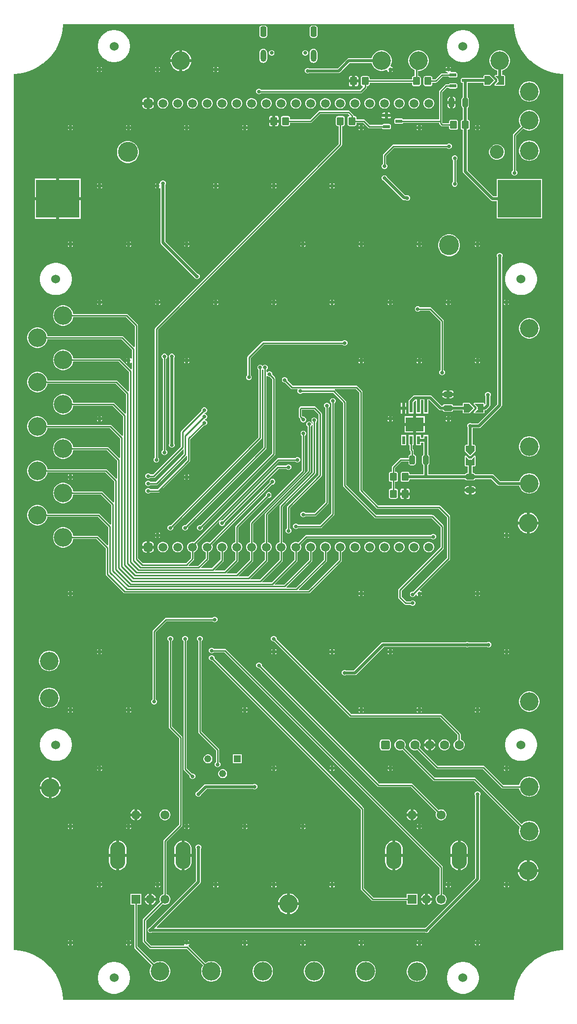
<source format=gbr>
%TF.GenerationSoftware,Altium Limited,Altium Designer,23.6.0 (18)*%
G04 Layer_Physical_Order=2*
G04 Layer_Color=16711680*
%FSLAX43Y43*%
%MOMM*%
%TF.SameCoordinates,407812E0-2FFD-4E57-8D94-CFCBE61D5419*%
%TF.FilePolarity,Positive*%
%TF.FileFunction,Copper,L2,Bot,Signal*%
%TF.Part,Single*%
G01*
G75*
%TA.AperFunction,SMDPad,CuDef*%
G04:AMPARAMS|DCode=23|XSize=1.55mm|YSize=0.95mm|CornerRadius=0.238mm|HoleSize=0mm|Usage=FLASHONLY|Rotation=270.000|XOffset=0mm|YOffset=0mm|HoleType=Round|Shape=RoundedRectangle|*
%AMROUNDEDRECTD23*
21,1,1.550,0.475,0,0,270.0*
21,1,1.075,0.950,0,0,270.0*
1,1,0.475,-0.238,-0.538*
1,1,0.475,-0.238,0.538*
1,1,0.475,0.238,0.538*
1,1,0.475,0.238,-0.538*
%
%ADD23ROUNDEDRECTD23*%
G04:AMPARAMS|DCode=28|XSize=1.4mm|YSize=1.2mm|CornerRadius=0.15mm|HoleSize=0mm|Usage=FLASHONLY|Rotation=90.000|XOffset=0mm|YOffset=0mm|HoleType=Round|Shape=RoundedRectangle|*
%AMROUNDEDRECTD28*
21,1,1.400,0.900,0,0,90.0*
21,1,1.100,1.200,0,0,90.0*
1,1,0.300,0.450,0.550*
1,1,0.300,0.450,-0.550*
1,1,0.300,-0.450,-0.550*
1,1,0.300,-0.450,0.550*
%
%ADD28ROUNDEDRECTD28*%
G04:AMPARAMS|DCode=29|XSize=1.55mm|YSize=0.95mm|CornerRadius=0.238mm|HoleSize=0mm|Usage=FLASHONLY|Rotation=180.000|XOffset=0mm|YOffset=0mm|HoleType=Round|Shape=RoundedRectangle|*
%AMROUNDEDRECTD29*
21,1,1.550,0.475,0,0,180.0*
21,1,1.075,0.950,0,0,180.0*
1,1,0.475,-0.538,0.238*
1,1,0.475,0.538,0.238*
1,1,0.475,0.538,-0.238*
1,1,0.475,-0.538,-0.238*
%
%ADD29ROUNDEDRECTD29*%
G04:AMPARAMS|DCode=33|XSize=1.23mm|YSize=0.59mm|CornerRadius=0.148mm|HoleSize=0mm|Usage=FLASHONLY|Rotation=0.000|XOffset=0mm|YOffset=0mm|HoleType=Round|Shape=RoundedRectangle|*
%AMROUNDEDRECTD33*
21,1,1.230,0.295,0,0,0.0*
21,1,0.935,0.590,0,0,0.0*
1,1,0.295,0.468,-0.148*
1,1,0.295,-0.468,-0.148*
1,1,0.295,-0.468,0.148*
1,1,0.295,0.468,0.148*
%
%ADD33ROUNDEDRECTD33*%
%TA.AperFunction,Conductor*%
%ADD37C,0.500*%
%ADD38C,0.250*%
%TA.AperFunction,ComponentPad*%
%ADD39C,3.200*%
%ADD40C,3.450*%
%ADD41C,2.388*%
%ADD42C,1.520*%
G04:AMPARAMS|DCode=43|XSize=1.52mm|YSize=1.52mm|CornerRadius=0.38mm|HoleSize=0mm|Usage=FLASHONLY|Rotation=0.000|XOffset=0mm|YOffset=0mm|HoleType=Round|Shape=RoundedRectangle|*
%AMROUNDEDRECTD43*
21,1,1.520,0.760,0,0,0.0*
21,1,0.760,1.520,0,0,0.0*
1,1,0.760,0.380,-0.380*
1,1,0.760,-0.380,-0.380*
1,1,0.760,-0.380,0.380*
1,1,0.760,0.380,0.380*
%
%ADD43ROUNDEDRECTD43*%
%ADD44C,1.600*%
G04:AMPARAMS|DCode=45|XSize=1.6mm|YSize=1.6mm|CornerRadius=0.4mm|HoleSize=0mm|Usage=FLASHONLY|Rotation=0.000|XOffset=0mm|YOffset=0mm|HoleType=Round|Shape=RoundedRectangle|*
%AMROUNDEDRECTD45*
21,1,1.600,0.800,0,0,0.0*
21,1,0.800,1.600,0,0,0.0*
1,1,0.800,0.400,-0.400*
1,1,0.800,-0.400,-0.400*
1,1,0.800,-0.400,0.400*
1,1,0.800,0.400,0.400*
%
%ADD45ROUNDEDRECTD45*%
%ADD46C,1.550*%
%ADD47R,1.550X1.550*%
G04:AMPARAMS|DCode=48|XSize=2.6mm|YSize=4.7mm|CornerRadius=1.3mm|HoleSize=0mm|Usage=FLASHONLY|Rotation=0.000|XOffset=0mm|YOffset=0mm|HoleType=Round|Shape=RoundedRectangle|*
%AMROUNDEDRECTD48*
21,1,2.600,2.100,0,0,0.0*
21,1,0.000,4.700,0,0,0.0*
1,1,2.600,0.000,-1.050*
1,1,2.600,0.000,-1.050*
1,1,2.600,0.000,1.050*
1,1,2.600,0.000,1.050*
%
%ADD48ROUNDEDRECTD48*%
%ADD49R,1.222X1.222*%
%ADD50C,1.222*%
G04:AMPARAMS|DCode=51|XSize=1.8mm|YSize=1mm|CornerRadius=0.25mm|HoleSize=0mm|Usage=FLASHONLY|Rotation=270.000|XOffset=0mm|YOffset=0mm|HoleType=Round|Shape=RoundedRectangle|*
%AMROUNDEDRECTD51*
21,1,1.800,0.500,0,0,270.0*
21,1,1.300,1.000,0,0,270.0*
1,1,0.500,-0.250,-0.650*
1,1,0.500,-0.250,0.650*
1,1,0.500,0.250,0.650*
1,1,0.500,0.250,-0.650*
%
%ADD51ROUNDEDRECTD51*%
%ADD52O,1.000X2.100*%
%ADD53C,0.650*%
%TA.AperFunction,WasherPad*%
%ADD54C,1.524*%
%TA.AperFunction,ViaPad*%
%ADD55C,0.650*%
%TA.AperFunction,SMDPad,CuDef*%
%AMCUSTOMSHAPE56*
4,1,5,0.762,0.826,0.762,-0.064,0.000,-0.826,-0.762,-0.064,-0.762,0.826,0.762,0.826,0.0*%
%ADD56CUSTOMSHAPE56*%

%AMCUSTOMSHAPE57*
4,1,5,-0.762,0.762,0.000,0.000,0.762,0.762,0.762,-0.762,-0.762,-0.762,-0.762,0.762,0.0*%
%ADD57CUSTOMSHAPE57*%

%ADD58R,7.468X6.477*%
%AMCUSTOMSHAPE59*
4,1,5,-0.826,0.762,0.064,0.762,0.826,0.000,0.064,-0.762,-0.826,-0.762,-0.826,0.762,0.0*%
%ADD59CUSTOMSHAPE59*%

%AMCUSTOMSHAPE60*
4,1,5,-0.762,-0.762,0.000,0.000,-0.762,0.762,0.762,0.762,0.762,-0.762,-0.762,-0.762,0.0*%
%ADD60CUSTOMSHAPE60*%

%ADD61R,3.099X2.413*%
%ADD62R,0.533X1.442*%
G36*
X86255Y167577D02*
X86258Y167567D01*
X86257Y167558D01*
X86338Y166728D01*
X86342Y166716D01*
Y166703D01*
X86505Y165885D01*
X86510Y165873D01*
X86511Y165861D01*
X86753Y165062D01*
X86759Y165051D01*
X86761Y165039D01*
X87081Y164268D01*
X87088Y164258D01*
X87091Y164246D01*
X87485Y163510D01*
X87493Y163500D01*
X87497Y163489D01*
X87961Y162795D01*
X87970Y162786D01*
X87976Y162775D01*
X88505Y162130D01*
X88515Y162122D01*
X88522Y162112D01*
X89112Y161522D01*
X89122Y161515D01*
X89130Y161505D01*
X89775Y160976D01*
X89786Y160970D01*
X89795Y160961D01*
X90489Y160497D01*
X90500Y160493D01*
X90510Y160485D01*
X91246Y160091D01*
X91258Y160088D01*
X91268Y160081D01*
X92039Y159761D01*
X92051Y159759D01*
X92062Y159753D01*
X92861Y159511D01*
X92873Y159510D01*
X92885Y159505D01*
X93703Y159342D01*
X93716D01*
X93728Y159338D01*
X94558Y159257D01*
X94567Y159258D01*
X94577Y159255D01*
X94745Y159251D01*
Y8749D01*
X94577Y8745D01*
X94567Y8742D01*
X94558Y8743D01*
X93728Y8662D01*
X93716Y8658D01*
X93703D01*
X92885Y8495D01*
X92873Y8490D01*
X92861Y8489D01*
X92062Y8247D01*
X92051Y8241D01*
X92039Y8239D01*
X91268Y7919D01*
X91258Y7912D01*
X91246Y7909D01*
X90510Y7515D01*
X90500Y7507D01*
X90489Y7503D01*
X89795Y7039D01*
X89786Y7030D01*
X89775Y7024D01*
X89130Y6495D01*
X89122Y6485D01*
X89112Y6478D01*
X88522Y5888D01*
X88515Y5878D01*
X88505Y5870D01*
X87976Y5225D01*
X87970Y5214D01*
X87961Y5205D01*
X87497Y4511D01*
X87493Y4500D01*
X87485Y4490D01*
X87091Y3754D01*
X87088Y3742D01*
X87081Y3732D01*
X86761Y2961D01*
X86759Y2949D01*
X86753Y2938D01*
X86511Y2139D01*
X86510Y2127D01*
X86505Y2115D01*
X86342Y1297D01*
Y1284D01*
X86338Y1272D01*
X86257Y442D01*
X86258Y433D01*
X86255Y423D01*
X86251Y255D01*
X8749D01*
X8745Y423D01*
X8742Y433D01*
X8743Y442D01*
X8662Y1272D01*
X8658Y1284D01*
Y1297D01*
X8495Y2115D01*
X8490Y2127D01*
X8489Y2139D01*
X8247Y2938D01*
X8241Y2949D01*
X8239Y2961D01*
X7919Y3732D01*
X7912Y3742D01*
X7909Y3754D01*
X7515Y4490D01*
X7507Y4500D01*
X7503Y4511D01*
X7039Y5205D01*
X7030Y5214D01*
X7024Y5225D01*
X6495Y5870D01*
X6485Y5878D01*
X6478Y5888D01*
X5888Y6478D01*
X5878Y6485D01*
X5870Y6495D01*
X5225Y7024D01*
X5214Y7030D01*
X5205Y7039D01*
X4511Y7503D01*
X4500Y7507D01*
X4490Y7515D01*
X3754Y7909D01*
X3742Y7912D01*
X3732Y7919D01*
X2961Y8239D01*
X2949Y8241D01*
X2938Y8247D01*
X2139Y8489D01*
X2127Y8490D01*
X2115Y8495D01*
X1297Y8658D01*
X1284D01*
X1272Y8662D01*
X442Y8743D01*
X433Y8742D01*
X423Y8745D01*
X255Y8749D01*
Y159251D01*
X423Y159255D01*
X433Y159258D01*
X442Y159257D01*
X1272Y159338D01*
X1284Y159342D01*
X1297D01*
X2115Y159505D01*
X2127Y159510D01*
X2139Y159511D01*
X2938Y159753D01*
X2949Y159759D01*
X2961Y159761D01*
X3732Y160081D01*
X3742Y160088D01*
X3754Y160091D01*
X4490Y160485D01*
X4500Y160493D01*
X4511Y160497D01*
X5205Y160961D01*
X5214Y160970D01*
X5225Y160976D01*
X5870Y161505D01*
X5878Y161515D01*
X5888Y161522D01*
X6478Y162112D01*
X6485Y162122D01*
X6495Y162130D01*
X7024Y162775D01*
X7030Y162786D01*
X7039Y162795D01*
X7503Y163489D01*
X7507Y163500D01*
X7515Y163510D01*
X7909Y164246D01*
X7912Y164258D01*
X7919Y164268D01*
X8239Y165039D01*
X8241Y165051D01*
X8247Y165062D01*
X8489Y165861D01*
X8490Y165873D01*
X8495Y165885D01*
X8658Y166703D01*
Y166716D01*
X8662Y166728D01*
X8743Y167558D01*
X8742Y167567D01*
X8745Y167577D01*
X8749Y167745D01*
X86251D01*
X86255Y167577D01*
D02*
G37*
%LPC*%
G36*
X52070Y167559D02*
X51570D01*
X51414Y167528D01*
X51281Y167439D01*
X51192Y167306D01*
X51161Y167150D01*
Y165850D01*
X51192Y165694D01*
X51281Y165561D01*
X51414Y165472D01*
X51570Y165441D01*
X52070D01*
X52226Y165472D01*
X52359Y165561D01*
X52448Y165694D01*
X52479Y165850D01*
Y167150D01*
X52448Y167306D01*
X52359Y167439D01*
X52226Y167528D01*
X52070Y167559D01*
D02*
G37*
G36*
X43430D02*
X42930D01*
X42774Y167528D01*
X42641Y167439D01*
X42552Y167306D01*
X42521Y167150D01*
Y165850D01*
X42552Y165694D01*
X42641Y165561D01*
X42774Y165472D01*
X42930Y165441D01*
X43430D01*
X43586Y165472D01*
X43719Y165561D01*
X43808Y165694D01*
X43839Y165850D01*
Y167150D01*
X43808Y167306D01*
X43719Y167439D01*
X43586Y167528D01*
X43430Y167559D01*
D02*
G37*
G36*
X50485Y163296D02*
X50295D01*
X50120Y163224D01*
X49986Y163090D01*
X49914Y162915D01*
Y162725D01*
X49986Y162550D01*
X50120Y162416D01*
X50295Y162344D01*
X50485D01*
X50660Y162416D01*
X50794Y162550D01*
X50866Y162725D01*
Y162915D01*
X50794Y163090D01*
X50660Y163224D01*
X50485Y163296D01*
D02*
G37*
G36*
X44705D02*
X44515D01*
X44340Y163224D01*
X44206Y163090D01*
X44134Y162915D01*
Y162725D01*
X44206Y162550D01*
X44340Y162416D01*
X44515Y162344D01*
X44705D01*
X44880Y162416D01*
X45014Y162550D01*
X45086Y162725D01*
Y162915D01*
X45014Y163090D01*
X44880Y163224D01*
X44705Y163296D01*
D02*
G37*
G36*
X63672Y163251D02*
X63328D01*
X62989Y163184D01*
X62671Y163052D01*
X62384Y162860D01*
X62140Y162616D01*
X61948Y162329D01*
X61816Y162011D01*
X61796Y161909D01*
X57846D01*
X57846Y161909D01*
X57690Y161878D01*
X57557Y161789D01*
X55943Y160175D01*
X51046D01*
X50884Y160242D01*
X50694D01*
X50519Y160170D01*
X50385Y160036D01*
X50313Y159861D01*
Y159671D01*
X50385Y159496D01*
X50519Y159362D01*
X50694Y159290D01*
X50884D01*
X51046Y159357D01*
X56112D01*
X56268Y159388D01*
X56401Y159477D01*
X58015Y161091D01*
X61796D01*
X61816Y160989D01*
X61948Y160671D01*
X62140Y160384D01*
X62384Y160140D01*
X62671Y159948D01*
X62989Y159816D01*
X63328Y159749D01*
X63672D01*
X64011Y159816D01*
X64329Y159948D01*
X64363Y159971D01*
X64475Y159911D01*
Y159896D01*
X64555Y159703D01*
X64703Y159555D01*
X64750Y159535D01*
Y160000D01*
X65000D01*
Y160250D01*
X65465D01*
X65445Y160297D01*
X65297Y160445D01*
X65104Y160525D01*
X65089D01*
X65029Y160637D01*
X65052Y160671D01*
X65184Y160989D01*
X65251Y161328D01*
Y161672D01*
X65184Y162011D01*
X65052Y162329D01*
X64860Y162616D01*
X64616Y162860D01*
X64329Y163052D01*
X64011Y163184D01*
X63672Y163251D01*
D02*
G37*
G36*
X29250Y163286D02*
Y161750D01*
X30786D01*
X30731Y162025D01*
X30595Y162353D01*
X30398Y162647D01*
X30147Y162898D01*
X29853Y163095D01*
X29525Y163231D01*
X29250Y163286D01*
D02*
G37*
G36*
X28750Y163286D02*
X28475Y163231D01*
X28147Y163095D01*
X27853Y162898D01*
X27602Y162647D01*
X27405Y162353D01*
X27269Y162025D01*
X27214Y161750D01*
X28750D01*
Y163286D01*
D02*
G37*
G36*
X77716Y166751D02*
X77283D01*
X76856Y166683D01*
X76444Y166549D01*
X76058Y166353D01*
X75708Y166098D01*
X75402Y165792D01*
X75147Y165442D01*
X74951Y165056D01*
X74817Y164644D01*
X74749Y164216D01*
Y163783D01*
X74817Y163356D01*
X74951Y162944D01*
X75147Y162558D01*
X75402Y162208D01*
X75708Y161902D01*
X76058Y161647D01*
X76444Y161451D01*
X76856Y161317D01*
X77283Y161249D01*
X77716D01*
X78144Y161317D01*
X78556Y161451D01*
X78942Y161647D01*
X79292Y161902D01*
X79598Y162208D01*
X79853Y162558D01*
X80049Y162944D01*
X80183Y163356D01*
X80251Y163783D01*
Y164216D01*
X80183Y164644D01*
X80049Y165056D01*
X79853Y165442D01*
X79598Y165792D01*
X79292Y166098D01*
X78942Y166353D01*
X78556Y166549D01*
X78144Y166683D01*
X77716Y166751D01*
D02*
G37*
G36*
X17717D02*
X17283D01*
X16856Y166683D01*
X16444Y166549D01*
X16058Y166353D01*
X15708Y166098D01*
X15402Y165792D01*
X15147Y165442D01*
X14951Y165056D01*
X14817Y164644D01*
X14749Y164216D01*
Y163783D01*
X14817Y163356D01*
X14951Y162944D01*
X15147Y162558D01*
X15402Y162208D01*
X15708Y161902D01*
X16058Y161647D01*
X16444Y161451D01*
X16856Y161317D01*
X17283Y161249D01*
X17717D01*
X18144Y161317D01*
X18556Y161451D01*
X18942Y161647D01*
X19292Y161902D01*
X19598Y162208D01*
X19853Y162558D01*
X20049Y162944D01*
X20183Y163356D01*
X20251Y163783D01*
Y164216D01*
X20183Y164644D01*
X20049Y165056D01*
X19853Y165442D01*
X19598Y165792D01*
X19292Y166098D01*
X18942Y166353D01*
X18556Y166549D01*
X18144Y166683D01*
X17717Y166751D01*
D02*
G37*
G36*
X51820Y163527D02*
X51650Y163504D01*
X51492Y163439D01*
X51356Y163334D01*
X51251Y163198D01*
X51186Y163040D01*
X51163Y162870D01*
Y161770D01*
X51186Y161600D01*
X51251Y161442D01*
X51356Y161306D01*
X51492Y161201D01*
X51650Y161136D01*
X51820Y161113D01*
X51990Y161136D01*
X52148Y161201D01*
X52284Y161306D01*
X52389Y161442D01*
X52454Y161600D01*
X52477Y161770D01*
Y162870D01*
X52454Y163040D01*
X52389Y163198D01*
X52284Y163334D01*
X52148Y163439D01*
X51990Y163504D01*
X51820Y163527D01*
D02*
G37*
G36*
X43180D02*
X43010Y163504D01*
X42852Y163439D01*
X42716Y163334D01*
X42611Y163198D01*
X42546Y163040D01*
X42523Y162870D01*
Y161770D01*
X42546Y161600D01*
X42611Y161442D01*
X42716Y161306D01*
X42852Y161201D01*
X43010Y161136D01*
X43180Y161113D01*
X43350Y161136D01*
X43508Y161201D01*
X43644Y161306D01*
X43749Y161442D01*
X43814Y161600D01*
X43837Y161770D01*
Y162870D01*
X43814Y163040D01*
X43749Y163198D01*
X43644Y163334D01*
X43508Y163439D01*
X43350Y163504D01*
X43180Y163527D01*
D02*
G37*
G36*
X75250Y160465D02*
Y160250D01*
X75465D01*
X75445Y160297D01*
X75297Y160445D01*
X75250Y160465D01*
D02*
G37*
G36*
X74750D02*
X74703Y160445D01*
X74555Y160297D01*
X74535Y160250D01*
X74750D01*
Y160465D01*
D02*
G37*
G36*
X35250D02*
Y160250D01*
X35465D01*
X35445Y160297D01*
X35297Y160445D01*
X35250Y160465D01*
D02*
G37*
G36*
X34750D02*
X34703Y160445D01*
X34555Y160297D01*
X34535Y160250D01*
X34750D01*
Y160465D01*
D02*
G37*
G36*
X25250D02*
Y160250D01*
X25465D01*
X25445Y160297D01*
X25297Y160445D01*
X25250Y160465D01*
D02*
G37*
G36*
X24750D02*
X24703Y160445D01*
X24555Y160297D01*
X24535Y160250D01*
X24750D01*
Y160465D01*
D02*
G37*
G36*
X15250D02*
Y160250D01*
X15465D01*
X15445Y160297D01*
X15297Y160445D01*
X15250Y160465D01*
D02*
G37*
G36*
X14750D02*
X14703Y160445D01*
X14555Y160297D01*
X14535Y160250D01*
X14750D01*
Y160465D01*
D02*
G37*
G36*
X28750Y161250D02*
X27214D01*
X27269Y160975D01*
X27405Y160647D01*
X27602Y160353D01*
X27853Y160102D01*
X28147Y159905D01*
X28475Y159769D01*
X28750Y159714D01*
Y161250D01*
D02*
G37*
G36*
X30786D02*
X29250D01*
Y159714D01*
X29525Y159769D01*
X29853Y159905D01*
X30147Y160102D01*
X30398Y160353D01*
X30595Y160647D01*
X30731Y160975D01*
X30786Y161250D01*
D02*
G37*
G36*
X65465Y159750D02*
X65250D01*
Y159535D01*
X65297Y159555D01*
X65445Y159703D01*
X65465Y159750D01*
D02*
G37*
G36*
X35465D02*
X35250D01*
Y159535D01*
X35297Y159555D01*
X35445Y159703D01*
X35465Y159750D01*
D02*
G37*
G36*
X34750D02*
X34535D01*
X34555Y159703D01*
X34703Y159555D01*
X34750Y159535D01*
Y159750D01*
D02*
G37*
G36*
X25465D02*
X25250D01*
Y159535D01*
X25297Y159555D01*
X25445Y159703D01*
X25465Y159750D01*
D02*
G37*
G36*
X24750D02*
X24535D01*
X24555Y159703D01*
X24703Y159555D01*
X24750Y159535D01*
Y159750D01*
D02*
G37*
G36*
X15465D02*
X15250D01*
Y159535D01*
X15297Y159555D01*
X15445Y159703D01*
X15465Y159750D01*
D02*
G37*
G36*
X14750D02*
X14535D01*
X14555Y159703D01*
X14703Y159555D01*
X14750Y159535D01*
Y159750D01*
D02*
G37*
G36*
X82105Y159040D02*
X81216D01*
X81101Y158993D01*
X81053Y158877D01*
Y158524D01*
X78509D01*
X78479Y158544D01*
X78363Y158567D01*
X77427D01*
X77311Y158544D01*
X77212Y158478D01*
X77146Y158379D01*
X77123Y158263D01*
Y157968D01*
X77146Y157851D01*
X77212Y157752D01*
X77311Y157686D01*
X77427Y157663D01*
X77486D01*
Y155195D01*
X77377Y155123D01*
X77292Y154994D01*
X77261Y154843D01*
Y153768D01*
X77292Y153616D01*
X77377Y153487D01*
X77486Y153415D01*
Y151352D01*
X77445D01*
X77328Y151329D01*
X77228Y151262D01*
X77161Y151162D01*
X77138Y151045D01*
Y149945D01*
X77161Y149828D01*
X77228Y149728D01*
X77328Y149661D01*
X77445Y149638D01*
X77486D01*
Y142455D01*
X77517Y142299D01*
X77606Y142166D01*
X82261Y137511D01*
X82394Y137422D01*
X82550Y137391D01*
X83303D01*
Y134410D01*
X91072D01*
Y141189D01*
X83303D01*
Y138209D01*
X82719D01*
X78304Y142624D01*
Y149638D01*
X78345D01*
X78462Y149661D01*
X78562Y149728D01*
X78629Y149828D01*
X78652Y149945D01*
Y151045D01*
X78629Y151162D01*
X78562Y151262D01*
X78462Y151329D01*
X78345Y151352D01*
X78304D01*
Y153415D01*
X78413Y153487D01*
X78498Y153616D01*
X78529Y153768D01*
Y154843D01*
X78498Y154994D01*
X78413Y155123D01*
X78304Y155195D01*
Y157663D01*
X78363D01*
X78479Y157686D01*
X78509Y157706D01*
X81053D01*
Y157353D01*
X81101Y157237D01*
X81216Y157190D01*
X82105D01*
X82221Y157237D01*
X82983Y157999D01*
X83031Y158115D01*
X82983Y158231D01*
X82221Y158993D01*
X82105Y159040D01*
D02*
G37*
G36*
X75465Y159750D02*
X74535D01*
X74555Y159703D01*
X74703Y159555D01*
X74839Y159498D01*
X74897Y159371D01*
X74897Y159348D01*
X74896Y159346D01*
X73914D01*
X73806Y159325D01*
X73715Y159264D01*
X72732Y158281D01*
X72242D01*
Y158550D01*
X72219Y158667D01*
X72152Y158767D01*
X72052Y158834D01*
X71935Y158857D01*
X71035D01*
X70918Y158834D01*
X70818Y158767D01*
X70751Y158667D01*
X70728Y158550D01*
Y157450D01*
X70751Y157333D01*
X70818Y157233D01*
X70918Y157166D01*
X71035Y157143D01*
X71935D01*
X72052Y157166D01*
X72152Y157233D01*
X72219Y157333D01*
X72242Y157450D01*
Y157719D01*
X72849D01*
X72957Y157740D01*
X73048Y157801D01*
X74031Y158784D01*
X75038D01*
X75092Y158702D01*
X75191Y158636D01*
X75308Y158613D01*
X76243D01*
X76359Y158636D01*
X76458Y158702D01*
X76524Y158801D01*
X76547Y158918D01*
Y159213D01*
X76524Y159329D01*
X76458Y159428D01*
X76359Y159494D01*
X76243Y159517D01*
X75439D01*
X75386Y159644D01*
X75445Y159703D01*
X75465Y159750D01*
D02*
G37*
G36*
X70022Y163251D02*
X69678D01*
X69339Y163184D01*
X69021Y163052D01*
X68734Y162860D01*
X68490Y162616D01*
X68298Y162329D01*
X68166Y162011D01*
X68099Y161672D01*
Y161328D01*
X68166Y160989D01*
X68298Y160671D01*
X68490Y160384D01*
X68734Y160140D01*
X69021Y159948D01*
X69204Y159872D01*
Y158857D01*
X69035D01*
X68918Y158834D01*
X68818Y158767D01*
X68751Y158667D01*
X68728Y158550D01*
Y158281D01*
X61447D01*
Y158550D01*
X61424Y158667D01*
X61357Y158767D01*
X61257Y158834D01*
X61140Y158857D01*
X60240D01*
X60123Y158834D01*
X60023Y158767D01*
X59956Y158667D01*
X59933Y158550D01*
Y157450D01*
X59956Y157333D01*
X60023Y157233D01*
X60123Y157166D01*
X60240Y157143D01*
X60284D01*
X60336Y157016D01*
X59811Y156491D01*
X42810D01*
X42688Y156614D01*
X42513Y156686D01*
X42323D01*
X42148Y156614D01*
X42014Y156480D01*
X41942Y156305D01*
Y156115D01*
X42014Y155940D01*
X42148Y155806D01*
X42323Y155734D01*
X42513D01*
X42688Y155806D01*
X42810Y155929D01*
X59928D01*
X60036Y155950D01*
X60127Y156011D01*
X60889Y156773D01*
X60950Y156864D01*
X60971Y156972D01*
Y157143D01*
X61140D01*
X61257Y157166D01*
X61357Y157233D01*
X61424Y157333D01*
X61447Y157450D01*
Y157719D01*
X68728D01*
Y157450D01*
X68751Y157333D01*
X68818Y157233D01*
X68918Y157166D01*
X69035Y157143D01*
X69935D01*
X70052Y157166D01*
X70152Y157233D01*
X70219Y157333D01*
X70242Y157450D01*
Y158550D01*
X70219Y158667D01*
X70152Y158767D01*
X70052Y158834D01*
X69935Y158857D01*
X69766D01*
Y159749D01*
X70022D01*
X70361Y159816D01*
X70679Y159948D01*
X70966Y160140D01*
X71210Y160384D01*
X71402Y160671D01*
X71534Y160989D01*
X71601Y161328D01*
Y161672D01*
X71534Y162011D01*
X71402Y162329D01*
X71210Y162616D01*
X70966Y162860D01*
X70679Y163052D01*
X70361Y163184D01*
X70022Y163251D01*
D02*
G37*
G36*
X59140Y158907D02*
X58940D01*
Y158250D01*
X59497D01*
Y158550D01*
X59470Y158687D01*
X59392Y158802D01*
X59277Y158880D01*
X59140Y158907D01*
D02*
G37*
G36*
X58440D02*
X58240D01*
X58103Y158880D01*
X57988Y158802D01*
X57910Y158687D01*
X57883Y158550D01*
Y158250D01*
X58440D01*
Y158907D01*
D02*
G37*
G36*
X83992Y163251D02*
X83648D01*
X83309Y163184D01*
X82991Y163052D01*
X82704Y162860D01*
X82460Y162616D01*
X82268Y162329D01*
X82136Y162011D01*
X82069Y161672D01*
Y161328D01*
X82136Y160989D01*
X82268Y160671D01*
X82460Y160384D01*
X82704Y160140D01*
X82991Y159948D01*
X83309Y159816D01*
X83411Y159796D01*
Y159040D01*
X83058D01*
X82942Y158993D01*
X82895Y158877D01*
X82942Y158761D01*
X83411Y158293D01*
Y158115D01*
X83441Y157967D01*
X82942Y157469D01*
X82895Y157353D01*
X82942Y157237D01*
X83058Y157190D01*
X84582D01*
X84698Y157237D01*
X84745Y157353D01*
Y158877D01*
X84698Y158993D01*
X84582Y159040D01*
X84229D01*
Y159796D01*
X84331Y159816D01*
X84649Y159948D01*
X84936Y160140D01*
X85180Y160384D01*
X85372Y160671D01*
X85504Y160989D01*
X85571Y161328D01*
Y161672D01*
X85504Y162011D01*
X85372Y162329D01*
X85180Y162616D01*
X84936Y162860D01*
X84649Y163052D01*
X84331Y163184D01*
X83992Y163251D01*
D02*
G37*
G36*
X59497Y157750D02*
X58940D01*
Y157093D01*
X59140D01*
X59277Y157120D01*
X59392Y157198D01*
X59470Y157313D01*
X59497Y157450D01*
Y157750D01*
D02*
G37*
G36*
X58440D02*
X57883D01*
Y157450D01*
X57910Y157313D01*
X57988Y157198D01*
X58103Y157120D01*
X58240Y157093D01*
X58440D01*
Y157750D01*
D02*
G37*
G36*
X76243Y157617D02*
X75308D01*
X75191Y157594D01*
X75092Y157528D01*
X75038Y157446D01*
X74615D01*
X74507Y157425D01*
X74416Y157364D01*
X73461Y156409D01*
X73400Y156318D01*
X73379Y156210D01*
Y151411D01*
X67202D01*
X67148Y151493D01*
X67049Y151559D01*
X66933Y151582D01*
X65997D01*
X65881Y151559D01*
X65782Y151493D01*
X65716Y151394D01*
X65693Y151278D01*
Y150983D01*
X65716Y150866D01*
X65782Y150767D01*
X65881Y150701D01*
X65997Y150678D01*
X66933D01*
X67049Y150701D01*
X67148Y150767D01*
X67202Y150849D01*
X73379D01*
Y150749D01*
X73400Y150641D01*
X73461Y150550D01*
X73715Y150296D01*
X73806Y150235D01*
X73914Y150214D01*
X75138D01*
Y149945D01*
X75161Y149828D01*
X75228Y149728D01*
X75328Y149661D01*
X75445Y149638D01*
X76345D01*
X76462Y149661D01*
X76562Y149728D01*
X76629Y149828D01*
X76652Y149945D01*
Y151045D01*
X76629Y151162D01*
X76562Y151262D01*
X76462Y151329D01*
X76345Y151352D01*
X75445D01*
X75328Y151329D01*
X75228Y151262D01*
X75161Y151162D01*
X75138Y151045D01*
Y150776D01*
X74031D01*
X73941Y150866D01*
Y151130D01*
Y156093D01*
X74732Y156884D01*
X75038D01*
X75092Y156802D01*
X75191Y156736D01*
X75308Y156713D01*
X76243D01*
X76359Y156736D01*
X76458Y156802D01*
X76524Y156901D01*
X76547Y157018D01*
Y157312D01*
X76524Y157429D01*
X76458Y157528D01*
X76359Y157594D01*
X76243Y157617D01*
D02*
G37*
G36*
X75795Y155286D02*
Y154555D01*
X76229D01*
Y154843D01*
X76195Y155013D01*
X76098Y155158D01*
X75953Y155255D01*
X75795Y155286D01*
D02*
G37*
G36*
X75295D02*
X75137Y155255D01*
X74992Y155158D01*
X74895Y155013D01*
X74861Y154843D01*
Y154555D01*
X75295D01*
Y155286D01*
D02*
G37*
G36*
X89072Y157961D02*
X88728D01*
X88389Y157894D01*
X88071Y157762D01*
X87784Y157570D01*
X87540Y157326D01*
X87348Y157039D01*
X87216Y156721D01*
X87149Y156382D01*
Y156038D01*
X87216Y155699D01*
X87348Y155381D01*
X87540Y155094D01*
X87784Y154850D01*
X88071Y154658D01*
X88389Y154526D01*
X88728Y154459D01*
X89072D01*
X89411Y154526D01*
X89729Y154658D01*
X90016Y154850D01*
X90260Y155094D01*
X90452Y155381D01*
X90584Y155699D01*
X90651Y156038D01*
Y156382D01*
X90584Y156721D01*
X90452Y157039D01*
X90260Y157326D01*
X90016Y157570D01*
X89729Y157762D01*
X89411Y157894D01*
X89072Y157961D01*
D02*
G37*
G36*
X23748Y155149D02*
X23618D01*
Y154428D01*
X24339D01*
Y154558D01*
X24294Y154784D01*
X24166Y154976D01*
X23974Y155104D01*
X23748Y155149D01*
D02*
G37*
G36*
X23118D02*
X22988D01*
X22762Y155104D01*
X22570Y154976D01*
X22442Y154784D01*
X22397Y154558D01*
Y154428D01*
X23118D01*
Y155149D01*
D02*
G37*
G36*
X76229Y154055D02*
X75795D01*
Y153324D01*
X75953Y153355D01*
X76098Y153452D01*
X76195Y153597D01*
X76229Y153768D01*
Y154055D01*
D02*
G37*
G36*
X75295D02*
X74861D01*
Y153768D01*
X74895Y153597D01*
X74992Y153452D01*
X75137Y153355D01*
X75295Y153324D01*
Y154055D01*
D02*
G37*
G36*
X71748Y155089D02*
X71508D01*
X71276Y155027D01*
X71069Y154907D01*
X70899Y154737D01*
X70779Y154530D01*
X70717Y154298D01*
Y154058D01*
X70779Y153826D01*
X70899Y153619D01*
X71069Y153449D01*
X71276Y153329D01*
X71508Y153267D01*
X71748D01*
X71980Y153329D01*
X72187Y153449D01*
X72357Y153619D01*
X72477Y153826D01*
X72539Y154058D01*
Y154298D01*
X72477Y154530D01*
X72357Y154737D01*
X72187Y154907D01*
X71980Y155027D01*
X71748Y155089D01*
D02*
G37*
G36*
X69208D02*
X68968D01*
X68736Y155027D01*
X68529Y154907D01*
X68359Y154737D01*
X68239Y154530D01*
X68177Y154298D01*
Y154058D01*
X68239Y153826D01*
X68359Y153619D01*
X68529Y153449D01*
X68736Y153329D01*
X68968Y153267D01*
X69208D01*
X69440Y153329D01*
X69647Y153449D01*
X69817Y153619D01*
X69937Y153826D01*
X69999Y154058D01*
Y154298D01*
X69937Y154530D01*
X69817Y154737D01*
X69647Y154907D01*
X69440Y155027D01*
X69208Y155089D01*
D02*
G37*
G36*
X66668D02*
X66428D01*
X66196Y155027D01*
X65989Y154907D01*
X65819Y154737D01*
X65699Y154530D01*
X65637Y154298D01*
Y154058D01*
X65699Y153826D01*
X65819Y153619D01*
X65989Y153449D01*
X66196Y153329D01*
X66428Y153267D01*
X66668D01*
X66900Y153329D01*
X67107Y153449D01*
X67277Y153619D01*
X67397Y153826D01*
X67459Y154058D01*
Y154298D01*
X67397Y154530D01*
X67277Y154737D01*
X67107Y154907D01*
X66900Y155027D01*
X66668Y155089D01*
D02*
G37*
G36*
X64128D02*
X63888D01*
X63656Y155027D01*
X63449Y154907D01*
X63279Y154737D01*
X63159Y154530D01*
X63097Y154298D01*
Y154058D01*
X63159Y153826D01*
X63279Y153619D01*
X63449Y153449D01*
X63656Y153329D01*
X63888Y153267D01*
X64128D01*
X64360Y153329D01*
X64567Y153449D01*
X64737Y153619D01*
X64857Y153826D01*
X64919Y154058D01*
Y154298D01*
X64857Y154530D01*
X64737Y154737D01*
X64567Y154907D01*
X64360Y155027D01*
X64128Y155089D01*
D02*
G37*
G36*
X61588D02*
X61348D01*
X61116Y155027D01*
X60909Y154907D01*
X60739Y154737D01*
X60619Y154530D01*
X60557Y154298D01*
Y154058D01*
X60619Y153826D01*
X60739Y153619D01*
X60909Y153449D01*
X61116Y153329D01*
X61348Y153267D01*
X61588D01*
X61820Y153329D01*
X62027Y153449D01*
X62197Y153619D01*
X62317Y153826D01*
X62379Y154058D01*
Y154298D01*
X62317Y154530D01*
X62197Y154737D01*
X62027Y154907D01*
X61820Y155027D01*
X61588Y155089D01*
D02*
G37*
G36*
X59048D02*
X58808D01*
X58576Y155027D01*
X58369Y154907D01*
X58199Y154737D01*
X58079Y154530D01*
X58017Y154298D01*
Y154058D01*
X58079Y153826D01*
X58199Y153619D01*
X58369Y153449D01*
X58576Y153329D01*
X58808Y153267D01*
X59048D01*
X59280Y153329D01*
X59487Y153449D01*
X59657Y153619D01*
X59777Y153826D01*
X59839Y154058D01*
Y154298D01*
X59777Y154530D01*
X59657Y154737D01*
X59487Y154907D01*
X59280Y155027D01*
X59048Y155089D01*
D02*
G37*
G36*
X56508D02*
X56268D01*
X56036Y155027D01*
X55829Y154907D01*
X55659Y154737D01*
X55539Y154530D01*
X55477Y154298D01*
Y154058D01*
X55539Y153826D01*
X55659Y153619D01*
X55829Y153449D01*
X56036Y153329D01*
X56268Y153267D01*
X56508D01*
X56740Y153329D01*
X56947Y153449D01*
X57117Y153619D01*
X57237Y153826D01*
X57299Y154058D01*
Y154298D01*
X57237Y154530D01*
X57117Y154737D01*
X56947Y154907D01*
X56740Y155027D01*
X56508Y155089D01*
D02*
G37*
G36*
X53968D02*
X53728D01*
X53496Y155027D01*
X53289Y154907D01*
X53119Y154737D01*
X52999Y154530D01*
X52937Y154298D01*
Y154058D01*
X52999Y153826D01*
X53119Y153619D01*
X53289Y153449D01*
X53496Y153329D01*
X53728Y153267D01*
X53968D01*
X54200Y153329D01*
X54407Y153449D01*
X54577Y153619D01*
X54697Y153826D01*
X54759Y154058D01*
Y154298D01*
X54697Y154530D01*
X54577Y154737D01*
X54407Y154907D01*
X54200Y155027D01*
X53968Y155089D01*
D02*
G37*
G36*
X51428D02*
X51188D01*
X50956Y155027D01*
X50749Y154907D01*
X50579Y154737D01*
X50459Y154530D01*
X50397Y154298D01*
Y154058D01*
X50459Y153826D01*
X50579Y153619D01*
X50749Y153449D01*
X50956Y153329D01*
X51188Y153267D01*
X51428D01*
X51660Y153329D01*
X51867Y153449D01*
X52037Y153619D01*
X52157Y153826D01*
X52219Y154058D01*
Y154298D01*
X52157Y154530D01*
X52037Y154737D01*
X51867Y154907D01*
X51660Y155027D01*
X51428Y155089D01*
D02*
G37*
G36*
X48888D02*
X48648D01*
X48416Y155027D01*
X48209Y154907D01*
X48039Y154737D01*
X47919Y154530D01*
X47857Y154298D01*
Y154058D01*
X47919Y153826D01*
X48039Y153619D01*
X48209Y153449D01*
X48416Y153329D01*
X48648Y153267D01*
X48888D01*
X49120Y153329D01*
X49327Y153449D01*
X49497Y153619D01*
X49617Y153826D01*
X49679Y154058D01*
Y154298D01*
X49617Y154530D01*
X49497Y154737D01*
X49327Y154907D01*
X49120Y155027D01*
X48888Y155089D01*
D02*
G37*
G36*
X46348D02*
X46108D01*
X45876Y155027D01*
X45669Y154907D01*
X45499Y154737D01*
X45379Y154530D01*
X45317Y154298D01*
Y154058D01*
X45379Y153826D01*
X45499Y153619D01*
X45669Y153449D01*
X45876Y153329D01*
X46108Y153267D01*
X46348D01*
X46580Y153329D01*
X46787Y153449D01*
X46957Y153619D01*
X47077Y153826D01*
X47139Y154058D01*
Y154298D01*
X47077Y154530D01*
X46957Y154737D01*
X46787Y154907D01*
X46580Y155027D01*
X46348Y155089D01*
D02*
G37*
G36*
X43808D02*
X43568D01*
X43336Y155027D01*
X43129Y154907D01*
X42959Y154737D01*
X42839Y154530D01*
X42777Y154298D01*
Y154058D01*
X42839Y153826D01*
X42959Y153619D01*
X43129Y153449D01*
X43336Y153329D01*
X43568Y153267D01*
X43808D01*
X44040Y153329D01*
X44247Y153449D01*
X44417Y153619D01*
X44537Y153826D01*
X44599Y154058D01*
Y154298D01*
X44537Y154530D01*
X44417Y154737D01*
X44247Y154907D01*
X44040Y155027D01*
X43808Y155089D01*
D02*
G37*
G36*
X41268D02*
X41028D01*
X40796Y155027D01*
X40589Y154907D01*
X40419Y154737D01*
X40299Y154530D01*
X40237Y154298D01*
Y154058D01*
X40299Y153826D01*
X40419Y153619D01*
X40589Y153449D01*
X40796Y153329D01*
X41028Y153267D01*
X41268D01*
X41500Y153329D01*
X41707Y153449D01*
X41877Y153619D01*
X41997Y153826D01*
X42059Y154058D01*
Y154298D01*
X41997Y154530D01*
X41877Y154737D01*
X41707Y154907D01*
X41500Y155027D01*
X41268Y155089D01*
D02*
G37*
G36*
X38728D02*
X38488D01*
X38256Y155027D01*
X38049Y154907D01*
X37879Y154737D01*
X37759Y154530D01*
X37697Y154298D01*
Y154058D01*
X37759Y153826D01*
X37879Y153619D01*
X38049Y153449D01*
X38256Y153329D01*
X38488Y153267D01*
X38728D01*
X38960Y153329D01*
X39167Y153449D01*
X39337Y153619D01*
X39457Y153826D01*
X39519Y154058D01*
Y154298D01*
X39457Y154530D01*
X39337Y154737D01*
X39167Y154907D01*
X38960Y155027D01*
X38728Y155089D01*
D02*
G37*
G36*
X36188D02*
X35948D01*
X35716Y155027D01*
X35509Y154907D01*
X35339Y154737D01*
X35219Y154530D01*
X35157Y154298D01*
Y154058D01*
X35219Y153826D01*
X35339Y153619D01*
X35509Y153449D01*
X35716Y153329D01*
X35948Y153267D01*
X36188D01*
X36420Y153329D01*
X36627Y153449D01*
X36797Y153619D01*
X36917Y153826D01*
X36979Y154058D01*
Y154298D01*
X36917Y154530D01*
X36797Y154737D01*
X36627Y154907D01*
X36420Y155027D01*
X36188Y155089D01*
D02*
G37*
G36*
X33648D02*
X33408D01*
X33176Y155027D01*
X32969Y154907D01*
X32799Y154737D01*
X32679Y154530D01*
X32617Y154298D01*
Y154058D01*
X32679Y153826D01*
X32799Y153619D01*
X32969Y153449D01*
X33176Y153329D01*
X33408Y153267D01*
X33648D01*
X33880Y153329D01*
X34087Y153449D01*
X34257Y153619D01*
X34377Y153826D01*
X34439Y154058D01*
Y154298D01*
X34377Y154530D01*
X34257Y154737D01*
X34087Y154907D01*
X33880Y155027D01*
X33648Y155089D01*
D02*
G37*
G36*
X31108D02*
X30868D01*
X30636Y155027D01*
X30429Y154907D01*
X30259Y154737D01*
X30139Y154530D01*
X30077Y154298D01*
Y154058D01*
X30139Y153826D01*
X30259Y153619D01*
X30429Y153449D01*
X30636Y153329D01*
X30868Y153267D01*
X31108D01*
X31340Y153329D01*
X31547Y153449D01*
X31717Y153619D01*
X31837Y153826D01*
X31899Y154058D01*
Y154298D01*
X31837Y154530D01*
X31717Y154737D01*
X31547Y154907D01*
X31340Y155027D01*
X31108Y155089D01*
D02*
G37*
G36*
X28568D02*
X28328D01*
X28096Y155027D01*
X27889Y154907D01*
X27719Y154737D01*
X27599Y154530D01*
X27537Y154298D01*
Y154058D01*
X27599Y153826D01*
X27719Y153619D01*
X27889Y153449D01*
X28096Y153329D01*
X28328Y153267D01*
X28568D01*
X28800Y153329D01*
X29007Y153449D01*
X29177Y153619D01*
X29297Y153826D01*
X29359Y154058D01*
Y154298D01*
X29297Y154530D01*
X29177Y154737D01*
X29007Y154907D01*
X28800Y155027D01*
X28568Y155089D01*
D02*
G37*
G36*
X26028D02*
X25788D01*
X25556Y155027D01*
X25349Y154907D01*
X25179Y154737D01*
X25059Y154530D01*
X24997Y154298D01*
Y154058D01*
X25059Y153826D01*
X25179Y153619D01*
X25349Y153449D01*
X25556Y153329D01*
X25788Y153267D01*
X26028D01*
X26260Y153329D01*
X26467Y153449D01*
X26637Y153619D01*
X26757Y153826D01*
X26819Y154058D01*
Y154298D01*
X26757Y154530D01*
X26637Y154737D01*
X26467Y154907D01*
X26260Y155027D01*
X26028Y155089D01*
D02*
G37*
G36*
X24339Y153928D02*
X23618D01*
Y153207D01*
X23748D01*
X23974Y153252D01*
X24166Y153380D01*
X24294Y153572D01*
X24339Y153798D01*
Y153928D01*
D02*
G37*
G36*
X23118D02*
X22397D01*
Y153798D01*
X22442Y153572D01*
X22570Y153380D01*
X22762Y153252D01*
X22988Y153207D01*
X23118D01*
Y153928D01*
D02*
G37*
G36*
X64813Y152582D02*
X64595D01*
Y152330D01*
X65146D01*
X65140Y152363D01*
X65063Y152478D01*
X64948Y152555D01*
X64813Y152582D01*
D02*
G37*
G36*
X64095D02*
X63878D01*
X63742Y152555D01*
X63627Y152478D01*
X63550Y152363D01*
X63544Y152330D01*
X64095D01*
Y152582D01*
D02*
G37*
G36*
X65146Y151830D02*
X64595D01*
Y151578D01*
X64813D01*
X64948Y151605D01*
X65063Y151682D01*
X65140Y151797D01*
X65146Y151830D01*
D02*
G37*
G36*
X64095D02*
X63544D01*
X63550Y151797D01*
X63627Y151682D01*
X63742Y151605D01*
X63878Y151578D01*
X64095D01*
Y151830D01*
D02*
G37*
G36*
X45440Y152037D02*
X45240D01*
Y151380D01*
X45797D01*
Y151680D01*
X45770Y151817D01*
X45692Y151932D01*
X45577Y152010D01*
X45440Y152037D01*
D02*
G37*
G36*
X44740D02*
X44540D01*
X44403Y152010D01*
X44288Y151932D01*
X44210Y151817D01*
X44183Y151680D01*
Y151380D01*
X44740D01*
Y152037D01*
D02*
G37*
G36*
X80250Y150465D02*
Y150250D01*
X80465D01*
X80445Y150297D01*
X80297Y150445D01*
X80250Y150465D01*
D02*
G37*
G36*
X79750D02*
X79703Y150445D01*
X79555Y150297D01*
X79535Y150250D01*
X79750D01*
Y150465D01*
D02*
G37*
G36*
X70250D02*
Y150250D01*
X70465D01*
X70445Y150297D01*
X70297Y150445D01*
X70250Y150465D01*
D02*
G37*
G36*
X69750D02*
X69703Y150445D01*
X69555Y150297D01*
X69535Y150250D01*
X69750D01*
Y150465D01*
D02*
G37*
G36*
X60250D02*
Y150250D01*
X60465D01*
X60445Y150297D01*
X60297Y150445D01*
X60250Y150465D01*
D02*
G37*
G36*
X59750D02*
X59703Y150445D01*
X59555Y150297D01*
X59535Y150250D01*
X59750D01*
Y150465D01*
D02*
G37*
G36*
X40250D02*
Y150250D01*
X40465D01*
X40445Y150297D01*
X40297Y150445D01*
X40250Y150465D01*
D02*
G37*
G36*
X39750D02*
X39703Y150445D01*
X39555Y150297D01*
X39535Y150250D01*
X39750D01*
Y150465D01*
D02*
G37*
G36*
X30250D02*
Y150250D01*
X30465D01*
X30445Y150297D01*
X30297Y150445D01*
X30250Y150465D01*
D02*
G37*
G36*
X29750D02*
X29703Y150445D01*
X29555Y150297D01*
X29535Y150250D01*
X29750D01*
Y150465D01*
D02*
G37*
G36*
X20250D02*
Y150250D01*
X20465D01*
X20445Y150297D01*
X20297Y150445D01*
X20250Y150465D01*
D02*
G37*
G36*
X19750D02*
X19703Y150445D01*
X19555Y150297D01*
X19535Y150250D01*
X19750D01*
Y150465D01*
D02*
G37*
G36*
X10250D02*
Y150250D01*
X10465D01*
X10445Y150297D01*
X10297Y150445D01*
X10250Y150465D01*
D02*
G37*
G36*
X9750D02*
X9703Y150445D01*
X9555Y150297D01*
X9535Y150250D01*
X9750D01*
Y150465D01*
D02*
G37*
G36*
X45797Y150880D02*
X45240D01*
Y150223D01*
X45440D01*
X45577Y150250D01*
X45692Y150328D01*
X45770Y150443D01*
X45797Y150580D01*
Y150880D01*
D02*
G37*
G36*
X44740D02*
X44183D01*
Y150580D01*
X44210Y150443D01*
X44288Y150328D01*
X44403Y150250D01*
X44540Y150223D01*
X44740D01*
Y150880D01*
D02*
G37*
G36*
X57846Y152935D02*
X52832D01*
X52724Y152914D01*
X52633Y152853D01*
X51191Y151411D01*
X47747D01*
Y151680D01*
X47724Y151797D01*
X47657Y151897D01*
X47557Y151964D01*
X47440Y151987D01*
X46540D01*
X46423Y151964D01*
X46323Y151897D01*
X46256Y151797D01*
X46233Y151680D01*
Y150580D01*
X46256Y150463D01*
X46323Y150363D01*
X46423Y150296D01*
X46540Y150273D01*
X47440D01*
X47557Y150296D01*
X47657Y150363D01*
X47724Y150463D01*
X47747Y150580D01*
Y150849D01*
X51308D01*
X51416Y150870D01*
X51507Y150931D01*
X52949Y152373D01*
X57729D01*
X58002Y152100D01*
X57941Y151981D01*
X57853Y151964D01*
X57753Y151897D01*
X57686Y151797D01*
X57663Y151680D01*
Y150580D01*
X57686Y150463D01*
X57753Y150363D01*
X57853Y150296D01*
X57970Y150273D01*
X58870D01*
X58987Y150296D01*
X59087Y150363D01*
X59154Y150463D01*
X59177Y150580D01*
Y150849D01*
X60335D01*
X61203Y149981D01*
X61294Y149920D01*
X61402Y149899D01*
X63608D01*
X63662Y149817D01*
X63761Y149751D01*
X63878Y149728D01*
X64813D01*
X64929Y149751D01*
X65028Y149817D01*
X65094Y149916D01*
X65117Y150033D01*
Y150327D01*
X65094Y150444D01*
X65028Y150543D01*
X64929Y150609D01*
X64813Y150632D01*
X63878D01*
X63761Y150609D01*
X63662Y150543D01*
X63608Y150461D01*
X61519D01*
X60651Y151329D01*
X60560Y151390D01*
X60452Y151411D01*
X59177D01*
Y151680D01*
X59154Y151797D01*
X59087Y151897D01*
X58987Y151964D01*
X58870Y151987D01*
X58701D01*
Y152080D01*
X58680Y152188D01*
X58619Y152279D01*
X58045Y152853D01*
X57954Y152914D01*
X57936Y152918D01*
X57846Y152935D01*
D02*
G37*
G36*
X80465Y149750D02*
X80250D01*
Y149535D01*
X80297Y149555D01*
X80445Y149703D01*
X80465Y149750D01*
D02*
G37*
G36*
X79750D02*
X79535D01*
X79555Y149703D01*
X79703Y149555D01*
X79750Y149535D01*
Y149750D01*
D02*
G37*
G36*
X70465D02*
X70250D01*
Y149535D01*
X70297Y149555D01*
X70445Y149703D01*
X70465Y149750D01*
D02*
G37*
G36*
X69750D02*
X69535D01*
X69555Y149703D01*
X69703Y149555D01*
X69750Y149535D01*
Y149750D01*
D02*
G37*
G36*
X60465D02*
X60250D01*
Y149535D01*
X60297Y149555D01*
X60445Y149703D01*
X60465Y149750D01*
D02*
G37*
G36*
X59750D02*
X59535D01*
X59555Y149703D01*
X59703Y149555D01*
X59750Y149535D01*
Y149750D01*
D02*
G37*
G36*
X40465D02*
X40250D01*
Y149535D01*
X40297Y149555D01*
X40445Y149703D01*
X40465Y149750D01*
D02*
G37*
G36*
X39750D02*
X39535D01*
X39555Y149703D01*
X39703Y149555D01*
X39750Y149535D01*
Y149750D01*
D02*
G37*
G36*
X30465D02*
X30250D01*
Y149535D01*
X30297Y149555D01*
X30445Y149703D01*
X30465Y149750D01*
D02*
G37*
G36*
X29750D02*
X29535D01*
X29555Y149703D01*
X29703Y149555D01*
X29750Y149535D01*
Y149750D01*
D02*
G37*
G36*
X20465D02*
X20250D01*
Y149535D01*
X20297Y149555D01*
X20445Y149703D01*
X20465Y149750D01*
D02*
G37*
G36*
X19750D02*
X19535D01*
X19555Y149703D01*
X19703Y149555D01*
X19750Y149535D01*
Y149750D01*
D02*
G37*
G36*
X10465D02*
X10250D01*
Y149535D01*
X10297Y149555D01*
X10445Y149703D01*
X10465Y149750D01*
D02*
G37*
G36*
X9750D02*
X9535D01*
X9555Y149703D01*
X9703Y149555D01*
X9750Y149535D01*
Y149750D01*
D02*
G37*
G36*
X89072Y153026D02*
X88728D01*
X88389Y152959D01*
X88071Y152827D01*
X87784Y152635D01*
X87540Y152391D01*
X87348Y152104D01*
X87216Y151786D01*
X87149Y151447D01*
Y151103D01*
X87216Y150764D01*
X87348Y150446D01*
X87478Y150251D01*
X86161Y148934D01*
X86100Y148843D01*
X86079Y148735D01*
Y142632D01*
X85956Y142510D01*
X85884Y142335D01*
Y142145D01*
X85956Y141970D01*
X86090Y141836D01*
X86265Y141764D01*
X86455D01*
X86630Y141836D01*
X86764Y141970D01*
X86836Y142145D01*
Y142335D01*
X86764Y142510D01*
X86641Y142632D01*
Y148618D01*
X87876Y149853D01*
X88071Y149723D01*
X88389Y149591D01*
X88728Y149524D01*
X89072D01*
X89411Y149591D01*
X89729Y149723D01*
X90016Y149915D01*
X90260Y150159D01*
X90452Y150446D01*
X90584Y150764D01*
X90651Y151103D01*
Y151447D01*
X90584Y151786D01*
X90452Y152104D01*
X90260Y152391D01*
X90016Y152635D01*
X89729Y152827D01*
X89411Y152959D01*
X89072Y153026D01*
D02*
G37*
G36*
X75217Y147288D02*
X75028D01*
X74853Y147216D01*
X74731Y147093D01*
X65532D01*
X65424Y147072D01*
X65333Y147011D01*
X63811Y145489D01*
X63750Y145398D01*
X63729Y145290D01*
Y143777D01*
X63606Y143655D01*
X63534Y143480D01*
Y143290D01*
X63606Y143115D01*
X63740Y142981D01*
X63915Y142909D01*
X64105D01*
X64280Y142981D01*
X64414Y143115D01*
X64486Y143290D01*
Y143480D01*
X64414Y143655D01*
X64291Y143777D01*
Y145173D01*
X65649Y146531D01*
X74731D01*
X74853Y146408D01*
X75028Y146336D01*
X75217D01*
X75392Y146408D01*
X75526Y146542D01*
X75598Y146717D01*
Y146907D01*
X75526Y147082D01*
X75392Y147216D01*
X75217Y147288D01*
D02*
G37*
G36*
X83529Y147146D02*
X83175D01*
X82833Y147054D01*
X82526Y146877D01*
X82276Y146627D01*
X82099Y146320D01*
X82007Y145978D01*
Y145624D01*
X82099Y145282D01*
X82276Y144975D01*
X82526Y144725D01*
X82833Y144548D01*
X83175Y144456D01*
X83529D01*
X83871Y144548D01*
X84178Y144725D01*
X84428Y144975D01*
X84605Y145282D01*
X84697Y145624D01*
Y145978D01*
X84605Y146320D01*
X84428Y146627D01*
X84178Y146877D01*
X83871Y147054D01*
X83529Y147146D01*
D02*
G37*
G36*
X89072Y147801D02*
X88728D01*
X88389Y147734D01*
X88071Y147602D01*
X87784Y147410D01*
X87540Y147166D01*
X87348Y146879D01*
X87216Y146561D01*
X87149Y146222D01*
Y145878D01*
X87216Y145539D01*
X87348Y145221D01*
X87540Y144934D01*
X87784Y144690D01*
X88071Y144498D01*
X88389Y144366D01*
X88728Y144299D01*
X89072D01*
X89411Y144366D01*
X89729Y144498D01*
X90016Y144690D01*
X90260Y144934D01*
X90452Y145221D01*
X90584Y145539D01*
X90651Y145878D01*
Y146222D01*
X90584Y146561D01*
X90452Y146879D01*
X90260Y147166D01*
X90016Y147410D01*
X89729Y147602D01*
X89411Y147734D01*
X89072Y147801D01*
D02*
G37*
G36*
X20062Y147677D02*
X19693D01*
X19330Y147605D01*
X18989Y147463D01*
X18682Y147258D01*
X18420Y146997D01*
X18215Y146690D01*
X18074Y146348D01*
X18001Y145986D01*
Y145616D01*
X18074Y145254D01*
X18215Y144912D01*
X18420Y144605D01*
X18682Y144344D01*
X18989Y144139D01*
X19330Y143997D01*
X19693Y143925D01*
X20062D01*
X20425Y143997D01*
X20766Y144139D01*
X21073Y144344D01*
X21335Y144605D01*
X21540Y144912D01*
X21681Y145254D01*
X21753Y145616D01*
Y145986D01*
X21681Y146348D01*
X21540Y146690D01*
X21335Y146997D01*
X21073Y147258D01*
X20766Y147463D01*
X20425Y147605D01*
X20062Y147677D01*
D02*
G37*
G36*
X26003Y140938D02*
X25813D01*
X25638Y140866D01*
X25504Y140732D01*
X25432Y140557D01*
Y140490D01*
X25305Y140437D01*
X25297Y140445D01*
X25250Y140465D01*
Y140000D01*
Y139535D01*
X25297Y139555D01*
X25372Y139630D01*
X25499Y139577D01*
Y130302D01*
X25530Y130146D01*
X25619Y130013D01*
X31279Y124352D01*
X31346Y124190D01*
X31480Y124056D01*
X31655Y123984D01*
X31845D01*
X32020Y124056D01*
X32154Y124190D01*
X32226Y124365D01*
Y124555D01*
X32154Y124730D01*
X32020Y124864D01*
X31858Y124931D01*
X26317Y130471D01*
Y140205D01*
X26384Y140367D01*
Y140557D01*
X26312Y140732D01*
X26178Y140866D01*
X26003Y140938D01*
D02*
G37*
G36*
X55250Y140465D02*
Y140250D01*
X55465D01*
X55445Y140297D01*
X55297Y140445D01*
X55250Y140465D01*
D02*
G37*
G36*
X54750D02*
X54703Y140445D01*
X54555Y140297D01*
X54535Y140250D01*
X54750D01*
Y140465D01*
D02*
G37*
G36*
X45250D02*
Y140250D01*
X45465D01*
X45445Y140297D01*
X45297Y140445D01*
X45250Y140465D01*
D02*
G37*
G36*
X44750D02*
X44703Y140445D01*
X44555Y140297D01*
X44535Y140250D01*
X44750D01*
Y140465D01*
D02*
G37*
G36*
X35250D02*
Y140250D01*
X35465D01*
X35445Y140297D01*
X35297Y140445D01*
X35250Y140465D01*
D02*
G37*
G36*
X34750D02*
X34703Y140445D01*
X34555Y140297D01*
X34535Y140250D01*
X34750D01*
Y140465D01*
D02*
G37*
G36*
X24750D02*
X24703Y140445D01*
X24555Y140297D01*
X24535Y140250D01*
X24750D01*
Y140465D01*
D02*
G37*
G36*
X15250D02*
Y140250D01*
X15465D01*
X15445Y140297D01*
X15297Y140445D01*
X15250Y140465D01*
D02*
G37*
G36*
X14750D02*
X14703Y140445D01*
X14555Y140297D01*
X14535Y140250D01*
X14750D01*
Y140465D01*
D02*
G37*
G36*
X76188Y145256D02*
X75998D01*
X75823Y145184D01*
X75689Y145050D01*
X75617Y144875D01*
Y144685D01*
X75689Y144510D01*
X75812Y144388D01*
Y140727D01*
X75689Y140605D01*
X75617Y140430D01*
Y140240D01*
X75689Y140065D01*
X75823Y139931D01*
X75998Y139859D01*
X76188D01*
X76363Y139931D01*
X76497Y140065D01*
X76569Y140240D01*
Y140430D01*
X76497Y140605D01*
X76374Y140727D01*
Y144388D01*
X76497Y144510D01*
X76569Y144685D01*
Y144875D01*
X76497Y145050D01*
X76363Y145184D01*
X76188Y145256D01*
D02*
G37*
G36*
X55465Y139750D02*
X55250D01*
Y139535D01*
X55297Y139555D01*
X55445Y139703D01*
X55465Y139750D01*
D02*
G37*
G36*
X54750D02*
X54535D01*
X54555Y139703D01*
X54703Y139555D01*
X54750Y139535D01*
Y139750D01*
D02*
G37*
G36*
X45465D02*
X45250D01*
Y139535D01*
X45297Y139555D01*
X45445Y139703D01*
X45465Y139750D01*
D02*
G37*
G36*
X44750D02*
X44535D01*
X44555Y139703D01*
X44703Y139555D01*
X44750Y139535D01*
Y139750D01*
D02*
G37*
G36*
X35465D02*
X35250D01*
Y139535D01*
X35297Y139555D01*
X35445Y139703D01*
X35465Y139750D01*
D02*
G37*
G36*
X34750D02*
X34535D01*
X34555Y139703D01*
X34703Y139555D01*
X34750Y139535D01*
Y139750D01*
D02*
G37*
G36*
X24750D02*
X24535D01*
X24555Y139703D01*
X24703Y139555D01*
X24750Y139535D01*
Y139750D01*
D02*
G37*
G36*
X15465D02*
X15250D01*
Y139535D01*
X15297Y139555D01*
X15445Y139703D01*
X15465Y139750D01*
D02*
G37*
G36*
X14750D02*
X14535D01*
X14555Y139703D01*
X14703Y139555D01*
X14750Y139535D01*
Y139750D01*
D02*
G37*
G36*
X11746Y141238D02*
X8062D01*
Y138050D01*
X11746D01*
Y141238D01*
D02*
G37*
G36*
X7562D02*
X3879D01*
Y138050D01*
X7562D01*
Y141238D01*
D02*
G37*
G36*
X64105Y141811D02*
X63915D01*
X63740Y141739D01*
X63606Y141605D01*
X63534Y141430D01*
Y141240D01*
X63606Y141065D01*
X63740Y140931D01*
X63902Y140864D01*
X67105Y137662D01*
X67238Y137573D01*
X67394Y137542D01*
X67652D01*
X67675Y137518D01*
X67850Y137446D01*
X68040D01*
X68215Y137518D01*
X68349Y137652D01*
X68421Y137827D01*
Y138017D01*
X68349Y138192D01*
X68215Y138326D01*
X68040Y138398D01*
X67850D01*
X67758Y138360D01*
X67564D01*
X64481Y141443D01*
X64414Y141605D01*
X64280Y141739D01*
X64105Y141811D01*
D02*
G37*
G36*
X11746Y137550D02*
X8062D01*
Y134361D01*
X11746D01*
Y137550D01*
D02*
G37*
G36*
X7562D02*
X3879D01*
Y134361D01*
X7562D01*
Y137550D01*
D02*
G37*
G36*
X80250Y130465D02*
Y130250D01*
X80465D01*
X80445Y130297D01*
X80297Y130445D01*
X80250Y130465D01*
D02*
G37*
G36*
X79750D02*
X79703Y130445D01*
X79555Y130297D01*
X79535Y130250D01*
X79750D01*
Y130465D01*
D02*
G37*
G36*
X70250D02*
Y130250D01*
X70465D01*
X70445Y130297D01*
X70297Y130445D01*
X70250Y130465D01*
D02*
G37*
G36*
X69750D02*
X69703Y130445D01*
X69555Y130297D01*
X69535Y130250D01*
X69750D01*
Y130465D01*
D02*
G37*
G36*
X60250D02*
Y130250D01*
X60465D01*
X60445Y130297D01*
X60297Y130445D01*
X60250Y130465D01*
D02*
G37*
G36*
X59750D02*
X59703Y130445D01*
X59555Y130297D01*
X59535Y130250D01*
X59750D01*
Y130465D01*
D02*
G37*
G36*
X50250D02*
Y130250D01*
X50465D01*
X50445Y130297D01*
X50297Y130445D01*
X50250Y130465D01*
D02*
G37*
G36*
X49750D02*
X49703Y130445D01*
X49555Y130297D01*
X49535Y130250D01*
X49750D01*
Y130465D01*
D02*
G37*
G36*
X30250D02*
Y130250D01*
X30465D01*
X30445Y130297D01*
X30297Y130445D01*
X30250Y130465D01*
D02*
G37*
G36*
X29750D02*
X29703Y130445D01*
X29555Y130297D01*
X29535Y130250D01*
X29750D01*
Y130465D01*
D02*
G37*
G36*
X20250D02*
Y130250D01*
X20465D01*
X20445Y130297D01*
X20297Y130445D01*
X20250Y130465D01*
D02*
G37*
G36*
X19750D02*
X19703Y130445D01*
X19555Y130297D01*
X19535Y130250D01*
X19750D01*
Y130465D01*
D02*
G37*
G36*
X10250D02*
Y130250D01*
X10465D01*
X10445Y130297D01*
X10297Y130445D01*
X10250Y130465D01*
D02*
G37*
G36*
X9750D02*
X9703Y130445D01*
X9555Y130297D01*
X9535Y130250D01*
X9750D01*
Y130465D01*
D02*
G37*
G36*
X80465Y129750D02*
X80250D01*
Y129535D01*
X80297Y129555D01*
X80445Y129703D01*
X80465Y129750D01*
D02*
G37*
G36*
X79750D02*
X79535D01*
X79555Y129703D01*
X79703Y129555D01*
X79750Y129535D01*
Y129750D01*
D02*
G37*
G36*
X70465D02*
X70250D01*
Y129535D01*
X70297Y129555D01*
X70445Y129703D01*
X70465Y129750D01*
D02*
G37*
G36*
X69750D02*
X69535D01*
X69555Y129703D01*
X69703Y129555D01*
X69750Y129535D01*
Y129750D01*
D02*
G37*
G36*
X60465D02*
X60250D01*
Y129535D01*
X60297Y129555D01*
X60445Y129703D01*
X60465Y129750D01*
D02*
G37*
G36*
X59750D02*
X59535D01*
X59555Y129703D01*
X59703Y129555D01*
X59750Y129535D01*
Y129750D01*
D02*
G37*
G36*
X50465D02*
X50250D01*
Y129535D01*
X50297Y129555D01*
X50445Y129703D01*
X50465Y129750D01*
D02*
G37*
G36*
X49750D02*
X49535D01*
X49555Y129703D01*
X49703Y129555D01*
X49750Y129535D01*
Y129750D01*
D02*
G37*
G36*
X30465D02*
X30250D01*
Y129535D01*
X30297Y129555D01*
X30445Y129703D01*
X30465Y129750D01*
D02*
G37*
G36*
X29750D02*
X29535D01*
X29555Y129703D01*
X29703Y129555D01*
X29750Y129535D01*
Y129750D01*
D02*
G37*
G36*
X20465D02*
X20250D01*
Y129535D01*
X20297Y129555D01*
X20445Y129703D01*
X20465Y129750D01*
D02*
G37*
G36*
X19750D02*
X19535D01*
X19555Y129703D01*
X19703Y129555D01*
X19750Y129535D01*
Y129750D01*
D02*
G37*
G36*
X10465D02*
X10250D01*
Y129535D01*
X10297Y129555D01*
X10445Y129703D01*
X10465Y129750D01*
D02*
G37*
G36*
X9750D02*
X9535D01*
X9555Y129703D01*
X9703Y129555D01*
X9750Y129535D01*
Y129750D01*
D02*
G37*
G36*
X75307Y131675D02*
X74938D01*
X74575Y131603D01*
X74234Y131461D01*
X73927Y131256D01*
X73665Y130995D01*
X73460Y130688D01*
X73319Y130346D01*
X73246Y129984D01*
Y129614D01*
X73319Y129252D01*
X73460Y128910D01*
X73665Y128603D01*
X73927Y128342D01*
X74234Y128137D01*
X74575Y127995D01*
X74938Y127923D01*
X75307D01*
X75670Y127995D01*
X76011Y128137D01*
X76318Y128342D01*
X76580Y128603D01*
X76785Y128910D01*
X76926Y129252D01*
X76998Y129614D01*
Y129984D01*
X76926Y130346D01*
X76785Y130688D01*
X76580Y130995D01*
X76318Y131256D01*
X76011Y131461D01*
X75670Y131603D01*
X75307Y131675D01*
D02*
G37*
G36*
X87717Y126751D02*
X87284D01*
X86856Y126683D01*
X86444Y126549D01*
X86058Y126353D01*
X85708Y126098D01*
X85402Y125792D01*
X85147Y125442D01*
X84951Y125056D01*
X84817Y124644D01*
X84749Y124217D01*
Y123784D01*
X84817Y123356D01*
X84951Y122944D01*
X85147Y122558D01*
X85402Y122208D01*
X85708Y121902D01*
X86058Y121647D01*
X86444Y121451D01*
X86856Y121317D01*
X87284Y121249D01*
X87717D01*
X88144Y121317D01*
X88556Y121451D01*
X88942Y121647D01*
X89292Y121902D01*
X89598Y122208D01*
X89853Y122558D01*
X90049Y122944D01*
X90183Y123356D01*
X90251Y123784D01*
Y124217D01*
X90183Y124644D01*
X90049Y125056D01*
X89853Y125442D01*
X89598Y125792D01*
X89292Y126098D01*
X88942Y126353D01*
X88556Y126549D01*
X88144Y126683D01*
X87717Y126751D01*
D02*
G37*
G36*
X7717D02*
X7284D01*
X6856Y126683D01*
X6444Y126549D01*
X6058Y126353D01*
X5708Y126098D01*
X5402Y125792D01*
X5147Y125442D01*
X4951Y125056D01*
X4817Y124644D01*
X4749Y124217D01*
Y123784D01*
X4817Y123356D01*
X4951Y122944D01*
X5147Y122558D01*
X5402Y122208D01*
X5708Y121902D01*
X6058Y121647D01*
X6444Y121451D01*
X6856Y121317D01*
X7284Y121249D01*
X7717D01*
X8144Y121317D01*
X8556Y121451D01*
X8942Y121647D01*
X9292Y121902D01*
X9598Y122208D01*
X9853Y122558D01*
X10049Y122944D01*
X10183Y123356D01*
X10251Y123784D01*
Y124217D01*
X10183Y124644D01*
X10049Y125056D01*
X9853Y125442D01*
X9598Y125792D01*
X9292Y126098D01*
X8942Y126353D01*
X8556Y126549D01*
X8144Y126683D01*
X7717Y126751D01*
D02*
G37*
G36*
X85250Y120465D02*
Y120250D01*
X85465D01*
X85445Y120297D01*
X85297Y120445D01*
X85250Y120465D01*
D02*
G37*
G36*
X84750D02*
X84703Y120445D01*
X84555Y120297D01*
X84535Y120250D01*
X84750D01*
Y120465D01*
D02*
G37*
G36*
X75250D02*
Y120250D01*
X75465D01*
X75445Y120297D01*
X75297Y120445D01*
X75250Y120465D01*
D02*
G37*
G36*
X74750D02*
X74703Y120445D01*
X74555Y120297D01*
X74535Y120250D01*
X74750D01*
Y120465D01*
D02*
G37*
G36*
X65250D02*
Y120250D01*
X65465D01*
X65445Y120297D01*
X65297Y120445D01*
X65250Y120465D01*
D02*
G37*
G36*
X64750D02*
X64703Y120445D01*
X64555Y120297D01*
X64535Y120250D01*
X64750D01*
Y120465D01*
D02*
G37*
G36*
X55250D02*
Y120250D01*
X55465D01*
X55445Y120297D01*
X55297Y120445D01*
X55250Y120465D01*
D02*
G37*
G36*
X54750D02*
X54703Y120445D01*
X54555Y120297D01*
X54535Y120250D01*
X54750D01*
Y120465D01*
D02*
G37*
G36*
X45250D02*
Y120250D01*
X45465D01*
X45445Y120297D01*
X45297Y120445D01*
X45250Y120465D01*
D02*
G37*
G36*
X44750D02*
X44703Y120445D01*
X44555Y120297D01*
X44535Y120250D01*
X44750D01*
Y120465D01*
D02*
G37*
G36*
X35250D02*
Y120250D01*
X35465D01*
X35445Y120297D01*
X35297Y120445D01*
X35250Y120465D01*
D02*
G37*
G36*
X34750D02*
X34703Y120445D01*
X34555Y120297D01*
X34535Y120250D01*
X34750D01*
Y120465D01*
D02*
G37*
G36*
X25250D02*
Y120250D01*
X25465D01*
X25445Y120297D01*
X25297Y120445D01*
X25250Y120465D01*
D02*
G37*
G36*
X24750D02*
X24703Y120445D01*
X24555Y120297D01*
X24535Y120250D01*
X24750D01*
Y120465D01*
D02*
G37*
G36*
X15250D02*
Y120250D01*
X15465D01*
X15445Y120297D01*
X15297Y120445D01*
X15250Y120465D01*
D02*
G37*
G36*
X14750D02*
X14703Y120445D01*
X14555Y120297D01*
X14535Y120250D01*
X14750D01*
Y120465D01*
D02*
G37*
G36*
X85465Y119750D02*
X85250D01*
Y119535D01*
X85297Y119555D01*
X85445Y119703D01*
X85465Y119750D01*
D02*
G37*
G36*
X84750D02*
X84535D01*
X84555Y119703D01*
X84703Y119555D01*
X84750Y119535D01*
Y119750D01*
D02*
G37*
G36*
X75465D02*
X75250D01*
Y119535D01*
X75297Y119555D01*
X75445Y119703D01*
X75465Y119750D01*
D02*
G37*
G36*
X74750D02*
X74535D01*
X74555Y119703D01*
X74703Y119555D01*
X74750Y119535D01*
Y119750D01*
D02*
G37*
G36*
X65465D02*
X65250D01*
Y119535D01*
X65297Y119555D01*
X65445Y119703D01*
X65465Y119750D01*
D02*
G37*
G36*
X64750D02*
X64535D01*
X64555Y119703D01*
X64703Y119555D01*
X64750Y119535D01*
Y119750D01*
D02*
G37*
G36*
X55465D02*
X55250D01*
Y119535D01*
X55297Y119555D01*
X55445Y119703D01*
X55465Y119750D01*
D02*
G37*
G36*
X54750D02*
X54535D01*
X54555Y119703D01*
X54703Y119555D01*
X54750Y119535D01*
Y119750D01*
D02*
G37*
G36*
X45465D02*
X45250D01*
Y119535D01*
X45297Y119555D01*
X45445Y119703D01*
X45465Y119750D01*
D02*
G37*
G36*
X44750D02*
X44535D01*
X44555Y119703D01*
X44703Y119555D01*
X44750Y119535D01*
Y119750D01*
D02*
G37*
G36*
X35465D02*
X35250D01*
Y119535D01*
X35297Y119555D01*
X35445Y119703D01*
X35465Y119750D01*
D02*
G37*
G36*
X34750D02*
X34535D01*
X34555Y119703D01*
X34703Y119555D01*
X34750Y119535D01*
Y119750D01*
D02*
G37*
G36*
X25465D02*
X25250D01*
Y119535D01*
X25297Y119555D01*
X25445Y119703D01*
X25465Y119750D01*
D02*
G37*
G36*
X24750D02*
X24535D01*
X24555Y119703D01*
X24703Y119555D01*
X24750Y119535D01*
Y119750D01*
D02*
G37*
G36*
X15465D02*
X15250D01*
Y119535D01*
X15297Y119555D01*
X15445Y119703D01*
X15465Y119750D01*
D02*
G37*
G36*
X14750D02*
X14535D01*
X14555Y119703D01*
X14703Y119555D01*
X14750Y119535D01*
Y119750D01*
D02*
G37*
G36*
X89072Y117283D02*
X88728D01*
X88389Y117216D01*
X88071Y117084D01*
X87784Y116892D01*
X87540Y116648D01*
X87348Y116361D01*
X87216Y116043D01*
X87149Y115704D01*
Y115360D01*
X87216Y115021D01*
X87348Y114703D01*
X87540Y114416D01*
X87784Y114172D01*
X88071Y113980D01*
X88389Y113848D01*
X88728Y113781D01*
X89072D01*
X89411Y113848D01*
X89729Y113980D01*
X90016Y114172D01*
X90260Y114416D01*
X90452Y114703D01*
X90584Y115021D01*
X90651Y115360D01*
Y115704D01*
X90584Y116043D01*
X90452Y116361D01*
X90260Y116648D01*
X90016Y116892D01*
X89729Y117084D01*
X89411Y117216D01*
X89072Y117283D01*
D02*
G37*
G36*
X57245Y113506D02*
X57055D01*
X56880Y113434D01*
X56758Y113311D01*
X43180D01*
X43072Y113290D01*
X42981Y113229D01*
X40508Y110756D01*
X40447Y110664D01*
X40425Y110557D01*
Y107505D01*
X40303Y107383D01*
X40231Y107208D01*
Y107018D01*
X40303Y106843D01*
X40437Y106709D01*
X40612Y106637D01*
X40801D01*
X40976Y106709D01*
X41110Y106843D01*
X41183Y107018D01*
Y107208D01*
X41110Y107383D01*
X40988Y107505D01*
Y110440D01*
X43297Y112749D01*
X56758D01*
X56880Y112626D01*
X57055Y112554D01*
X57245D01*
X57420Y112626D01*
X57554Y112760D01*
X57626Y112935D01*
Y113125D01*
X57554Y113300D01*
X57420Y113434D01*
X57245Y113506D01*
D02*
G37*
G36*
X8935Y119480D02*
X8591D01*
X8252Y119413D01*
X7934Y119281D01*
X7647Y119089D01*
X7403Y118845D01*
X7211Y118558D01*
X7079Y118240D01*
X7012Y117901D01*
Y117557D01*
X7079Y117218D01*
X7211Y116900D01*
X7403Y116613D01*
X7647Y116369D01*
X7934Y116177D01*
X8252Y116045D01*
X8591Y115978D01*
X8935D01*
X9274Y116045D01*
X9592Y116177D01*
X9879Y116369D01*
X10123Y116613D01*
X10315Y116900D01*
X10447Y117218D01*
X10492Y117448D01*
X19568D01*
X21055Y115961D01*
Y112365D01*
X20928Y112312D01*
X19122Y114118D01*
X19031Y114179D01*
X18923Y114200D01*
X6047D01*
X6002Y114430D01*
X5870Y114748D01*
X5678Y115035D01*
X5434Y115279D01*
X5147Y115471D01*
X4829Y115603D01*
X4490Y115670D01*
X4146D01*
X3807Y115603D01*
X3489Y115471D01*
X3202Y115279D01*
X2958Y115035D01*
X2766Y114748D01*
X2634Y114430D01*
X2567Y114091D01*
Y113747D01*
X2634Y113408D01*
X2766Y113090D01*
X2958Y112803D01*
X3202Y112559D01*
X3489Y112367D01*
X3807Y112235D01*
X4146Y112168D01*
X4490D01*
X4829Y112235D01*
X5147Y112367D01*
X5434Y112559D01*
X5678Y112803D01*
X5870Y113090D01*
X6002Y113408D01*
X6047Y113638D01*
X18806D01*
X20547Y111897D01*
Y110362D01*
X20538Y110357D01*
X20420Y110323D01*
X20297Y110445D01*
X20250Y110465D01*
Y110000D01*
Y109535D01*
X20297Y109555D01*
X20420Y109677D01*
X20538Y109643D01*
X20547Y109638D01*
Y108555D01*
X20420Y108502D01*
X18614Y110308D01*
X18523Y110369D01*
X18415Y110390D01*
X10492D01*
X10447Y110620D01*
X10315Y110938D01*
X10123Y111225D01*
X9879Y111469D01*
X9592Y111661D01*
X9274Y111793D01*
X8935Y111860D01*
X8591D01*
X8252Y111793D01*
X7934Y111661D01*
X7647Y111469D01*
X7403Y111225D01*
X7211Y110938D01*
X7079Y110620D01*
X7012Y110281D01*
Y109937D01*
X7079Y109598D01*
X7211Y109280D01*
X7403Y108993D01*
X7647Y108749D01*
X7934Y108557D01*
X8252Y108425D01*
X8591Y108358D01*
X8935D01*
X9274Y108425D01*
X9592Y108557D01*
X9879Y108749D01*
X10123Y108993D01*
X10315Y109280D01*
X10447Y109598D01*
X10492Y109828D01*
X18298D01*
X20039Y108087D01*
Y104745D01*
X19912Y104692D01*
X18106Y106498D01*
X18015Y106559D01*
X17907Y106580D01*
X6047D01*
X6002Y106810D01*
X5870Y107128D01*
X5678Y107415D01*
X5434Y107659D01*
X5147Y107851D01*
X4829Y107983D01*
X4490Y108050D01*
X4146D01*
X3807Y107983D01*
X3489Y107851D01*
X3202Y107659D01*
X2958Y107415D01*
X2766Y107128D01*
X2634Y106810D01*
X2567Y106471D01*
Y106127D01*
X2634Y105788D01*
X2766Y105470D01*
X2958Y105183D01*
X3202Y104939D01*
X3489Y104747D01*
X3807Y104615D01*
X4146Y104548D01*
X4490D01*
X4829Y104615D01*
X5147Y104747D01*
X5434Y104939D01*
X5678Y105183D01*
X5870Y105470D01*
X6002Y105788D01*
X6047Y106018D01*
X17790D01*
X19531Y104277D01*
Y100935D01*
X19404Y100882D01*
X17598Y102688D01*
X17507Y102749D01*
X17399Y102770D01*
X10492D01*
X10447Y103000D01*
X10315Y103318D01*
X10123Y103605D01*
X9879Y103849D01*
X9592Y104041D01*
X9274Y104173D01*
X8935Y104240D01*
X8591D01*
X8252Y104173D01*
X7934Y104041D01*
X7647Y103849D01*
X7403Y103605D01*
X7211Y103318D01*
X7079Y103000D01*
X7012Y102661D01*
Y102317D01*
X7079Y101978D01*
X7211Y101660D01*
X7403Y101373D01*
X7647Y101129D01*
X7934Y100937D01*
X8252Y100805D01*
X8591Y100738D01*
X8935D01*
X9274Y100805D01*
X9592Y100937D01*
X9879Y101129D01*
X10123Y101373D01*
X10315Y101660D01*
X10447Y101978D01*
X10492Y102208D01*
X17282D01*
X19023Y100467D01*
Y97125D01*
X18896Y97072D01*
X17090Y98878D01*
X16999Y98939D01*
X16891Y98960D01*
X6047D01*
X6002Y99190D01*
X5870Y99508D01*
X5678Y99795D01*
X5434Y100039D01*
X5147Y100231D01*
X4829Y100363D01*
X4490Y100430D01*
X4146D01*
X3807Y100363D01*
X3489Y100231D01*
X3202Y100039D01*
X2958Y99795D01*
X2766Y99508D01*
X2634Y99190D01*
X2567Y98851D01*
Y98507D01*
X2634Y98168D01*
X2766Y97850D01*
X2958Y97563D01*
X3202Y97319D01*
X3489Y97127D01*
X3807Y96995D01*
X4146Y96928D01*
X4490D01*
X4829Y96995D01*
X5147Y97127D01*
X5434Y97319D01*
X5678Y97563D01*
X5870Y97850D01*
X6002Y98168D01*
X6047Y98398D01*
X16774D01*
X18515Y96657D01*
Y93315D01*
X18388Y93262D01*
X16582Y95068D01*
X16491Y95129D01*
X16383Y95150D01*
X10492D01*
X10447Y95380D01*
X10315Y95698D01*
X10123Y95985D01*
X9879Y96229D01*
X9592Y96421D01*
X9274Y96553D01*
X8935Y96620D01*
X8591D01*
X8252Y96553D01*
X7934Y96421D01*
X7647Y96229D01*
X7403Y95985D01*
X7211Y95698D01*
X7079Y95380D01*
X7012Y95041D01*
Y94697D01*
X7079Y94358D01*
X7211Y94040D01*
X7403Y93753D01*
X7647Y93509D01*
X7934Y93317D01*
X8252Y93185D01*
X8591Y93118D01*
X8935D01*
X9274Y93185D01*
X9592Y93317D01*
X9879Y93509D01*
X10123Y93753D01*
X10315Y94040D01*
X10447Y94358D01*
X10492Y94588D01*
X16266D01*
X18007Y92847D01*
Y89759D01*
X17880Y89706D01*
X16328Y91258D01*
X16237Y91319D01*
X16129Y91340D01*
X6047D01*
X6002Y91570D01*
X5870Y91888D01*
X5678Y92175D01*
X5434Y92419D01*
X5147Y92611D01*
X4829Y92743D01*
X4490Y92810D01*
X4146D01*
X3807Y92743D01*
X3489Y92611D01*
X3202Y92419D01*
X2958Y92175D01*
X2766Y91888D01*
X2634Y91570D01*
X2567Y91231D01*
Y90887D01*
X2634Y90548D01*
X2766Y90230D01*
X2958Y89943D01*
X3202Y89699D01*
X3489Y89507D01*
X3807Y89375D01*
X4146Y89308D01*
X4490D01*
X4829Y89375D01*
X5147Y89507D01*
X5434Y89699D01*
X5678Y89943D01*
X5870Y90230D01*
X6002Y90548D01*
X6047Y90778D01*
X16012D01*
X17499Y89291D01*
Y85695D01*
X17372Y85642D01*
X15566Y87448D01*
X15475Y87509D01*
X15367Y87530D01*
X10492D01*
X10447Y87760D01*
X10315Y88078D01*
X10123Y88365D01*
X9879Y88609D01*
X9592Y88801D01*
X9274Y88933D01*
X8935Y89000D01*
X8591D01*
X8252Y88933D01*
X7934Y88801D01*
X7647Y88609D01*
X7403Y88365D01*
X7211Y88078D01*
X7079Y87760D01*
X7012Y87421D01*
Y87077D01*
X7079Y86738D01*
X7211Y86420D01*
X7403Y86133D01*
X7647Y85889D01*
X7934Y85697D01*
X8252Y85565D01*
X8591Y85498D01*
X8935D01*
X9274Y85565D01*
X9592Y85697D01*
X9879Y85889D01*
X10123Y86133D01*
X10315Y86420D01*
X10447Y86738D01*
X10492Y86968D01*
X15250D01*
X16991Y85227D01*
Y81885D01*
X16864Y81832D01*
X15058Y83638D01*
X14967Y83699D01*
X14859Y83720D01*
X6047D01*
X6002Y83950D01*
X5870Y84268D01*
X5678Y84555D01*
X5434Y84799D01*
X5147Y84991D01*
X4829Y85123D01*
X4490Y85190D01*
X4146D01*
X3807Y85123D01*
X3489Y84991D01*
X3202Y84799D01*
X2958Y84555D01*
X2766Y84268D01*
X2634Y83950D01*
X2567Y83611D01*
Y83267D01*
X2634Y82928D01*
X2766Y82610D01*
X2958Y82323D01*
X3202Y82079D01*
X3489Y81887D01*
X3807Y81755D01*
X4146Y81688D01*
X4490D01*
X4829Y81755D01*
X5147Y81887D01*
X5434Y82079D01*
X5678Y82323D01*
X5870Y82610D01*
X6002Y82928D01*
X6047Y83158D01*
X14742D01*
X16483Y81417D01*
Y78323D01*
X16365Y78274D01*
X14811Y79828D01*
X14720Y79889D01*
X14612Y79910D01*
X10492D01*
X10447Y80140D01*
X10315Y80458D01*
X10123Y80745D01*
X9879Y80989D01*
X9592Y81181D01*
X9274Y81313D01*
X8935Y81380D01*
X8591D01*
X8252Y81313D01*
X7934Y81181D01*
X7647Y80989D01*
X7403Y80745D01*
X7211Y80458D01*
X7079Y80140D01*
X7012Y79801D01*
Y79457D01*
X7079Y79118D01*
X7211Y78800D01*
X7403Y78513D01*
X7647Y78269D01*
X7934Y78077D01*
X8252Y77945D01*
X8591Y77878D01*
X8935D01*
X9274Y77945D01*
X9592Y78077D01*
X9879Y78269D01*
X10123Y78513D01*
X10315Y78800D01*
X10447Y79118D01*
X10492Y79348D01*
X14496D01*
X16082Y77762D01*
Y73299D01*
X16103Y73191D01*
X16164Y73100D01*
X19148Y70116D01*
X19240Y70055D01*
X19347Y70033D01*
X51013D01*
X51120Y70055D01*
X51212Y70116D01*
X56589Y75493D01*
X56650Y75584D01*
X56671Y75692D01*
Y77111D01*
X56740Y77129D01*
X56947Y77249D01*
X57117Y77419D01*
X57237Y77626D01*
X57299Y77858D01*
Y78098D01*
X57237Y78330D01*
X57117Y78537D01*
X56947Y78707D01*
X56740Y78827D01*
X56508Y78889D01*
X56268D01*
X56036Y78827D01*
X55829Y78707D01*
X55659Y78537D01*
X55539Y78330D01*
X55477Y78098D01*
Y77858D01*
X55539Y77626D01*
X55659Y77419D01*
X55829Y77249D01*
X56036Y77129D01*
X56109Y77110D01*
Y75809D01*
X50896Y70596D01*
X49318D01*
X49269Y70713D01*
X54049Y75493D01*
X54110Y75584D01*
X54131Y75692D01*
Y77111D01*
X54200Y77129D01*
X54407Y77249D01*
X54577Y77419D01*
X54697Y77626D01*
X54759Y77858D01*
Y78098D01*
X54697Y78330D01*
X54577Y78537D01*
X54407Y78707D01*
X54200Y78827D01*
X53968Y78889D01*
X53728D01*
X53496Y78827D01*
X53289Y78707D01*
X53119Y78537D01*
X52999Y78330D01*
X52937Y78098D01*
Y77858D01*
X52999Y77626D01*
X53119Y77419D01*
X53289Y77249D01*
X53496Y77129D01*
X53569Y77110D01*
Y75809D01*
X48757Y70997D01*
X47193D01*
X47140Y71124D01*
X51509Y75493D01*
X51570Y75584D01*
X51591Y75692D01*
Y77111D01*
X51660Y77129D01*
X51867Y77249D01*
X52037Y77419D01*
X52157Y77626D01*
X52219Y77858D01*
Y78098D01*
X52157Y78330D01*
X52037Y78537D01*
X51867Y78707D01*
X51660Y78827D01*
X51428Y78889D01*
X51188D01*
X50956Y78827D01*
X50749Y78707D01*
X50579Y78537D01*
X50459Y78330D01*
X50397Y78098D01*
Y77858D01*
X50459Y77626D01*
X50579Y77419D01*
X50749Y77249D01*
X50956Y77129D01*
X51029Y77110D01*
Y75809D01*
X46725Y71505D01*
X45147D01*
X45098Y71622D01*
X48969Y75493D01*
X49030Y75584D01*
X49051Y75692D01*
Y77111D01*
X49120Y77129D01*
X49327Y77249D01*
X49497Y77419D01*
X49617Y77626D01*
X49679Y77858D01*
Y78098D01*
X49617Y78330D01*
X49581Y78393D01*
X50663Y79475D01*
X71998D01*
X72120Y79352D01*
X72295Y79280D01*
X72485D01*
X72660Y79352D01*
X72794Y79486D01*
X72866Y79661D01*
Y79851D01*
X72794Y80026D01*
X72660Y80160D01*
X72485Y80232D01*
X72295D01*
X72120Y80160D01*
X71998Y80037D01*
X50546D01*
X50438Y80016D01*
X50347Y79955D01*
X49183Y78791D01*
X49120Y78827D01*
X48888Y78889D01*
X48648D01*
X48416Y78827D01*
X48209Y78707D01*
X48039Y78537D01*
X47919Y78330D01*
X47857Y78098D01*
Y77858D01*
X47919Y77626D01*
X48039Y77419D01*
X48209Y77249D01*
X48416Y77129D01*
X48489Y77110D01*
Y75809D01*
X44589Y71909D01*
X43025D01*
X42972Y72036D01*
X46429Y75493D01*
X46490Y75584D01*
X46511Y75692D01*
Y77111D01*
X46580Y77129D01*
X46787Y77249D01*
X46957Y77419D01*
X47077Y77626D01*
X47139Y77858D01*
Y78098D01*
X47077Y78330D01*
X46957Y78537D01*
X46787Y78707D01*
X46580Y78827D01*
X46509Y78846D01*
Y84878D01*
X52127Y90496D01*
X52188Y90587D01*
X52209Y90695D01*
Y99360D01*
X52332Y99482D01*
X52404Y99657D01*
Y99847D01*
X52332Y100022D01*
X52198Y100156D01*
X52023Y100228D01*
X51833D01*
X51658Y100156D01*
X51524Y100022D01*
X51452Y99847D01*
Y99657D01*
X51524Y99482D01*
X51647Y99360D01*
Y99220D01*
X51520Y99195D01*
X51458Y99345D01*
X51324Y99479D01*
X51149Y99551D01*
X50959D01*
X50784Y99479D01*
X50650Y99345D01*
X50578Y99170D01*
Y98980D01*
X50650Y98805D01*
X50773Y98683D01*
Y91094D01*
X43489Y83810D01*
X43428Y83719D01*
X43407Y83611D01*
Y78846D01*
X43336Y78827D01*
X43129Y78707D01*
X42959Y78537D01*
X42839Y78330D01*
X42777Y78098D01*
Y77858D01*
X42839Y77626D01*
X42959Y77419D01*
X43129Y77249D01*
X43336Y77129D01*
X43409Y77110D01*
Y75809D01*
X40525Y72925D01*
X38961D01*
X38908Y73052D01*
X41349Y75493D01*
X41410Y75584D01*
X41431Y75692D01*
Y77111D01*
X41500Y77129D01*
X41707Y77249D01*
X41877Y77419D01*
X41997Y77626D01*
X42059Y77858D01*
Y78098D01*
X41997Y78330D01*
X41877Y78537D01*
X41707Y78707D01*
X41500Y78827D01*
X41429Y78846D01*
Y81970D01*
X50260Y90801D01*
X50321Y90892D01*
X50342Y91000D01*
Y97083D01*
X50465Y97205D01*
X50537Y97380D01*
Y97570D01*
X50465Y97745D01*
X50331Y97879D01*
X50156Y97951D01*
X49966D01*
X49791Y97879D01*
X49657Y97745D01*
X49585Y97570D01*
Y97380D01*
X49657Y97205D01*
X49780Y97083D01*
Y91117D01*
X40949Y82286D01*
X40888Y82195D01*
X40867Y82087D01*
Y78846D01*
X40796Y78827D01*
X40589Y78707D01*
X40419Y78537D01*
X40299Y78330D01*
X40237Y78098D01*
Y77858D01*
X40299Y77626D01*
X40419Y77419D01*
X40589Y77249D01*
X40796Y77129D01*
X40869Y77110D01*
Y75809D01*
X38493Y73433D01*
X36929D01*
X36876Y73560D01*
X38809Y75493D01*
X38870Y75584D01*
X38891Y75692D01*
Y77111D01*
X38960Y77129D01*
X39167Y77249D01*
X39337Y77419D01*
X39457Y77626D01*
X39519Y77858D01*
Y78098D01*
X39457Y78330D01*
X39337Y78537D01*
X39167Y78707D01*
X38960Y78827D01*
X38889Y78846D01*
Y81313D01*
X44021Y86444D01*
X44194D01*
X44369Y86517D01*
X44503Y86651D01*
X44575Y86826D01*
Y87015D01*
X44503Y87190D01*
X44369Y87324D01*
X44194Y87396D01*
X44004D01*
X43829Y87324D01*
X43695Y87190D01*
X43623Y87015D01*
Y86842D01*
X38409Y81628D01*
X38348Y81537D01*
X38327Y81429D01*
Y78846D01*
X38256Y78827D01*
X38049Y78707D01*
X37879Y78537D01*
X37759Y78330D01*
X37697Y78098D01*
Y77858D01*
X37759Y77626D01*
X37879Y77419D01*
X38049Y77249D01*
X38256Y77129D01*
X38329Y77110D01*
Y75809D01*
X36461Y73941D01*
X34883D01*
X34835Y74059D01*
X36269Y75493D01*
X36330Y75584D01*
X36351Y75692D01*
Y77111D01*
X36420Y77129D01*
X36627Y77249D01*
X36797Y77419D01*
X36917Y77626D01*
X36979Y77858D01*
Y78098D01*
X36917Y78330D01*
X36797Y78537D01*
X36627Y78707D01*
X36420Y78827D01*
X36188Y78889D01*
X35948D01*
X35716Y78827D01*
X35509Y78707D01*
X35339Y78537D01*
X35219Y78330D01*
X35157Y78098D01*
Y77858D01*
X35219Y77626D01*
X35339Y77419D01*
X35509Y77249D01*
X35716Y77129D01*
X35789Y77110D01*
Y75809D01*
X34322Y74342D01*
X32490D01*
X32442Y74460D01*
X33729Y75747D01*
X33790Y75838D01*
X33811Y75946D01*
Y77111D01*
X33880Y77129D01*
X34087Y77249D01*
X34257Y77419D01*
X34377Y77626D01*
X34439Y77858D01*
Y78098D01*
X34377Y78330D01*
X34341Y78393D01*
X44671Y88723D01*
X44844D01*
X45019Y88795D01*
X45153Y88929D01*
X45225Y89104D01*
Y89294D01*
X45153Y89469D01*
X45019Y89603D01*
X44844Y89675D01*
X44654D01*
X44479Y89603D01*
X44345Y89469D01*
X44273Y89294D01*
Y89121D01*
X33943Y78791D01*
X33880Y78827D01*
X33648Y78889D01*
X33408D01*
X33176Y78827D01*
X32969Y78707D01*
X32799Y78537D01*
X32679Y78330D01*
X32617Y78098D01*
Y77858D01*
X32679Y77626D01*
X32799Y77419D01*
X32969Y77249D01*
X33176Y77129D01*
X33249Y77110D01*
Y76063D01*
X31929Y74743D01*
X30349D01*
X30301Y74861D01*
X31211Y75771D01*
X31271Y75862D01*
X31293Y75970D01*
Y77117D01*
X31340Y77129D01*
X31547Y77249D01*
X31717Y77419D01*
X31837Y77626D01*
X31899Y77858D01*
Y78098D01*
X31837Y78330D01*
X31717Y78537D01*
X31704Y78550D01*
X35539Y82385D01*
X35646Y82313D01*
X35592Y82182D01*
Y81992D01*
X35664Y81817D01*
X35798Y81683D01*
X35973Y81611D01*
X36163D01*
X36338Y81683D01*
X36472Y81817D01*
X36544Y81992D01*
Y82165D01*
X45792Y91413D01*
X47106D01*
X47228Y91290D01*
X47403Y91218D01*
X47593D01*
X47768Y91290D01*
X47902Y91424D01*
X47974Y91599D01*
Y91789D01*
X47902Y91964D01*
X47768Y92098D01*
X47593Y92170D01*
X47403D01*
X47228Y92098D01*
X47106Y91975D01*
X45675D01*
X45567Y91954D01*
X45476Y91893D01*
X36146Y82563D01*
X35973D01*
X35842Y82509D01*
X35770Y82616D01*
X45837Y92683D01*
X48652D01*
X48775Y92560D01*
X48950Y92488D01*
X49139D01*
X49314Y92560D01*
X49448Y92694D01*
X49520Y92869D01*
Y93059D01*
X49448Y93234D01*
X49314Y93368D01*
X49139Y93440D01*
X48950D01*
X48775Y93368D01*
X48652Y93245D01*
X45720D01*
X45612Y93224D01*
X45521Y93163D01*
X31218Y78860D01*
X31108Y78889D01*
X30868D01*
X30636Y78827D01*
X30429Y78707D01*
X30259Y78537D01*
X30139Y78330D01*
X30077Y78098D01*
Y77858D01*
X30139Y77626D01*
X30259Y77419D01*
X30429Y77249D01*
X30636Y77129D01*
X30730Y77104D01*
Y76086D01*
X29855Y75211D01*
X22469D01*
X21617Y76063D01*
Y116078D01*
X21596Y116186D01*
X21535Y116277D01*
X19884Y117928D01*
X19793Y117989D01*
X19685Y118010D01*
X10492D01*
X10447Y118240D01*
X10315Y118558D01*
X10123Y118845D01*
X9879Y119089D01*
X9592Y119281D01*
X9274Y119413D01*
X8935Y119480D01*
D02*
G37*
G36*
X80250Y110465D02*
Y110250D01*
X80465D01*
X80445Y110297D01*
X80297Y110445D01*
X80250Y110465D01*
D02*
G37*
G36*
X79750D02*
X79703Y110445D01*
X79555Y110297D01*
X79535Y110250D01*
X79750D01*
Y110465D01*
D02*
G37*
G36*
X70250D02*
Y110250D01*
X70465D01*
X70445Y110297D01*
X70297Y110445D01*
X70250Y110465D01*
D02*
G37*
G36*
X69750D02*
X69703Y110445D01*
X69555Y110297D01*
X69535Y110250D01*
X69750D01*
Y110465D01*
D02*
G37*
G36*
X60250D02*
Y110250D01*
X60465D01*
X60445Y110297D01*
X60297Y110445D01*
X60250Y110465D01*
D02*
G37*
G36*
X59750D02*
X59703Y110445D01*
X59555Y110297D01*
X59535Y110250D01*
X59750D01*
Y110465D01*
D02*
G37*
G36*
X30250D02*
Y110250D01*
X30465D01*
X30445Y110297D01*
X30297Y110445D01*
X30250Y110465D01*
D02*
G37*
G36*
X29750D02*
X29703Y110445D01*
X29555Y110297D01*
X29535Y110250D01*
X29750D01*
Y110465D01*
D02*
G37*
G36*
X19750D02*
X19703Y110445D01*
X19555Y110297D01*
X19535Y110250D01*
X19750D01*
Y110465D01*
D02*
G37*
G36*
X80465Y109750D02*
X80250D01*
Y109535D01*
X80297Y109555D01*
X80445Y109703D01*
X80465Y109750D01*
D02*
G37*
G36*
X79750D02*
X79535D01*
X79555Y109703D01*
X79703Y109555D01*
X79750Y109535D01*
Y109750D01*
D02*
G37*
G36*
X70465D02*
X70250D01*
Y109535D01*
X70297Y109555D01*
X70445Y109703D01*
X70465Y109750D01*
D02*
G37*
G36*
X69750D02*
X69535D01*
X69555Y109703D01*
X69703Y109555D01*
X69750Y109535D01*
Y109750D01*
D02*
G37*
G36*
X60465D02*
X60250D01*
Y109535D01*
X60297Y109555D01*
X60445Y109703D01*
X60465Y109750D01*
D02*
G37*
G36*
X59750D02*
X59535D01*
X59555Y109703D01*
X59703Y109555D01*
X59750Y109535D01*
Y109750D01*
D02*
G37*
G36*
X30465D02*
X30250D01*
Y109535D01*
X30297Y109555D01*
X30445Y109703D01*
X30465Y109750D01*
D02*
G37*
G36*
X29750D02*
X29535D01*
X29555Y109703D01*
X29703Y109555D01*
X29750Y109535D01*
Y109750D01*
D02*
G37*
G36*
X19750D02*
X19535D01*
X19555Y109703D01*
X19703Y109555D01*
X19750Y109535D01*
Y109750D01*
D02*
G37*
G36*
X43529Y109285D02*
X43339D01*
X43164Y109213D01*
X43034Y109082D01*
X42903Y109213D01*
X42728Y109285D01*
X42538D01*
X42363Y109213D01*
X42229Y109079D01*
X42157Y108904D01*
Y108715D01*
X42229Y108540D01*
X42352Y108417D01*
Y96852D01*
X27256Y81756D01*
X27083D01*
X26908Y81684D01*
X26774Y81550D01*
X26702Y81375D01*
Y81185D01*
X26774Y81010D01*
X26908Y80876D01*
X27083Y80804D01*
X27273D01*
X27448Y80876D01*
X27582Y81010D01*
X27654Y81185D01*
Y81358D01*
X42832Y96536D01*
X42893Y96627D01*
X42914Y96735D01*
Y108417D01*
X43034Y108537D01*
X43164Y108406D01*
X43168Y108404D01*
Y95128D01*
X29796Y81756D01*
X29623D01*
X29448Y81684D01*
X29314Y81550D01*
X29242Y81375D01*
Y81185D01*
X29314Y81010D01*
X29448Y80876D01*
X29623Y80804D01*
X29813D01*
X29988Y80876D01*
X30122Y81010D01*
X30194Y81185D01*
Y81358D01*
X43648Y94812D01*
X43709Y94903D01*
X43730Y95011D01*
Y107309D01*
X43857Y107361D01*
X43926Y107292D01*
X44101Y107220D01*
X44274D01*
X44677Y106817D01*
Y94097D01*
X32336Y81756D01*
X32163D01*
X31988Y81684D01*
X31854Y81550D01*
X31782Y81375D01*
Y81185D01*
X31854Y81010D01*
X31988Y80876D01*
X32163Y80804D01*
X32353D01*
X32528Y80876D01*
X32662Y81010D01*
X32734Y81185D01*
Y81358D01*
X45157Y93781D01*
X45218Y93872D01*
X45239Y93980D01*
Y106934D01*
X45218Y107042D01*
X45157Y107133D01*
X44672Y107618D01*
Y107791D01*
X44600Y107966D01*
X44466Y108100D01*
X44291Y108172D01*
X44101D01*
X43926Y108100D01*
X43857Y108031D01*
X43730Y108083D01*
Y108432D01*
X43838Y108540D01*
X43910Y108715D01*
Y108904D01*
X43838Y109079D01*
X43704Y109213D01*
X43529Y109285D01*
D02*
G37*
G36*
X69817Y119348D02*
X69628D01*
X69453Y119276D01*
X69319Y119142D01*
X69246Y118967D01*
Y118777D01*
X69319Y118602D01*
X69453Y118468D01*
X69628Y118396D01*
X69817D01*
X69992Y118468D01*
X70114Y118591D01*
X71765D01*
X73633Y116723D01*
Y108342D01*
X73510Y108220D01*
X73438Y108045D01*
Y107855D01*
X73510Y107680D01*
X73644Y107546D01*
X73819Y107474D01*
X74009D01*
X74184Y107546D01*
X74318Y107680D01*
X74390Y107855D01*
Y108045D01*
X74318Y108220D01*
X74195Y108342D01*
Y116840D01*
X74174Y116948D01*
X74113Y117039D01*
X72081Y119071D01*
X71990Y119132D01*
X71882Y119153D01*
X70114D01*
X69992Y119276D01*
X69817Y119348D01*
D02*
G37*
G36*
X75467Y104888D02*
X75180D01*
Y104454D01*
X75911D01*
X75880Y104612D01*
X75783Y104757D01*
X75638Y104854D01*
X75467Y104888D01*
D02*
G37*
G36*
X74680D02*
X74393D01*
X74222Y104854D01*
X74077Y104757D01*
X73980Y104612D01*
X73949Y104454D01*
X74680D01*
Y104888D01*
D02*
G37*
G36*
X75911Y103954D02*
X75180D01*
Y103520D01*
X75467D01*
X75638Y103554D01*
X75783Y103651D01*
X75880Y103796D01*
X75911Y103954D01*
D02*
G37*
G36*
X74680D02*
X73949D01*
X73980Y103796D01*
X74077Y103651D01*
X74222Y103554D01*
X74393Y103520D01*
X74680D01*
Y103954D01*
D02*
G37*
G36*
X81883Y104616D02*
X81693D01*
X81518Y104544D01*
X81384Y104410D01*
X81312Y104235D01*
Y104045D01*
X81379Y103883D01*
Y102553D01*
X81313Y102500D01*
X81189Y102555D01*
Y102616D01*
X81142Y102732D01*
X81026Y102779D01*
X79502D01*
X79386Y102732D01*
X79339Y102616D01*
X79386Y102500D01*
X79885Y102002D01*
X79855Y101854D01*
X79885Y101706D01*
X79386Y101208D01*
X79339Y101092D01*
X79386Y100976D01*
X79502Y100929D01*
X81026D01*
X81142Y100976D01*
X81189Y101092D01*
Y101445D01*
X81280D01*
X81436Y101476D01*
X81569Y101565D01*
X82077Y102073D01*
X82166Y102206D01*
X82197Y102362D01*
Y103883D01*
X82264Y104045D01*
Y104235D01*
X82192Y104410D01*
X82058Y104544D01*
X81883Y104616D01*
D02*
G37*
G36*
X67776Y102709D02*
X67560D01*
Y102038D01*
X67776D01*
Y102709D01*
D02*
G37*
G36*
X67060D02*
X66844D01*
Y102038D01*
X67060D01*
Y102709D01*
D02*
G37*
G36*
X71882Y104041D02*
X69215D01*
X69059Y104010D01*
X68926Y103921D01*
X68291Y103286D01*
X68202Y103153D01*
X68171Y102997D01*
Y102660D01*
X68163D01*
Y100916D01*
X68997D01*
Y102660D01*
X68989D01*
Y102828D01*
X69314Y103153D01*
X69441Y103100D01*
Y102660D01*
X69433D01*
Y100916D01*
X70267D01*
Y102660D01*
X70259D01*
Y103223D01*
X70711D01*
Y102660D01*
X70703D01*
Y100916D01*
X71537D01*
Y102660D01*
X71529D01*
Y103223D01*
X71713D01*
X73371Y101565D01*
X73504Y101476D01*
X73660Y101445D01*
X74040D01*
X74112Y101336D01*
X74241Y101251D01*
X74393Y101220D01*
X75467D01*
X75619Y101251D01*
X75748Y101336D01*
X75820Y101445D01*
X77497D01*
Y101092D01*
X77545Y100976D01*
X77660Y100929D01*
X78549D01*
X78665Y100976D01*
X79427Y101738D01*
X79475Y101854D01*
X79427Y101970D01*
X78665Y102732D01*
X78549Y102779D01*
X77660D01*
X77545Y102732D01*
X77497Y102616D01*
Y102263D01*
X75820D01*
X75748Y102372D01*
X75619Y102457D01*
X75467Y102488D01*
X74393D01*
X74241Y102457D01*
X74112Y102372D01*
X74040Y102263D01*
X73829D01*
X72171Y103921D01*
X72038Y104010D01*
X71882Y104041D01*
D02*
G37*
G36*
X67776Y101538D02*
X67560D01*
Y100867D01*
X67776D01*
Y101538D01*
D02*
G37*
G36*
X67060D02*
X66844D01*
Y100867D01*
X67060D01*
Y101538D01*
D02*
G37*
G36*
X75250Y100465D02*
Y100250D01*
X75465D01*
X75445Y100297D01*
X75297Y100445D01*
X75250Y100465D01*
D02*
G37*
G36*
X74750D02*
X74703Y100445D01*
X74555Y100297D01*
X74535Y100250D01*
X74750D01*
Y100465D01*
D02*
G37*
G36*
X65250D02*
Y100250D01*
X65465D01*
X65445Y100297D01*
X65297Y100445D01*
X65250Y100465D01*
D02*
G37*
G36*
X64750D02*
X64703Y100445D01*
X64555Y100297D01*
X64535Y100250D01*
X64750D01*
Y100465D01*
D02*
G37*
G36*
X15250D02*
Y100250D01*
X15465D01*
X15445Y100297D01*
X15297Y100445D01*
X15250Y100465D01*
D02*
G37*
G36*
X14750D02*
X14703Y100445D01*
X14555Y100297D01*
X14535Y100250D01*
X14750D01*
Y100465D01*
D02*
G37*
G36*
X75465Y99750D02*
X75250D01*
Y99535D01*
X75297Y99555D01*
X75445Y99703D01*
X75465Y99750D01*
D02*
G37*
G36*
X74750D02*
X74535D01*
X74555Y99703D01*
X74703Y99555D01*
X74750Y99535D01*
Y99750D01*
D02*
G37*
G36*
X65465D02*
X65250D01*
Y99535D01*
X65297Y99555D01*
X65445Y99703D01*
X65465Y99750D01*
D02*
G37*
G36*
X64750D02*
X64535D01*
X64555Y99703D01*
X64703Y99555D01*
X64750Y99535D01*
Y99750D01*
D02*
G37*
G36*
X15465D02*
X15250D01*
Y99535D01*
X15297Y99555D01*
X15445Y99703D01*
X15465Y99750D01*
D02*
G37*
G36*
X14750D02*
X14535D01*
X14555Y99703D01*
X14703Y99555D01*
X14750Y99535D01*
Y99750D01*
D02*
G37*
G36*
X70964Y100467D02*
X69465D01*
Y99310D01*
X70964D01*
Y100467D01*
D02*
G37*
G36*
X68965D02*
X67466D01*
Y99310D01*
X68965D01*
Y100467D01*
D02*
G37*
G36*
X83915Y128492D02*
X83725D01*
X83550Y128420D01*
X83416Y128286D01*
X83344Y128111D01*
Y127921D01*
X83411Y127759D01*
Y102531D01*
X80095Y99215D01*
X78997D01*
X78835Y99282D01*
X78645D01*
X78470Y99210D01*
X78336Y99076D01*
X78264Y98901D01*
Y98711D01*
X78331Y98549D01*
Y95541D01*
X77978D01*
X77862Y95493D01*
X77815Y95378D01*
Y94489D01*
X77862Y94373D01*
X78624Y93611D01*
X78740Y93563D01*
X78856Y93611D01*
X79618Y94373D01*
X79665Y94489D01*
Y95378D01*
X79618Y95493D01*
X79502Y95541D01*
X79149D01*
Y98397D01*
X80264D01*
X80420Y98428D01*
X80553Y98517D01*
X84109Y102073D01*
X84109Y102073D01*
X84198Y102206D01*
X84229Y102362D01*
Y127759D01*
X84296Y127921D01*
Y128111D01*
X84224Y128286D01*
X84090Y128420D01*
X83915Y128492D01*
D02*
G37*
G36*
X70964Y98810D02*
X69465D01*
Y97654D01*
X70964D01*
Y98810D01*
D02*
G37*
G36*
X68965D02*
X67466D01*
Y97654D01*
X68965D01*
Y98810D01*
D02*
G37*
G36*
X71537Y97204D02*
X70703D01*
Y96741D01*
X70267D01*
Y97204D01*
X69433D01*
Y95460D01*
X70267D01*
Y95923D01*
X70703D01*
Y95460D01*
X70711D01*
Y93854D01*
X70602Y93782D01*
X70517Y93653D01*
X70486Y93502D01*
Y92426D01*
X70517Y92275D01*
X70602Y92146D01*
X70711Y92074D01*
Y90484D01*
X68307D01*
Y90625D01*
X68284Y90742D01*
X68217Y90842D01*
X68117Y90909D01*
X68000Y90932D01*
X67100D01*
X66983Y90909D01*
X66883Y90842D01*
X66816Y90742D01*
X66793Y90625D01*
Y89525D01*
X66816Y89408D01*
X66883Y89308D01*
X66983Y89242D01*
X67100Y89218D01*
X68000D01*
X68117Y89242D01*
X68217Y89308D01*
X68284Y89408D01*
X68307Y89525D01*
Y89666D01*
X77850D01*
X77922Y89557D01*
X78051Y89472D01*
X78203Y89441D01*
X79278D01*
X79429Y89472D01*
X79558Y89557D01*
X79630Y89666D01*
X82381D01*
X83436Y88611D01*
X83569Y88522D01*
X83725Y88491D01*
X87196D01*
X87216Y88389D01*
X87348Y88071D01*
X87540Y87784D01*
X87784Y87540D01*
X88071Y87348D01*
X88389Y87216D01*
X88728Y87149D01*
X89072D01*
X89411Y87216D01*
X89729Y87348D01*
X90016Y87540D01*
X90260Y87784D01*
X90452Y88071D01*
X90584Y88389D01*
X90651Y88728D01*
Y89072D01*
X90584Y89411D01*
X90452Y89729D01*
X90260Y90016D01*
X90016Y90260D01*
X89729Y90452D01*
X89411Y90584D01*
X89072Y90651D01*
X88728D01*
X88389Y90584D01*
X88071Y90452D01*
X87784Y90260D01*
X87540Y90016D01*
X87348Y89729D01*
X87216Y89411D01*
X87196Y89309D01*
X83894D01*
X82839Y90364D01*
X82706Y90453D01*
X82550Y90484D01*
X79630D01*
X79558Y90593D01*
X79429Y90678D01*
X79278Y90709D01*
X79149D01*
Y91849D01*
X79502D01*
X79618Y91896D01*
X79665Y92012D01*
Y93536D01*
X79618Y93652D01*
X79502Y93699D01*
X79386Y93652D01*
X78888Y93153D01*
X78740Y93183D01*
X78592Y93153D01*
X78094Y93652D01*
X77978Y93699D01*
X77862Y93652D01*
X77815Y93536D01*
Y92012D01*
X77862Y91896D01*
X77978Y91849D01*
X78331D01*
Y90709D01*
X78203D01*
X78051Y90678D01*
X77922Y90593D01*
X77850Y90484D01*
X71529D01*
Y92074D01*
X71638Y92146D01*
X71723Y92275D01*
X71754Y92426D01*
Y93502D01*
X71723Y93653D01*
X71638Y93782D01*
X71529Y93854D01*
Y95460D01*
X71537D01*
Y97204D01*
D02*
G37*
G36*
X67727D02*
X66893D01*
Y95460D01*
X67727D01*
Y97204D01*
D02*
G37*
G36*
X27527Y111175D02*
X27337D01*
X27162Y111103D01*
X27028Y110969D01*
X26956Y110794D01*
Y110604D01*
X27023Y110442D01*
Y95761D01*
X26956Y95599D01*
Y95409D01*
X27028Y95234D01*
X27162Y95100D01*
X27337Y95028D01*
X27527D01*
X27702Y95100D01*
X27836Y95234D01*
X27908Y95409D01*
Y95599D01*
X27841Y95761D01*
Y110442D01*
X27908Y110604D01*
Y110794D01*
X27836Y110969D01*
X27702Y111103D01*
X27527Y111175D01*
D02*
G37*
G36*
X26257D02*
X26067D01*
X25892Y111103D01*
X25758Y110969D01*
X25686Y110794D01*
Y110604D01*
X25758Y110429D01*
X25881Y110307D01*
Y94626D01*
X25758Y94504D01*
X25686Y94329D01*
Y94139D01*
X25758Y93964D01*
X25892Y93830D01*
X26067Y93758D01*
X26257D01*
X26432Y93830D01*
X26566Y93964D01*
X26638Y94139D01*
Y94329D01*
X26566Y94504D01*
X26443Y94626D01*
Y110307D01*
X26566Y110429D01*
X26638Y110604D01*
Y110794D01*
X26566Y110969D01*
X26432Y111103D01*
X26257Y111175D01*
D02*
G37*
G36*
X89072Y97001D02*
X88728D01*
X88389Y96934D01*
X88071Y96802D01*
X87784Y96610D01*
X87540Y96366D01*
X87348Y96079D01*
X87216Y95761D01*
X87149Y95422D01*
Y95078D01*
X87216Y94739D01*
X87348Y94421D01*
X87540Y94134D01*
X87784Y93890D01*
X88071Y93698D01*
X88389Y93566D01*
X88728Y93499D01*
X89072D01*
X89411Y93566D01*
X89729Y93698D01*
X90016Y93890D01*
X90260Y94134D01*
X90452Y94421D01*
X90584Y94739D01*
X90651Y95078D01*
Y95422D01*
X90584Y95761D01*
X90452Y96079D01*
X90260Y96366D01*
X90016Y96610D01*
X89729Y96802D01*
X89411Y96934D01*
X89072Y97001D01*
D02*
G37*
G36*
X56870Y151987D02*
X55970D01*
X55853Y151964D01*
X55753Y151897D01*
X55686Y151797D01*
X55663Y151680D01*
Y150580D01*
X55686Y150463D01*
X55753Y150363D01*
X55853Y150296D01*
X55970Y150273D01*
X56139D01*
Y147215D01*
X24581Y115657D01*
X24520Y115566D01*
X24499Y115458D01*
Y93356D01*
X24376Y93234D01*
X24304Y93059D01*
Y92869D01*
X24376Y92694D01*
X24510Y92560D01*
X24685Y92488D01*
X24875D01*
X25050Y92560D01*
X25184Y92694D01*
X25256Y92869D01*
Y93059D01*
X25184Y93234D01*
X25061Y93356D01*
Y115341D01*
X56619Y146899D01*
X56680Y146990D01*
X56701Y147098D01*
Y150273D01*
X56870D01*
X56987Y150296D01*
X57087Y150363D01*
X57154Y150463D01*
X57177Y150580D01*
Y151680D01*
X57154Y151797D01*
X57087Y151897D01*
X56987Y151964D01*
X56870Y151987D01*
D02*
G37*
G36*
X68997Y97204D02*
X68163D01*
Y95460D01*
X68299D01*
Y94742D01*
X68320Y94634D01*
X68381Y94543D01*
X68489Y94435D01*
Y93889D01*
X68381Y93867D01*
X68252Y93782D01*
X68167Y93653D01*
X68136Y93502D01*
Y93245D01*
X66820D01*
X66712Y93224D01*
X66621Y93163D01*
X65351Y91893D01*
X65290Y91802D01*
X65269Y91694D01*
Y90932D01*
X65100D01*
X64983Y90909D01*
X64883Y90842D01*
X64816Y90742D01*
X64793Y90625D01*
Y89525D01*
X64816Y89408D01*
X64883Y89308D01*
X64983Y89242D01*
X65100Y89218D01*
X65269D01*
Y87979D01*
X65100D01*
X64983Y87956D01*
X64883Y87889D01*
X64816Y87789D01*
X64793Y87672D01*
Y86572D01*
X64816Y86455D01*
X64883Y86355D01*
X64983Y86288D01*
X65100Y86265D01*
X66000D01*
X66117Y86288D01*
X66217Y86355D01*
X66284Y86455D01*
X66307Y86572D01*
Y87672D01*
X66284Y87789D01*
X66217Y87889D01*
X66117Y87956D01*
X66000Y87979D01*
X65831D01*
Y89218D01*
X66000D01*
X66117Y89242D01*
X66217Y89308D01*
X66284Y89408D01*
X66307Y89525D01*
Y90625D01*
X66284Y90742D01*
X66217Y90842D01*
X66117Y90909D01*
X66000Y90932D01*
X65831D01*
Y91577D01*
X66937Y92683D01*
X68136D01*
Y92426D01*
X68167Y92275D01*
X68252Y92146D01*
X68381Y92061D01*
X68532Y92030D01*
X69007D01*
X69159Y92061D01*
X69288Y92146D01*
X69373Y92275D01*
X69404Y92426D01*
Y93502D01*
X69373Y93653D01*
X69288Y93782D01*
X69159Y93867D01*
X69051Y93889D01*
Y94552D01*
X69030Y94660D01*
X68969Y94751D01*
X68861Y94859D01*
Y95460D01*
X68997D01*
Y97204D01*
D02*
G37*
G36*
X30250Y90465D02*
Y90250D01*
X30465D01*
X30445Y90297D01*
X30297Y90445D01*
X30250Y90465D01*
D02*
G37*
G36*
X29750D02*
X29703Y90445D01*
X29555Y90297D01*
X29535Y90250D01*
X29750D01*
Y90465D01*
D02*
G37*
G36*
X10250D02*
Y90250D01*
X10465D01*
X10445Y90297D01*
X10297Y90445D01*
X10250Y90465D01*
D02*
G37*
G36*
X9750D02*
X9703Y90445D01*
X9555Y90297D01*
X9535Y90250D01*
X9750D01*
Y90465D01*
D02*
G37*
G36*
X30465Y89750D02*
X30250D01*
Y89535D01*
X30297Y89555D01*
X30445Y89703D01*
X30465Y89750D01*
D02*
G37*
G36*
X29750D02*
X29535D01*
X29555Y89703D01*
X29703Y89555D01*
X29750Y89535D01*
Y89750D01*
D02*
G37*
G36*
X10465D02*
X10250D01*
Y89535D01*
X10297Y89555D01*
X10445Y89703D01*
X10465Y89750D01*
D02*
G37*
G36*
X9750D02*
X9535D01*
X9555Y89703D01*
X9703Y89555D01*
X9750Y89535D01*
Y89750D01*
D02*
G37*
G36*
X79278Y88409D02*
X78990D01*
Y87975D01*
X79721D01*
X79690Y88133D01*
X79593Y88278D01*
X79448Y88375D01*
X79278Y88409D01*
D02*
G37*
G36*
X78490D02*
X78203D01*
X78032Y88375D01*
X77887Y88278D01*
X77790Y88133D01*
X77759Y87975D01*
X78490D01*
Y88409D01*
D02*
G37*
G36*
X33115Y101951D02*
X32925D01*
X32750Y101879D01*
X32616Y101745D01*
X32544Y101570D01*
Y101397D01*
X29077Y97930D01*
X29016Y97839D01*
X28995Y97731D01*
Y95224D01*
X24222Y90451D01*
X23760D01*
X23638Y90574D01*
X23463Y90646D01*
X23273D01*
X23098Y90574D01*
X22964Y90440D01*
X22892Y90265D01*
Y90075D01*
X22964Y89900D01*
X23098Y89766D01*
X23273Y89694D01*
X23463D01*
X23638Y89766D01*
X23760Y89889D01*
X24339D01*
X24447Y89910D01*
X24538Y89971D01*
X29352Y94785D01*
X29469Y94736D01*
Y93987D01*
X24663Y89181D01*
X23760D01*
X23638Y89304D01*
X23463Y89376D01*
X23273D01*
X23098Y89304D01*
X22964Y89170D01*
X22892Y88995D01*
Y88805D01*
X22964Y88630D01*
X23098Y88496D01*
X23273Y88424D01*
X23463D01*
X23638Y88496D01*
X23760Y88619D01*
X24780D01*
X24888Y88640D01*
X24979Y88701D01*
X29921Y93643D01*
X30033Y93608D01*
X30048Y93596D01*
Y92945D01*
X25014Y87911D01*
X23760D01*
X23638Y88034D01*
X23463Y88106D01*
X23273D01*
X23098Y88034D01*
X22964Y87900D01*
X22892Y87725D01*
Y87535D01*
X22964Y87360D01*
X23098Y87226D01*
X23273Y87154D01*
X23463D01*
X23638Y87226D01*
X23760Y87349D01*
X25131D01*
X25239Y87370D01*
X25330Y87431D01*
X30529Y92630D01*
X30590Y92721D01*
X30611Y92829D01*
Y96507D01*
X32942Y98838D01*
X33115D01*
X33290Y98910D01*
X33424Y99044D01*
X33496Y99219D01*
Y99409D01*
X33424Y99584D01*
X33290Y99718D01*
X33136Y99781D01*
X33135Y99790D01*
Y99899D01*
X33136Y99908D01*
X33290Y99971D01*
X33424Y100105D01*
X33496Y100280D01*
Y100470D01*
X33424Y100645D01*
X33290Y100779D01*
X33115Y100851D01*
X33102D01*
X33033Y100978D01*
X33046Y100999D01*
X33115D01*
X33290Y101071D01*
X33424Y101205D01*
X33496Y101380D01*
Y101570D01*
X33424Y101745D01*
X33290Y101879D01*
X33115Y101951D01*
D02*
G37*
G36*
X68000Y88029D02*
X67800D01*
Y87372D01*
X68357D01*
Y87672D01*
X68330Y87809D01*
X68252Y87924D01*
X68137Y88002D01*
X68000Y88029D01*
D02*
G37*
G36*
X67300D02*
X67100D01*
X66963Y88002D01*
X66848Y87924D01*
X66770Y87809D01*
X66743Y87672D01*
Y87372D01*
X67300D01*
Y88029D01*
D02*
G37*
G36*
X79721Y87475D02*
X78990D01*
Y87041D01*
X79278D01*
X79448Y87075D01*
X79593Y87172D01*
X79690Y87317D01*
X79721Y87475D01*
D02*
G37*
G36*
X78490D02*
X77759D01*
X77790Y87317D01*
X77887Y87172D01*
X78032Y87075D01*
X78203Y87041D01*
X78490D01*
Y87475D01*
D02*
G37*
G36*
X68357Y86872D02*
X67800D01*
Y86215D01*
X68000D01*
X68137Y86242D01*
X68252Y86320D01*
X68330Y86435D01*
X68357Y86572D01*
Y86872D01*
D02*
G37*
G36*
X67300D02*
X66743D01*
Y86572D01*
X66770Y86435D01*
X66848Y86320D01*
X66963Y86242D01*
X67100Y86215D01*
X67300D01*
Y86872D01*
D02*
G37*
G36*
X54197Y102751D02*
X54007D01*
X53832Y102679D01*
X53698Y102545D01*
X53626Y102370D01*
Y102180D01*
X53698Y102005D01*
X53821Y101883D01*
Y85715D01*
X51953Y83847D01*
X50430D01*
X50308Y83970D01*
X50133Y84042D01*
X49943D01*
X49768Y83970D01*
X49634Y83836D01*
X49562Y83661D01*
Y83471D01*
X49634Y83296D01*
X49768Y83162D01*
X49943Y83090D01*
X50133D01*
X50308Y83162D01*
X50430Y83285D01*
X52070D01*
X52178Y83306D01*
X52269Y83367D01*
X54301Y85399D01*
X54362Y85490D01*
X54383Y85598D01*
Y101883D01*
X54506Y102005D01*
X54578Y102180D01*
Y102370D01*
X54506Y102545D01*
X54372Y102679D01*
X54197Y102751D01*
D02*
G37*
G36*
X88960Y83891D02*
Y82355D01*
X90496D01*
X90441Y82630D01*
X90305Y82958D01*
X90108Y83252D01*
X89857Y83503D01*
X89563Y83700D01*
X89235Y83836D01*
X88960Y83891D01*
D02*
G37*
G36*
X88460Y83891D02*
X88185Y83836D01*
X87857Y83700D01*
X87563Y83503D01*
X87312Y83252D01*
X87115Y82958D01*
X86979Y82630D01*
X86924Y82355D01*
X88460D01*
Y83891D01*
D02*
G37*
G36*
X55213Y103551D02*
X55023D01*
X54848Y103479D01*
X54714Y103345D01*
X54642Y103170D01*
Y102980D01*
X54714Y102805D01*
X54837Y102683D01*
Y83728D01*
X52924Y81815D01*
X49160D01*
X49038Y81938D01*
X48863Y82010D01*
X48673D01*
X48498Y81938D01*
X48364Y81804D01*
X48292Y81629D01*
Y81439D01*
X48364Y81264D01*
X48498Y81130D01*
X48673Y81058D01*
X48863D01*
X49038Y81130D01*
X49160Y81253D01*
X53041D01*
X53149Y81274D01*
X53240Y81335D01*
X55317Y83412D01*
X55378Y83503D01*
X55399Y83611D01*
Y102683D01*
X55522Y102805D01*
X55594Y102980D01*
Y103170D01*
X55522Y103345D01*
X55388Y103479D01*
X55213Y103551D01*
D02*
G37*
G36*
X88460Y81855D02*
X86924D01*
X86979Y81580D01*
X87115Y81252D01*
X87312Y80958D01*
X87563Y80707D01*
X87857Y80510D01*
X88185Y80374D01*
X88460Y80319D01*
Y81855D01*
D02*
G37*
G36*
X90496D02*
X88960D01*
Y80319D01*
X89235Y80374D01*
X89563Y80510D01*
X89857Y80707D01*
X90108Y80958D01*
X90305Y81252D01*
X90441Y81580D01*
X90496Y81855D01*
D02*
G37*
G36*
X51995Y102135D02*
X49676D01*
X49569Y102114D01*
X49477Y102053D01*
X49331Y101907D01*
X49270Y101815D01*
X49249Y101708D01*
Y100383D01*
X49270Y100275D01*
X49331Y100184D01*
X49562Y99953D01*
Y99780D01*
X49634Y99605D01*
X49768Y99471D01*
X49943Y99399D01*
X50133D01*
X50308Y99471D01*
X50442Y99605D01*
X50514Y99780D01*
Y99970D01*
X50442Y100145D01*
X50308Y100279D01*
X50133Y100351D01*
X49960D01*
X49811Y100500D01*
Y101573D01*
X51878D01*
X52678Y100773D01*
Y90414D01*
X47299Y85035D01*
X47238Y84944D01*
X47217Y84836D01*
Y81164D01*
X47094Y81042D01*
X47022Y80867D01*
Y80677D01*
X47094Y80502D01*
X47228Y80368D01*
X47403Y80296D01*
X47593D01*
X47768Y80368D01*
X47902Y80502D01*
X47974Y80677D01*
Y80867D01*
X47902Y81042D01*
X47779Y81164D01*
Y84719D01*
X53158Y90098D01*
X53219Y90189D01*
X53240Y90297D01*
Y100890D01*
X53219Y100998D01*
X53158Y101089D01*
X52194Y102053D01*
X52103Y102114D01*
X52085Y102118D01*
X51995Y102135D01*
D02*
G37*
G36*
X85250Y80465D02*
Y80250D01*
X85465D01*
X85445Y80297D01*
X85297Y80445D01*
X85250Y80465D01*
D02*
G37*
G36*
X84750D02*
X84703Y80445D01*
X84555Y80297D01*
X84535Y80250D01*
X84750D01*
Y80465D01*
D02*
G37*
G36*
X25250D02*
Y80250D01*
X25465D01*
X25445Y80297D01*
X25297Y80445D01*
X25250Y80465D01*
D02*
G37*
G36*
X24750D02*
X24703Y80445D01*
X24555Y80297D01*
X24535Y80250D01*
X24750D01*
Y80465D01*
D02*
G37*
G36*
X85465Y79750D02*
X85250D01*
Y79535D01*
X85297Y79555D01*
X85445Y79703D01*
X85465Y79750D01*
D02*
G37*
G36*
X84750D02*
X84535D01*
X84555Y79703D01*
X84703Y79555D01*
X84750Y79535D01*
Y79750D01*
D02*
G37*
G36*
X25465D02*
X25250D01*
Y79535D01*
X25297Y79555D01*
X25445Y79703D01*
X25465Y79750D01*
D02*
G37*
G36*
X24750D02*
X24535D01*
X24555Y79703D01*
X24703Y79555D01*
X24750Y79535D01*
Y79750D01*
D02*
G37*
G36*
X23748Y78949D02*
X23618D01*
Y78228D01*
X24339D01*
Y78358D01*
X24294Y78584D01*
X24166Y78776D01*
X23974Y78904D01*
X23748Y78949D01*
D02*
G37*
G36*
X23118D02*
X22988D01*
X22762Y78904D01*
X22570Y78776D01*
X22442Y78584D01*
X22397Y78358D01*
Y78228D01*
X23118D01*
Y78949D01*
D02*
G37*
G36*
X71748Y78889D02*
X71508D01*
X71276Y78827D01*
X71069Y78707D01*
X70899Y78537D01*
X70779Y78330D01*
X70717Y78098D01*
Y77858D01*
X70779Y77626D01*
X70899Y77419D01*
X71069Y77249D01*
X71276Y77129D01*
X71508Y77067D01*
X71748D01*
X71980Y77129D01*
X72187Y77249D01*
X72357Y77419D01*
X72477Y77626D01*
X72539Y77858D01*
Y78098D01*
X72477Y78330D01*
X72357Y78537D01*
X72187Y78707D01*
X71980Y78827D01*
X71748Y78889D01*
D02*
G37*
G36*
X69208D02*
X68968D01*
X68736Y78827D01*
X68529Y78707D01*
X68359Y78537D01*
X68239Y78330D01*
X68177Y78098D01*
Y77858D01*
X68239Y77626D01*
X68359Y77419D01*
X68529Y77249D01*
X68736Y77129D01*
X68968Y77067D01*
X69208D01*
X69440Y77129D01*
X69647Y77249D01*
X69817Y77419D01*
X69937Y77626D01*
X69999Y77858D01*
Y78098D01*
X69937Y78330D01*
X69817Y78537D01*
X69647Y78707D01*
X69440Y78827D01*
X69208Y78889D01*
D02*
G37*
G36*
X66668D02*
X66428D01*
X66196Y78827D01*
X65989Y78707D01*
X65819Y78537D01*
X65699Y78330D01*
X65637Y78098D01*
Y77858D01*
X65699Y77626D01*
X65819Y77419D01*
X65989Y77249D01*
X66196Y77129D01*
X66428Y77067D01*
X66668D01*
X66900Y77129D01*
X67107Y77249D01*
X67277Y77419D01*
X67397Y77626D01*
X67459Y77858D01*
Y78098D01*
X67397Y78330D01*
X67277Y78537D01*
X67107Y78707D01*
X66900Y78827D01*
X66668Y78889D01*
D02*
G37*
G36*
X64128D02*
X63888D01*
X63656Y78827D01*
X63449Y78707D01*
X63279Y78537D01*
X63159Y78330D01*
X63097Y78098D01*
Y77858D01*
X63159Y77626D01*
X63279Y77419D01*
X63449Y77249D01*
X63656Y77129D01*
X63888Y77067D01*
X64128D01*
X64360Y77129D01*
X64567Y77249D01*
X64737Y77419D01*
X64857Y77626D01*
X64919Y77858D01*
Y78098D01*
X64857Y78330D01*
X64737Y78537D01*
X64567Y78707D01*
X64360Y78827D01*
X64128Y78889D01*
D02*
G37*
G36*
X61588D02*
X61348D01*
X61116Y78827D01*
X60909Y78707D01*
X60739Y78537D01*
X60619Y78330D01*
X60557Y78098D01*
Y77858D01*
X60619Y77626D01*
X60739Y77419D01*
X60909Y77249D01*
X61116Y77129D01*
X61348Y77067D01*
X61588D01*
X61820Y77129D01*
X62027Y77249D01*
X62197Y77419D01*
X62317Y77626D01*
X62379Y77858D01*
Y78098D01*
X62317Y78330D01*
X62197Y78537D01*
X62027Y78707D01*
X61820Y78827D01*
X61588Y78889D01*
D02*
G37*
G36*
X59048D02*
X58808D01*
X58576Y78827D01*
X58369Y78707D01*
X58199Y78537D01*
X58079Y78330D01*
X58017Y78098D01*
Y77858D01*
X58079Y77626D01*
X58199Y77419D01*
X58369Y77249D01*
X58576Y77129D01*
X58808Y77067D01*
X59048D01*
X59280Y77129D01*
X59487Y77249D01*
X59657Y77419D01*
X59777Y77626D01*
X59839Y77858D01*
Y78098D01*
X59777Y78330D01*
X59657Y78537D01*
X59487Y78707D01*
X59280Y78827D01*
X59048Y78889D01*
D02*
G37*
G36*
X28568D02*
X28328D01*
X28096Y78827D01*
X27889Y78707D01*
X27719Y78537D01*
X27599Y78330D01*
X27537Y78098D01*
Y77858D01*
X27599Y77626D01*
X27719Y77419D01*
X27889Y77249D01*
X28096Y77129D01*
X28328Y77067D01*
X28568D01*
X28800Y77129D01*
X29007Y77249D01*
X29177Y77419D01*
X29297Y77626D01*
X29359Y77858D01*
Y78098D01*
X29297Y78330D01*
X29177Y78537D01*
X29007Y78707D01*
X28800Y78827D01*
X28568Y78889D01*
D02*
G37*
G36*
X26028D02*
X25788D01*
X25556Y78827D01*
X25349Y78707D01*
X25179Y78537D01*
X25059Y78330D01*
X24997Y78098D01*
Y77858D01*
X25059Y77626D01*
X25179Y77419D01*
X25349Y77249D01*
X25556Y77129D01*
X25788Y77067D01*
X26028D01*
X26260Y77129D01*
X26467Y77249D01*
X26637Y77419D01*
X26757Y77626D01*
X26819Y77858D01*
Y78098D01*
X26757Y78330D01*
X26637Y78537D01*
X26467Y78707D01*
X26260Y78827D01*
X26028Y78889D01*
D02*
G37*
G36*
X24339Y77728D02*
X23618D01*
Y77007D01*
X23748D01*
X23974Y77052D01*
X24166Y77180D01*
X24294Y77372D01*
X24339Y77598D01*
Y77728D01*
D02*
G37*
G36*
X23118D02*
X22397D01*
Y77598D01*
X22442Y77372D01*
X22570Y77180D01*
X22762Y77052D01*
X22988Y77007D01*
X23118D01*
Y77728D01*
D02*
G37*
G36*
X80250Y70465D02*
Y70250D01*
X80465D01*
X80445Y70297D01*
X80297Y70445D01*
X80250Y70465D01*
D02*
G37*
G36*
X79750D02*
X79703Y70445D01*
X79555Y70297D01*
X79535Y70250D01*
X79750D01*
Y70465D01*
D02*
G37*
G36*
X60250D02*
Y70250D01*
X60465D01*
X60445Y70297D01*
X60297Y70445D01*
X60250Y70465D01*
D02*
G37*
G36*
X59750D02*
X59703Y70445D01*
X59555Y70297D01*
X59535Y70250D01*
X59750D01*
Y70465D01*
D02*
G37*
G36*
X10250D02*
Y70250D01*
X10465D01*
X10445Y70297D01*
X10297Y70445D01*
X10250Y70465D01*
D02*
G37*
G36*
X9750D02*
X9703Y70445D01*
X9555Y70297D01*
X9535Y70250D01*
X9750D01*
Y70465D01*
D02*
G37*
G36*
X80465Y69750D02*
X80250D01*
Y69535D01*
X80297Y69555D01*
X80445Y69703D01*
X80465Y69750D01*
D02*
G37*
G36*
X79750D02*
X79535D01*
X79555Y69703D01*
X79703Y69555D01*
X79750Y69535D01*
Y69750D01*
D02*
G37*
G36*
X70465D02*
X70250D01*
Y69535D01*
X70297Y69555D01*
X70445Y69703D01*
X70465Y69750D01*
D02*
G37*
G36*
X46936Y107156D02*
X46747D01*
X46572Y107084D01*
X46438Y106950D01*
X46366Y106775D01*
Y106585D01*
X46438Y106410D01*
X46572Y106276D01*
X46747Y106204D01*
X46920D01*
X47913Y105211D01*
X48004Y105150D01*
X48112Y105129D01*
X49068D01*
X49118Y105002D01*
X49054Y104847D01*
Y104657D01*
X49126Y104482D01*
X49260Y104348D01*
X49435Y104276D01*
X49625D01*
X49800Y104348D01*
X49922Y104470D01*
X55152D01*
X56869Y102753D01*
Y88538D01*
X56890Y88431D01*
X56951Y88339D01*
X62285Y83005D01*
X62376Y82944D01*
X62484Y82923D01*
X72127D01*
X73633Y81417D01*
Y77944D01*
X66476Y70788D01*
X66415Y70696D01*
X66394Y70589D01*
Y69342D01*
X66415Y69234D01*
X66476Y69143D01*
X67473Y68146D01*
X67564Y68085D01*
X67672Y68064D01*
X68468D01*
X68590Y67941D01*
X68765Y67869D01*
X68955D01*
X69130Y67941D01*
X69264Y68075D01*
X69336Y68250D01*
Y68440D01*
X69264Y68615D01*
X69130Y68749D01*
X68955Y68821D01*
X68765D01*
X68590Y68749D01*
X68468Y68626D01*
X67789D01*
X66956Y69459D01*
Y70472D01*
X74113Y77629D01*
X74174Y77720D01*
X74195Y77828D01*
Y81534D01*
X74174Y81642D01*
X74113Y81733D01*
X72443Y83403D01*
X72351Y83464D01*
X72244Y83486D01*
X62601D01*
X57431Y88655D01*
Y102870D01*
X57410Y102978D01*
X57349Y103069D01*
X55467Y104951D01*
X55468Y105103D01*
X55489Y105129D01*
X59065D01*
X59663Y104531D01*
Y87725D01*
X59684Y87617D01*
X59745Y87526D01*
X62634Y84637D01*
X62725Y84576D01*
X62833Y84555D01*
X73289D01*
X74756Y83088D01*
Y76144D01*
X68938Y70326D01*
X68765D01*
X68590Y70254D01*
X68456Y70120D01*
X68384Y69945D01*
Y69755D01*
X68456Y69580D01*
X68590Y69446D01*
X68765Y69374D01*
X68955D01*
X69130Y69446D01*
X69264Y69580D01*
X69336Y69755D01*
Y69821D01*
X69361Y69838D01*
X69519Y69790D01*
X69555Y69703D01*
X69703Y69555D01*
X69750Y69535D01*
Y70000D01*
X70000D01*
Y70250D01*
X70465D01*
X70445Y70297D01*
X70297Y70445D01*
X70104Y70525D01*
X70099D01*
X70050Y70642D01*
X75081Y75673D01*
X75145Y75686D01*
X75237Y75747D01*
X75298Y75838D01*
X75319Y75946D01*
Y83204D01*
X75298Y83312D01*
X75237Y83403D01*
X73605Y85035D01*
X73514Y85096D01*
X73406Y85117D01*
X62950D01*
X60225Y87842D01*
Y104648D01*
X60204Y104756D01*
X60143Y104847D01*
X59381Y105609D01*
X59290Y105670D01*
X59182Y105691D01*
X48228D01*
X47318Y106602D01*
Y106775D01*
X47245Y106950D01*
X47111Y107084D01*
X46936Y107156D01*
D02*
G37*
G36*
X60465Y69750D02*
X60250D01*
Y69535D01*
X60297Y69555D01*
X60445Y69703D01*
X60465Y69750D01*
D02*
G37*
G36*
X59750D02*
X59535D01*
X59555Y69703D01*
X59703Y69555D01*
X59750Y69535D01*
Y69750D01*
D02*
G37*
G36*
X10465D02*
X10250D01*
Y69535D01*
X10297Y69555D01*
X10445Y69703D01*
X10465Y69750D01*
D02*
G37*
G36*
X9750D02*
X9535D01*
X9555Y69703D01*
X9703Y69555D01*
X9750Y69535D01*
Y69750D01*
D02*
G37*
G36*
X34893Y66008D02*
X34703D01*
X34528Y65936D01*
X34406Y65813D01*
X26416D01*
X26308Y65792D01*
X26217Y65731D01*
X24185Y63699D01*
X24124Y63608D01*
X24103Y63500D01*
Y51827D01*
X23980Y51705D01*
X23908Y51530D01*
Y51340D01*
X23980Y51165D01*
X24114Y51031D01*
X24289Y50959D01*
X24479D01*
X24654Y51031D01*
X24788Y51165D01*
X24860Y51340D01*
Y51530D01*
X24788Y51705D01*
X24665Y51827D01*
Y63383D01*
X26533Y65251D01*
X34406D01*
X34528Y65128D01*
X34703Y65056D01*
X34893D01*
X35068Y65128D01*
X35202Y65262D01*
X35274Y65437D01*
Y65627D01*
X35202Y65802D01*
X35068Y65936D01*
X34893Y66008D01*
D02*
G37*
G36*
X82010Y61690D02*
X81820D01*
X81658Y61623D01*
X78489D01*
X78327Y61690D01*
X78137D01*
X77975Y61623D01*
X63754D01*
X63598Y61592D01*
X63465Y61503D01*
X58759Y56797D01*
X57407D01*
X57245Y56864D01*
X57055D01*
X56880Y56792D01*
X56746Y56658D01*
X56674Y56483D01*
Y56293D01*
X56746Y56118D01*
X56880Y55984D01*
X57055Y55912D01*
X57245D01*
X57407Y55979D01*
X58928D01*
X59084Y56010D01*
X59217Y56099D01*
X63923Y60805D01*
X77975D01*
X78137Y60738D01*
X78327D01*
X78489Y60805D01*
X81658D01*
X81820Y60738D01*
X82010D01*
X82185Y60810D01*
X82319Y60944D01*
X82391Y61119D01*
Y61309D01*
X82319Y61484D01*
X82185Y61618D01*
X82010Y61690D01*
D02*
G37*
G36*
X85250Y60465D02*
Y60250D01*
X85465D01*
X85445Y60297D01*
X85297Y60445D01*
X85250Y60465D01*
D02*
G37*
G36*
X84750D02*
X84703Y60445D01*
X84555Y60297D01*
X84535Y60250D01*
X84750D01*
Y60465D01*
D02*
G37*
G36*
X65250D02*
Y60250D01*
X65465D01*
X65445Y60297D01*
X65297Y60445D01*
X65250Y60465D01*
D02*
G37*
G36*
X64750D02*
X64703Y60445D01*
X64555Y60297D01*
X64535Y60250D01*
X64750D01*
Y60465D01*
D02*
G37*
G36*
X55250D02*
Y60250D01*
X55465D01*
X55445Y60297D01*
X55297Y60445D01*
X55250Y60465D01*
D02*
G37*
G36*
X54750D02*
X54703Y60445D01*
X54555Y60297D01*
X54535Y60250D01*
X54750D01*
Y60465D01*
D02*
G37*
G36*
X45250D02*
Y60250D01*
X45465D01*
X45445Y60297D01*
X45297Y60445D01*
X45250Y60465D01*
D02*
G37*
G36*
X44750D02*
X44703Y60445D01*
X44555Y60297D01*
X44535Y60250D01*
X44750D01*
Y60465D01*
D02*
G37*
G36*
X15250D02*
Y60250D01*
X15465D01*
X15445Y60297D01*
X15297Y60445D01*
X15250Y60465D01*
D02*
G37*
G36*
X14750D02*
X14703Y60445D01*
X14555Y60297D01*
X14535Y60250D01*
X14750D01*
Y60465D01*
D02*
G37*
G36*
X85465Y59750D02*
X85250D01*
Y59535D01*
X85297Y59555D01*
X85445Y59703D01*
X85465Y59750D01*
D02*
G37*
G36*
X84750D02*
X84535D01*
X84555Y59703D01*
X84703Y59555D01*
X84750Y59535D01*
Y59750D01*
D02*
G37*
G36*
X65465D02*
X65250D01*
Y59535D01*
X65297Y59555D01*
X65445Y59703D01*
X65465Y59750D01*
D02*
G37*
G36*
X64750D02*
X64535D01*
X64555Y59703D01*
X64703Y59555D01*
X64750Y59535D01*
Y59750D01*
D02*
G37*
G36*
X55465D02*
X55250D01*
Y59535D01*
X55297Y59555D01*
X55445Y59703D01*
X55465Y59750D01*
D02*
G37*
G36*
X54750D02*
X54535D01*
X54555Y59703D01*
X54703Y59555D01*
X54750Y59535D01*
Y59750D01*
D02*
G37*
G36*
X45465D02*
X45250D01*
Y59535D01*
X45297Y59555D01*
X45445Y59703D01*
X45465Y59750D01*
D02*
G37*
G36*
X44750D02*
X44535D01*
X44555Y59703D01*
X44703Y59555D01*
X44750Y59535D01*
Y59750D01*
D02*
G37*
G36*
X15465D02*
X15250D01*
Y59535D01*
X15297Y59555D01*
X15445Y59703D01*
X15465Y59750D01*
D02*
G37*
G36*
X14750D02*
X14535D01*
X14555Y59703D01*
X14703Y59555D01*
X14750Y59535D01*
Y59750D01*
D02*
G37*
G36*
X6522Y60171D02*
X6178D01*
X5839Y60104D01*
X5521Y59972D01*
X5234Y59780D01*
X4990Y59536D01*
X4798Y59249D01*
X4666Y58931D01*
X4599Y58592D01*
Y58248D01*
X4666Y57909D01*
X4798Y57591D01*
X4990Y57304D01*
X5234Y57060D01*
X5521Y56868D01*
X5839Y56736D01*
X6178Y56669D01*
X6522D01*
X6861Y56736D01*
X7179Y56868D01*
X7466Y57060D01*
X7710Y57304D01*
X7902Y57591D01*
X8034Y57909D01*
X8101Y58248D01*
Y58592D01*
X8034Y58931D01*
X7902Y59249D01*
X7710Y59536D01*
X7466Y59780D01*
X7179Y59972D01*
X6861Y60104D01*
X6522Y60171D01*
D02*
G37*
G36*
Y53821D02*
X6178D01*
X5839Y53754D01*
X5521Y53622D01*
X5234Y53430D01*
X4990Y53186D01*
X4798Y52899D01*
X4666Y52581D01*
X4599Y52242D01*
Y51898D01*
X4666Y51559D01*
X4798Y51241D01*
X4990Y50954D01*
X5234Y50710D01*
X5521Y50518D01*
X5839Y50386D01*
X6178Y50319D01*
X6522D01*
X6861Y50386D01*
X7179Y50518D01*
X7466Y50710D01*
X7710Y50954D01*
X7902Y51241D01*
X8034Y51559D01*
X8101Y51898D01*
Y52242D01*
X8034Y52581D01*
X7902Y52899D01*
X7710Y53186D01*
X7466Y53430D01*
X7179Y53622D01*
X6861Y53754D01*
X6522Y53821D01*
D02*
G37*
G36*
X80250Y50465D02*
Y50250D01*
X80465D01*
X80445Y50297D01*
X80297Y50445D01*
X80250Y50465D01*
D02*
G37*
G36*
X79750D02*
X79703Y50445D01*
X79555Y50297D01*
X79535Y50250D01*
X79750D01*
Y50465D01*
D02*
G37*
G36*
X70250D02*
Y50250D01*
X70465D01*
X70445Y50297D01*
X70297Y50445D01*
X70250Y50465D01*
D02*
G37*
G36*
X69750D02*
X69703Y50445D01*
X69555Y50297D01*
X69535Y50250D01*
X69750D01*
Y50465D01*
D02*
G37*
G36*
X60250D02*
Y50250D01*
X60465D01*
X60445Y50297D01*
X60297Y50445D01*
X60250Y50465D01*
D02*
G37*
G36*
X59750D02*
X59703Y50445D01*
X59555Y50297D01*
X59535Y50250D01*
X59750D01*
Y50465D01*
D02*
G37*
G36*
X40250D02*
Y50250D01*
X40465D01*
X40445Y50297D01*
X40297Y50445D01*
X40250Y50465D01*
D02*
G37*
G36*
X39750D02*
X39703Y50445D01*
X39555Y50297D01*
X39535Y50250D01*
X39750D01*
Y50465D01*
D02*
G37*
G36*
X20250D02*
Y50250D01*
X20465D01*
X20445Y50297D01*
X20297Y50445D01*
X20250Y50465D01*
D02*
G37*
G36*
X19750D02*
X19703Y50445D01*
X19555Y50297D01*
X19535Y50250D01*
X19750D01*
Y50465D01*
D02*
G37*
G36*
X10250D02*
Y50250D01*
X10465D01*
X10445Y50297D01*
X10297Y50445D01*
X10250Y50465D01*
D02*
G37*
G36*
X9750D02*
X9703Y50445D01*
X9555Y50297D01*
X9535Y50250D01*
X9750D01*
Y50465D01*
D02*
G37*
G36*
X89072Y53186D02*
X88728D01*
X88389Y53119D01*
X88071Y52987D01*
X87784Y52795D01*
X87540Y52551D01*
X87348Y52264D01*
X87216Y51946D01*
X87149Y51607D01*
Y51263D01*
X87216Y50924D01*
X87348Y50606D01*
X87540Y50319D01*
X87784Y50075D01*
X88071Y49883D01*
X88389Y49751D01*
X88728Y49684D01*
X89072D01*
X89411Y49751D01*
X89729Y49883D01*
X90016Y50075D01*
X90260Y50319D01*
X90452Y50606D01*
X90584Y50924D01*
X90651Y51263D01*
Y51607D01*
X90584Y51946D01*
X90452Y52264D01*
X90260Y52551D01*
X90016Y52795D01*
X89729Y52987D01*
X89411Y53119D01*
X89072Y53186D01*
D02*
G37*
G36*
X80465Y49750D02*
X80250D01*
Y49535D01*
X80297Y49555D01*
X80445Y49703D01*
X80465Y49750D01*
D02*
G37*
G36*
X79750D02*
X79535D01*
X79555Y49703D01*
X79703Y49555D01*
X79750Y49535D01*
Y49750D01*
D02*
G37*
G36*
X70465D02*
X70250D01*
Y49535D01*
X70297Y49555D01*
X70445Y49703D01*
X70465Y49750D01*
D02*
G37*
G36*
X69750D02*
X69535D01*
X69555Y49703D01*
X69703Y49555D01*
X69750Y49535D01*
Y49750D01*
D02*
G37*
G36*
X60465D02*
X60250D01*
Y49535D01*
X60297Y49555D01*
X60445Y49703D01*
X60465Y49750D01*
D02*
G37*
G36*
X59750D02*
X59535D01*
X59555Y49703D01*
X59703Y49555D01*
X59750Y49535D01*
Y49750D01*
D02*
G37*
G36*
X40465D02*
X40250D01*
Y49535D01*
X40297Y49555D01*
X40445Y49703D01*
X40465Y49750D01*
D02*
G37*
G36*
X39750D02*
X39535D01*
X39555Y49703D01*
X39703Y49555D01*
X39750Y49535D01*
Y49750D01*
D02*
G37*
G36*
X20465D02*
X20250D01*
Y49535D01*
X20297Y49555D01*
X20445Y49703D01*
X20465Y49750D01*
D02*
G37*
G36*
X19750D02*
X19535D01*
X19555Y49703D01*
X19703Y49555D01*
X19750Y49535D01*
Y49750D01*
D02*
G37*
G36*
X10465D02*
X10250D01*
Y49535D01*
X10297Y49555D01*
X10445Y49703D01*
X10465Y49750D01*
D02*
G37*
G36*
X9750D02*
X9535D01*
X9555Y49703D01*
X9703Y49555D01*
X9750Y49535D01*
Y49750D01*
D02*
G37*
G36*
X72020Y44968D02*
Y44250D01*
X72738D01*
X72702Y44386D01*
X72570Y44614D01*
X72384Y44800D01*
X72156Y44932D01*
X72020Y44968D01*
D02*
G37*
G36*
X71520D02*
X71384Y44932D01*
X71156Y44800D01*
X70970Y44614D01*
X70838Y44386D01*
X70802Y44250D01*
X71520D01*
Y44968D01*
D02*
G37*
G36*
X45053Y62706D02*
X44863D01*
X44688Y62634D01*
X44554Y62500D01*
X44482Y62325D01*
Y62135D01*
X44554Y61960D01*
X44688Y61826D01*
X44863Y61754D01*
X45036D01*
X57967Y48823D01*
X58058Y48762D01*
X58166Y48741D01*
X73543D01*
X76554Y45730D01*
Y44905D01*
X76483Y44886D01*
X76266Y44761D01*
X76089Y44584D01*
X75964Y44367D01*
X75899Y44125D01*
Y43875D01*
X75964Y43633D01*
X76089Y43416D01*
X76266Y43239D01*
X76483Y43114D01*
X76725Y43049D01*
X76975D01*
X77217Y43114D01*
X77434Y43239D01*
X77611Y43416D01*
X77736Y43633D01*
X77801Y43875D01*
Y44125D01*
X77736Y44367D01*
X77611Y44584D01*
X77434Y44761D01*
X77217Y44886D01*
X77116Y44913D01*
Y45847D01*
X77095Y45955D01*
X77034Y46046D01*
X73859Y49221D01*
X73768Y49282D01*
X73660Y49303D01*
X58283D01*
X45434Y62152D01*
Y62325D01*
X45362Y62500D01*
X45228Y62634D01*
X45053Y62706D01*
D02*
G37*
G36*
X74435Y44951D02*
X74185D01*
X73943Y44886D01*
X73726Y44761D01*
X73549Y44584D01*
X73424Y44367D01*
X73359Y44125D01*
Y43875D01*
X73424Y43633D01*
X73549Y43416D01*
X73726Y43239D01*
X73943Y43114D01*
X74185Y43049D01*
X74435D01*
X74677Y43114D01*
X74894Y43239D01*
X75071Y43416D01*
X75196Y43633D01*
X75261Y43875D01*
Y44125D01*
X75196Y44367D01*
X75071Y44584D01*
X74894Y44761D01*
X74677Y44886D01*
X74435Y44951D01*
D02*
G37*
G36*
X64550Y44962D02*
X63750D01*
X63535Y44919D01*
X63353Y44797D01*
X63231Y44615D01*
X63188Y44400D01*
Y43600D01*
X63231Y43385D01*
X63353Y43203D01*
X63535Y43081D01*
X63750Y43038D01*
X64550D01*
X64765Y43081D01*
X64947Y43203D01*
X65069Y43385D01*
X65112Y43600D01*
Y44400D01*
X65069Y44615D01*
X64947Y44797D01*
X64765Y44919D01*
X64550Y44962D01*
D02*
G37*
G36*
X72738Y43750D02*
X72020D01*
Y43032D01*
X72156Y43068D01*
X72384Y43200D01*
X72570Y43386D01*
X72702Y43614D01*
X72738Y43750D01*
D02*
G37*
G36*
X71520D02*
X70802D01*
X70838Y43614D01*
X70970Y43386D01*
X71156Y43200D01*
X71384Y43068D01*
X71520Y43032D01*
Y43750D01*
D02*
G37*
G36*
X87717Y46751D02*
X87284D01*
X86856Y46683D01*
X86444Y46549D01*
X86058Y46353D01*
X85708Y46098D01*
X85402Y45792D01*
X85147Y45442D01*
X84951Y45056D01*
X84817Y44644D01*
X84749Y44217D01*
Y43784D01*
X84817Y43356D01*
X84951Y42944D01*
X85147Y42558D01*
X85402Y42208D01*
X85708Y41902D01*
X86058Y41647D01*
X86444Y41451D01*
X86856Y41317D01*
X87284Y41249D01*
X87717D01*
X88144Y41317D01*
X88556Y41451D01*
X88942Y41647D01*
X89292Y41902D01*
X89598Y42208D01*
X89853Y42558D01*
X90049Y42944D01*
X90183Y43356D01*
X90251Y43784D01*
Y44217D01*
X90183Y44644D01*
X90049Y45056D01*
X89853Y45442D01*
X89598Y45792D01*
X89292Y46098D01*
X88942Y46353D01*
X88556Y46549D01*
X88144Y46683D01*
X87717Y46751D01*
D02*
G37*
G36*
X7717D02*
X7284D01*
X6856Y46683D01*
X6444Y46549D01*
X6058Y46353D01*
X5708Y46098D01*
X5402Y45792D01*
X5147Y45442D01*
X4951Y45056D01*
X4817Y44644D01*
X4749Y44217D01*
Y43784D01*
X4817Y43356D01*
X4951Y42944D01*
X5147Y42558D01*
X5402Y42208D01*
X5708Y41902D01*
X6058Y41647D01*
X6444Y41451D01*
X6856Y41317D01*
X7284Y41249D01*
X7717D01*
X8144Y41317D01*
X8556Y41451D01*
X8942Y41647D01*
X9292Y41902D01*
X9598Y42208D01*
X9853Y42558D01*
X10049Y42944D01*
X10183Y43356D01*
X10251Y43784D01*
Y44217D01*
X10183Y44644D01*
X10049Y45056D01*
X9853Y45442D01*
X9598Y45792D01*
X9292Y46098D01*
X8942Y46353D01*
X8556Y46549D01*
X8144Y46683D01*
X7717Y46751D01*
D02*
G37*
G36*
X39497Y42357D02*
X37973D01*
Y40833D01*
X39497D01*
Y42357D01*
D02*
G37*
G36*
X33755D02*
X33555D01*
X33361Y42305D01*
X33187Y42205D01*
X33045Y42063D01*
X32945Y41889D01*
X32893Y41695D01*
Y41495D01*
X32945Y41301D01*
X33045Y41127D01*
X33187Y40985D01*
X33361Y40885D01*
X33555Y40833D01*
X33755D01*
X33949Y40885D01*
X34123Y40985D01*
X34265Y41127D01*
X34365Y41301D01*
X34417Y41495D01*
Y41695D01*
X34365Y41889D01*
X34265Y42063D01*
X34123Y42205D01*
X33949Y42305D01*
X33755Y42357D01*
D02*
G37*
G36*
X85250Y40465D02*
Y40250D01*
X85465D01*
X85445Y40297D01*
X85297Y40445D01*
X85250Y40465D01*
D02*
G37*
G36*
X84750D02*
X84703Y40445D01*
X84555Y40297D01*
X84535Y40250D01*
X84750D01*
Y40465D01*
D02*
G37*
G36*
X65250D02*
Y40250D01*
X65465D01*
X65445Y40297D01*
X65297Y40445D01*
X65250Y40465D01*
D02*
G37*
G36*
X64750D02*
X64703Y40445D01*
X64555Y40297D01*
X64535Y40250D01*
X64750D01*
Y40465D01*
D02*
G37*
G36*
X55250D02*
Y40250D01*
X55465D01*
X55445Y40297D01*
X55297Y40445D01*
X55250Y40465D01*
D02*
G37*
G36*
X54750D02*
X54703Y40445D01*
X54555Y40297D01*
X54535Y40250D01*
X54750D01*
Y40465D01*
D02*
G37*
G36*
X45250D02*
Y40250D01*
X45465D01*
X45445Y40297D01*
X45297Y40445D01*
X45250Y40465D01*
D02*
G37*
G36*
X44750D02*
X44703Y40445D01*
X44555Y40297D01*
X44535Y40250D01*
X44750D01*
Y40465D01*
D02*
G37*
G36*
X15250D02*
Y40250D01*
X15465D01*
X15445Y40297D01*
X15297Y40445D01*
X15250Y40465D01*
D02*
G37*
G36*
X14750D02*
X14703Y40445D01*
X14555Y40297D01*
X14535Y40250D01*
X14750D01*
Y40465D01*
D02*
G37*
G36*
X32353Y62706D02*
X32163D01*
X31988Y62634D01*
X31854Y62500D01*
X31782Y62325D01*
Y62135D01*
X31854Y61960D01*
X31977Y61838D01*
Y46228D01*
X31998Y46120D01*
X32059Y46029D01*
X35025Y43063D01*
Y41032D01*
X34902Y40910D01*
X34830Y40735D01*
Y40545D01*
X34902Y40370D01*
X35036Y40236D01*
X35211Y40164D01*
X35401D01*
X35576Y40236D01*
X35710Y40370D01*
X35782Y40545D01*
Y40735D01*
X35710Y40910D01*
X35587Y41032D01*
Y43180D01*
X35566Y43288D01*
X35505Y43379D01*
X32539Y46345D01*
Y61838D01*
X32662Y61960D01*
X32734Y62135D01*
Y62325D01*
X32662Y62500D01*
X32528Y62634D01*
X32353Y62706D01*
D02*
G37*
G36*
X85465Y39750D02*
X85250D01*
Y39535D01*
X85297Y39555D01*
X85445Y39703D01*
X85465Y39750D01*
D02*
G37*
G36*
X84750D02*
X84535D01*
X84555Y39703D01*
X84703Y39555D01*
X84750Y39535D01*
Y39750D01*
D02*
G37*
G36*
X65465D02*
X65250D01*
Y39535D01*
X65297Y39555D01*
X65445Y39703D01*
X65465Y39750D01*
D02*
G37*
G36*
X64750D02*
X64535D01*
X64555Y39703D01*
X64703Y39555D01*
X64750Y39535D01*
Y39750D01*
D02*
G37*
G36*
X55465D02*
X55250D01*
Y39535D01*
X55297Y39555D01*
X55445Y39703D01*
X55465Y39750D01*
D02*
G37*
G36*
X54750D02*
X54535D01*
X54555Y39703D01*
X54703Y39555D01*
X54750Y39535D01*
Y39750D01*
D02*
G37*
G36*
X45465D02*
X45250D01*
Y39535D01*
X45297Y39555D01*
X45445Y39703D01*
X45465Y39750D01*
D02*
G37*
G36*
X44750D02*
X44535D01*
X44555Y39703D01*
X44703Y39555D01*
X44750Y39535D01*
Y39750D01*
D02*
G37*
G36*
X15465D02*
X15250D01*
Y39535D01*
X15297Y39555D01*
X15445Y39703D01*
X15465Y39750D01*
D02*
G37*
G36*
X14750D02*
X14535D01*
X14555Y39703D01*
X14703Y39555D01*
X14750Y39535D01*
Y39750D01*
D02*
G37*
G36*
X36295Y39817D02*
X36095D01*
X35901Y39765D01*
X35727Y39665D01*
X35585Y39523D01*
X35485Y39349D01*
X35433Y39155D01*
Y38955D01*
X35485Y38761D01*
X35585Y38587D01*
X35727Y38445D01*
X35901Y38345D01*
X36095Y38293D01*
X36295D01*
X36489Y38345D01*
X36663Y38445D01*
X36805Y38587D01*
X36905Y38761D01*
X36957Y38955D01*
Y39155D01*
X36905Y39349D01*
X36805Y39523D01*
X36663Y39665D01*
X36489Y39765D01*
X36295Y39817D01*
D02*
G37*
G36*
X29813Y62706D02*
X29623D01*
X29448Y62634D01*
X29314Y62500D01*
X29242Y62325D01*
Y62135D01*
X29314Y61960D01*
X29437Y61838D01*
Y39878D01*
X29458Y39770D01*
X29519Y39679D01*
X30512Y38686D01*
Y38513D01*
X30584Y38338D01*
X30718Y38204D01*
X30893Y38132D01*
X31083D01*
X31258Y38204D01*
X31392Y38338D01*
X31464Y38513D01*
Y38703D01*
X31392Y38878D01*
X31258Y39012D01*
X31083Y39084D01*
X30910D01*
X29999Y39995D01*
Y61838D01*
X30122Y61960D01*
X30194Y62135D01*
Y62325D01*
X30122Y62500D01*
X29988Y62634D01*
X29813Y62706D01*
D02*
G37*
G36*
X6790Y38426D02*
Y36890D01*
X8326D01*
X8271Y37165D01*
X8135Y37493D01*
X7938Y37787D01*
X7687Y38038D01*
X7393Y38235D01*
X7065Y38371D01*
X6790Y38426D01*
D02*
G37*
G36*
X6290Y38426D02*
X6015Y38371D01*
X5687Y38235D01*
X5393Y38038D01*
X5142Y37787D01*
X4945Y37493D01*
X4809Y37165D01*
X4754Y36890D01*
X6290D01*
Y38426D01*
D02*
G37*
G36*
X41751Y37306D02*
X41561D01*
X41399Y37239D01*
X33274D01*
X33118Y37208D01*
X32985Y37119D01*
X31896Y36031D01*
X31734Y35964D01*
X31600Y35830D01*
X31528Y35655D01*
Y35465D01*
X31600Y35290D01*
X31734Y35156D01*
X31909Y35084D01*
X32099D01*
X32274Y35156D01*
X32408Y35290D01*
X32475Y35452D01*
X33443Y36421D01*
X41399D01*
X41561Y36354D01*
X41751D01*
X41926Y36426D01*
X42060Y36560D01*
X42132Y36735D01*
Y36925D01*
X42060Y37100D01*
X41926Y37234D01*
X41751Y37306D01*
D02*
G37*
G36*
X69355Y44951D02*
X69105D01*
X68863Y44886D01*
X68646Y44761D01*
X68469Y44584D01*
X68344Y44367D01*
X68279Y44125D01*
Y43875D01*
X68344Y43633D01*
X68469Y43416D01*
X68646Y43239D01*
X68863Y43114D01*
X69105Y43049D01*
X69355D01*
X69597Y43114D01*
X69664Y43153D01*
X72884Y39933D01*
X72975Y39872D01*
X73083Y39851D01*
X80909D01*
X84129Y36631D01*
X84220Y36570D01*
X84328Y36549D01*
X87171D01*
X87216Y36319D01*
X87348Y36001D01*
X87540Y35714D01*
X87784Y35470D01*
X88071Y35278D01*
X88389Y35146D01*
X88728Y35079D01*
X89072D01*
X89411Y35146D01*
X89729Y35278D01*
X90016Y35470D01*
X90260Y35714D01*
X90452Y36001D01*
X90584Y36319D01*
X90651Y36658D01*
Y37002D01*
X90584Y37341D01*
X90452Y37659D01*
X90260Y37946D01*
X90016Y38190D01*
X89729Y38382D01*
X89411Y38514D01*
X89072Y38581D01*
X88728D01*
X88389Y38514D01*
X88071Y38382D01*
X87784Y38190D01*
X87540Y37946D01*
X87348Y37659D01*
X87216Y37341D01*
X87171Y37111D01*
X84445D01*
X81225Y40331D01*
X81134Y40392D01*
X81026Y40413D01*
X73200D01*
X70066Y43547D01*
X70116Y43633D01*
X70181Y43875D01*
Y44125D01*
X70116Y44367D01*
X69991Y44584D01*
X69814Y44761D01*
X69597Y44886D01*
X69355Y44951D01*
D02*
G37*
G36*
X6290Y36390D02*
X4754D01*
X4809Y36115D01*
X4945Y35787D01*
X5142Y35493D01*
X5393Y35242D01*
X5687Y35045D01*
X6015Y34909D01*
X6290Y34854D01*
Y36390D01*
D02*
G37*
G36*
X8326D02*
X6790D01*
Y34854D01*
X7065Y34909D01*
X7393Y35045D01*
X7687Y35242D01*
X7938Y35493D01*
X8135Y35787D01*
X8271Y36115D01*
X8326Y36390D01*
D02*
G37*
G36*
X69000Y32942D02*
Y32250D01*
X69692D01*
X69659Y32376D01*
X69530Y32599D01*
X69349Y32780D01*
X69126Y32909D01*
X69000Y32942D01*
D02*
G37*
G36*
X68500D02*
X68374Y32909D01*
X68151Y32780D01*
X67970Y32599D01*
X67841Y32376D01*
X67808Y32250D01*
X68500D01*
Y32942D01*
D02*
G37*
G36*
X21500D02*
Y32250D01*
X22192D01*
X22159Y32376D01*
X22030Y32599D01*
X21849Y32780D01*
X21626Y32909D01*
X21500Y32942D01*
D02*
G37*
G36*
X21000D02*
X20874Y32909D01*
X20651Y32780D01*
X20470Y32599D01*
X20341Y32376D01*
X20308Y32250D01*
X21000D01*
Y32942D01*
D02*
G37*
G36*
X42513Y58134D02*
X42323D01*
X42148Y58062D01*
X42014Y57928D01*
X41942Y57753D01*
Y57563D01*
X42014Y57388D01*
X42148Y57254D01*
X42323Y57182D01*
X42496D01*
X62793Y36885D01*
X62884Y36824D01*
X62992Y36803D01*
X68549D01*
X72926Y32426D01*
X72887Y32357D01*
X72824Y32122D01*
Y31878D01*
X72887Y31643D01*
X73009Y31431D01*
X73181Y31259D01*
X73393Y31137D01*
X73628Y31074D01*
X73872D01*
X74107Y31137D01*
X74319Y31259D01*
X74491Y31431D01*
X74613Y31643D01*
X74676Y31878D01*
Y32122D01*
X74613Y32357D01*
X74491Y32569D01*
X74319Y32741D01*
X74107Y32863D01*
X73872Y32926D01*
X73628D01*
X73393Y32863D01*
X73324Y32824D01*
X68865Y37283D01*
X68774Y37344D01*
X68666Y37365D01*
X63109D01*
X42894Y57580D01*
Y57753D01*
X42822Y57928D01*
X42688Y58062D01*
X42513Y58134D01*
D02*
G37*
G36*
X26372Y32926D02*
X26128D01*
X25893Y32863D01*
X25681Y32741D01*
X25509Y32569D01*
X25387Y32357D01*
X25324Y32122D01*
Y31878D01*
X25387Y31643D01*
X25509Y31431D01*
X25681Y31259D01*
X25893Y31137D01*
X26128Y31074D01*
X26372D01*
X26607Y31137D01*
X26819Y31259D01*
X26991Y31431D01*
X27113Y31643D01*
X27176Y31878D01*
Y32122D01*
X27113Y32357D01*
X26991Y32569D01*
X26819Y32741D01*
X26607Y32863D01*
X26372Y32926D01*
D02*
G37*
G36*
X69692Y31750D02*
X69000D01*
Y31058D01*
X69126Y31091D01*
X69349Y31220D01*
X69530Y31401D01*
X69659Y31624D01*
X69692Y31750D01*
D02*
G37*
G36*
X68500D02*
X67808D01*
X67841Y31624D01*
X67970Y31401D01*
X68151Y31220D01*
X68374Y31091D01*
X68500Y31058D01*
Y31750D01*
D02*
G37*
G36*
X22192D02*
X21500D01*
Y31058D01*
X21626Y31091D01*
X21849Y31220D01*
X22030Y31401D01*
X22159Y31624D01*
X22192Y31750D01*
D02*
G37*
G36*
X21000D02*
X20308D01*
X20341Y31624D01*
X20470Y31401D01*
X20651Y31220D01*
X20874Y31091D01*
X21000Y31058D01*
Y31750D01*
D02*
G37*
G36*
X70250Y30465D02*
Y30250D01*
X70465D01*
X70445Y30297D01*
X70297Y30445D01*
X70250Y30465D01*
D02*
G37*
G36*
X69750D02*
X69703Y30445D01*
X69555Y30297D01*
X69535Y30250D01*
X69750D01*
Y30465D01*
D02*
G37*
G36*
X50250D02*
Y30250D01*
X50465D01*
X50445Y30297D01*
X50297Y30445D01*
X50250Y30465D01*
D02*
G37*
G36*
X49750D02*
X49703Y30445D01*
X49555Y30297D01*
X49535Y30250D01*
X49750D01*
Y30465D01*
D02*
G37*
G36*
X40250D02*
Y30250D01*
X40465D01*
X40445Y30297D01*
X40297Y30445D01*
X40250Y30465D01*
D02*
G37*
G36*
X39750D02*
X39703Y30445D01*
X39555Y30297D01*
X39535Y30250D01*
X39750D01*
Y30465D01*
D02*
G37*
G36*
X30250D02*
Y30250D01*
X30465D01*
X30445Y30297D01*
X30297Y30445D01*
X30250Y30465D01*
D02*
G37*
G36*
X29750D02*
X29703Y30445D01*
X29555Y30297D01*
X29535Y30250D01*
X29750D01*
Y30465D01*
D02*
G37*
G36*
X20250D02*
Y30250D01*
X20465D01*
X20445Y30297D01*
X20297Y30445D01*
X20250Y30465D01*
D02*
G37*
G36*
X19750D02*
X19703Y30445D01*
X19555Y30297D01*
X19535Y30250D01*
X19750D01*
Y30465D01*
D02*
G37*
G36*
X10250D02*
Y30250D01*
X10465D01*
X10445Y30297D01*
X10297Y30445D01*
X10250Y30465D01*
D02*
G37*
G36*
X9750D02*
X9703Y30445D01*
X9555Y30297D01*
X9535Y30250D01*
X9750D01*
Y30465D01*
D02*
G37*
G36*
X70465Y29750D02*
X70250D01*
Y29535D01*
X70297Y29555D01*
X70445Y29703D01*
X70465Y29750D01*
D02*
G37*
G36*
X69750D02*
X69535D01*
X69555Y29703D01*
X69703Y29555D01*
X69750Y29535D01*
Y29750D01*
D02*
G37*
G36*
X50465D02*
X50250D01*
Y29535D01*
X50297Y29555D01*
X50445Y29703D01*
X50465Y29750D01*
D02*
G37*
G36*
X49750D02*
X49535D01*
X49555Y29703D01*
X49703Y29555D01*
X49750Y29535D01*
Y29750D01*
D02*
G37*
G36*
X40465D02*
X40250D01*
Y29535D01*
X40297Y29555D01*
X40445Y29703D01*
X40465Y29750D01*
D02*
G37*
G36*
X39750D02*
X39535D01*
X39555Y29703D01*
X39703Y29555D01*
X39750Y29535D01*
Y29750D01*
D02*
G37*
G36*
X30465D02*
X30250D01*
Y29535D01*
X30297Y29555D01*
X30445Y29703D01*
X30465Y29750D01*
D02*
G37*
G36*
X29750D02*
X29535D01*
X29555Y29703D01*
X29703Y29555D01*
X29750Y29535D01*
Y29750D01*
D02*
G37*
G36*
X20465D02*
X20250D01*
Y29535D01*
X20297Y29555D01*
X20445Y29703D01*
X20465Y29750D01*
D02*
G37*
G36*
X19750D02*
X19535D01*
X19555Y29703D01*
X19703Y29555D01*
X19750Y29535D01*
Y29750D01*
D02*
G37*
G36*
X10465D02*
X10250D01*
Y29535D01*
X10297Y29555D01*
X10445Y29703D01*
X10465Y29750D01*
D02*
G37*
G36*
X9750D02*
X9535D01*
X9555Y29703D01*
X9703Y29555D01*
X9750Y29535D01*
Y29750D01*
D02*
G37*
G36*
X66815Y44951D02*
X66565D01*
X66323Y44886D01*
X66106Y44761D01*
X65929Y44584D01*
X65804Y44367D01*
X65739Y44125D01*
Y43875D01*
X65804Y43633D01*
X65929Y43416D01*
X66106Y43239D01*
X66323Y43114D01*
X66565Y43049D01*
X66815D01*
X67057Y43114D01*
X67124Y43153D01*
X72376Y37901D01*
X72467Y37840D01*
X72575Y37819D01*
X79385D01*
X87294Y29910D01*
X87216Y29721D01*
X87149Y29382D01*
Y29038D01*
X87216Y28699D01*
X87348Y28381D01*
X87540Y28094D01*
X87784Y27850D01*
X88071Y27658D01*
X88389Y27526D01*
X88728Y27459D01*
X89072D01*
X89411Y27526D01*
X89729Y27658D01*
X90016Y27850D01*
X90260Y28094D01*
X90452Y28381D01*
X90584Y28699D01*
X90651Y29038D01*
Y29382D01*
X90584Y29721D01*
X90452Y30039D01*
X90260Y30326D01*
X90016Y30570D01*
X89729Y30762D01*
X89411Y30894D01*
X89072Y30961D01*
X88728D01*
X88389Y30894D01*
X88071Y30762D01*
X87784Y30570D01*
X87607Y30393D01*
X79701Y38299D01*
X79610Y38360D01*
X79502Y38381D01*
X72692D01*
X67526Y43547D01*
X67576Y43633D01*
X67641Y43875D01*
Y44125D01*
X67576Y44367D01*
X67451Y44584D01*
X67274Y44761D01*
X67057Y44886D01*
X66815Y44951D01*
D02*
G37*
G36*
X77100Y27533D02*
Y25250D01*
X78357D01*
Y26050D01*
X78328Y26344D01*
X78243Y26627D01*
X78103Y26887D01*
X77916Y27116D01*
X77687Y27303D01*
X77427Y27443D01*
X77144Y27528D01*
X77100Y27533D01*
D02*
G37*
G36*
X76600D02*
X76556Y27528D01*
X76273Y27443D01*
X76013Y27303D01*
X75784Y27116D01*
X75597Y26887D01*
X75457Y26627D01*
X75372Y26344D01*
X75343Y26050D01*
Y25250D01*
X76600D01*
Y27533D01*
D02*
G37*
G36*
X65900D02*
Y25250D01*
X67157D01*
Y26050D01*
X67128Y26344D01*
X67043Y26627D01*
X66903Y26887D01*
X66716Y27116D01*
X66487Y27303D01*
X66227Y27443D01*
X65944Y27528D01*
X65900Y27533D01*
D02*
G37*
G36*
X65400D02*
X65356Y27528D01*
X65073Y27443D01*
X64813Y27303D01*
X64584Y27116D01*
X64397Y26887D01*
X64257Y26627D01*
X64172Y26344D01*
X64143Y26050D01*
Y25250D01*
X65400D01*
Y27533D01*
D02*
G37*
G36*
X29600D02*
Y25250D01*
X30857D01*
Y26050D01*
X30828Y26344D01*
X30743Y26627D01*
X30603Y26887D01*
X30416Y27116D01*
X30187Y27303D01*
X29927Y27443D01*
X29644Y27528D01*
X29600Y27533D01*
D02*
G37*
G36*
X29100D02*
X29056Y27528D01*
X28773Y27443D01*
X28513Y27303D01*
X28284Y27116D01*
X28097Y26887D01*
X27957Y26627D01*
X27872Y26344D01*
X27843Y26050D01*
Y25250D01*
X29100D01*
Y27533D01*
D02*
G37*
G36*
X18400D02*
Y25250D01*
X19657D01*
Y26050D01*
X19628Y26344D01*
X19543Y26627D01*
X19403Y26887D01*
X19216Y27116D01*
X18987Y27303D01*
X18727Y27443D01*
X18444Y27528D01*
X18400Y27533D01*
D02*
G37*
G36*
X17900D02*
X17856Y27528D01*
X17573Y27443D01*
X17313Y27303D01*
X17084Y27116D01*
X16897Y26887D01*
X16757Y26627D01*
X16672Y26344D01*
X16643Y26050D01*
Y25250D01*
X17900D01*
Y27533D01*
D02*
G37*
G36*
X88960Y24201D02*
Y22665D01*
X90496D01*
X90441Y22940D01*
X90305Y23268D01*
X90108Y23562D01*
X89857Y23813D01*
X89563Y24010D01*
X89235Y24146D01*
X88960Y24201D01*
D02*
G37*
G36*
X88460Y24201D02*
X88185Y24146D01*
X87857Y24010D01*
X87563Y23813D01*
X87312Y23562D01*
X87115Y23268D01*
X86979Y22940D01*
X86924Y22665D01*
X88460D01*
Y24201D01*
D02*
G37*
G36*
X78357Y24750D02*
X77100D01*
Y22467D01*
X77144Y22472D01*
X77427Y22557D01*
X77687Y22697D01*
X77916Y22884D01*
X78103Y23113D01*
X78243Y23373D01*
X78328Y23656D01*
X78357Y23950D01*
Y24750D01*
D02*
G37*
G36*
X76600D02*
X75343D01*
Y23950D01*
X75372Y23656D01*
X75457Y23373D01*
X75597Y23113D01*
X75784Y22884D01*
X76013Y22697D01*
X76273Y22557D01*
X76556Y22472D01*
X76600Y22467D01*
Y24750D01*
D02*
G37*
G36*
X67157D02*
X65900D01*
Y22467D01*
X65944Y22472D01*
X66227Y22557D01*
X66487Y22697D01*
X66716Y22884D01*
X66903Y23113D01*
X67043Y23373D01*
X67128Y23656D01*
X67157Y23950D01*
Y24750D01*
D02*
G37*
G36*
X65400D02*
X64143D01*
Y23950D01*
X64172Y23656D01*
X64257Y23373D01*
X64397Y23113D01*
X64584Y22884D01*
X64813Y22697D01*
X65073Y22557D01*
X65356Y22472D01*
X65400Y22467D01*
Y24750D01*
D02*
G37*
G36*
X30857D02*
X29600D01*
Y22467D01*
X29644Y22472D01*
X29927Y22557D01*
X30187Y22697D01*
X30416Y22884D01*
X30603Y23113D01*
X30743Y23373D01*
X30828Y23656D01*
X30857Y23950D01*
Y24750D01*
D02*
G37*
G36*
X29100D02*
X27843D01*
Y23950D01*
X27872Y23656D01*
X27957Y23373D01*
X28097Y23113D01*
X28284Y22884D01*
X28513Y22697D01*
X28773Y22557D01*
X29056Y22472D01*
X29100Y22467D01*
Y24750D01*
D02*
G37*
G36*
X19657D02*
X18400D01*
Y22467D01*
X18444Y22472D01*
X18727Y22557D01*
X18987Y22697D01*
X19216Y22884D01*
X19403Y23113D01*
X19543Y23373D01*
X19628Y23656D01*
X19657Y23950D01*
Y24750D01*
D02*
G37*
G36*
X17900D02*
X16643D01*
Y23950D01*
X16672Y23656D01*
X16757Y23373D01*
X16897Y23113D01*
X17084Y22884D01*
X17313Y22697D01*
X17573Y22557D01*
X17856Y22472D01*
X17900Y22467D01*
Y24750D01*
D02*
G37*
G36*
X88460Y22165D02*
X86924D01*
X86979Y21890D01*
X87115Y21562D01*
X87312Y21268D01*
X87563Y21017D01*
X87857Y20820D01*
X88185Y20684D01*
X88460Y20629D01*
Y22165D01*
D02*
G37*
G36*
X90496D02*
X88960D01*
Y20629D01*
X89235Y20684D01*
X89563Y20820D01*
X89857Y21017D01*
X90108Y21268D01*
X90305Y21562D01*
X90441Y21890D01*
X90496Y22165D01*
D02*
G37*
G36*
X85250Y20465D02*
Y20250D01*
X85465D01*
X85445Y20297D01*
X85297Y20445D01*
X85250Y20465D01*
D02*
G37*
G36*
X84750D02*
X84703Y20445D01*
X84555Y20297D01*
X84535Y20250D01*
X84750D01*
Y20465D01*
D02*
G37*
G36*
X75250D02*
Y20250D01*
X75465D01*
X75445Y20297D01*
X75297Y20445D01*
X75250Y20465D01*
D02*
G37*
G36*
X74750D02*
X74703Y20445D01*
X74555Y20297D01*
X74535Y20250D01*
X74750D01*
Y20465D01*
D02*
G37*
G36*
X55250D02*
Y20250D01*
X55465D01*
X55445Y20297D01*
X55297Y20445D01*
X55250Y20465D01*
D02*
G37*
G36*
X54750D02*
X54703Y20445D01*
X54555Y20297D01*
X54535Y20250D01*
X54750D01*
Y20465D01*
D02*
G37*
G36*
X45250D02*
Y20250D01*
X45465D01*
X45445Y20297D01*
X45297Y20445D01*
X45250Y20465D01*
D02*
G37*
G36*
X44750D02*
X44703Y20445D01*
X44555Y20297D01*
X44535Y20250D01*
X44750D01*
Y20465D01*
D02*
G37*
G36*
X35250D02*
Y20250D01*
X35465D01*
X35445Y20297D01*
X35297Y20445D01*
X35250Y20465D01*
D02*
G37*
G36*
X34750D02*
X34703Y20445D01*
X34555Y20297D01*
X34535Y20250D01*
X34750D01*
Y20465D01*
D02*
G37*
G36*
X25250D02*
Y20250D01*
X25465D01*
X25445Y20297D01*
X25297Y20445D01*
X25250Y20465D01*
D02*
G37*
G36*
X24750D02*
X24703Y20445D01*
X24555Y20297D01*
X24535Y20250D01*
X24750D01*
Y20465D01*
D02*
G37*
G36*
X15250D02*
Y20250D01*
X15465D01*
X15445Y20297D01*
X15297Y20445D01*
X15250Y20465D01*
D02*
G37*
G36*
X14750D02*
X14703Y20445D01*
X14555Y20297D01*
X14535Y20250D01*
X14750D01*
Y20465D01*
D02*
G37*
G36*
X85465Y19750D02*
X85250D01*
Y19535D01*
X85297Y19555D01*
X85445Y19703D01*
X85465Y19750D01*
D02*
G37*
G36*
X84750D02*
X84535D01*
X84555Y19703D01*
X84703Y19555D01*
X84750Y19535D01*
Y19750D01*
D02*
G37*
G36*
X75465D02*
X75250D01*
Y19535D01*
X75297Y19555D01*
X75445Y19703D01*
X75465Y19750D01*
D02*
G37*
G36*
X74750D02*
X74535D01*
X74555Y19703D01*
X74703Y19555D01*
X74750Y19535D01*
Y19750D01*
D02*
G37*
G36*
X55465D02*
X55250D01*
Y19535D01*
X55297Y19555D01*
X55445Y19703D01*
X55465Y19750D01*
D02*
G37*
G36*
X54750D02*
X54535D01*
X54555Y19703D01*
X54703Y19555D01*
X54750Y19535D01*
Y19750D01*
D02*
G37*
G36*
X45465D02*
X45250D01*
Y19535D01*
X45297Y19555D01*
X45445Y19703D01*
X45465Y19750D01*
D02*
G37*
G36*
X44750D02*
X44535D01*
X44555Y19703D01*
X44703Y19555D01*
X44750Y19535D01*
Y19750D01*
D02*
G37*
G36*
X35465D02*
X35250D01*
Y19535D01*
X35297Y19555D01*
X35445Y19703D01*
X35465Y19750D01*
D02*
G37*
G36*
X34750D02*
X34535D01*
X34555Y19703D01*
X34703Y19555D01*
X34750Y19535D01*
Y19750D01*
D02*
G37*
G36*
X25465D02*
X25250D01*
Y19535D01*
X25297Y19555D01*
X25445Y19703D01*
X25465Y19750D01*
D02*
G37*
G36*
X24750D02*
X24535D01*
X24555Y19703D01*
X24703Y19555D01*
X24750Y19535D01*
Y19750D01*
D02*
G37*
G36*
X15465D02*
X15250D01*
Y19535D01*
X15297Y19555D01*
X15445Y19703D01*
X15465Y19750D01*
D02*
G37*
G36*
X14750D02*
X14535D01*
X14555Y19703D01*
X14703Y19555D01*
X14750Y19535D01*
Y19750D01*
D02*
G37*
G36*
X71500Y18442D02*
Y17750D01*
X72192D01*
X72159Y17876D01*
X72030Y18099D01*
X71849Y18280D01*
X71626Y18409D01*
X71500Y18442D01*
D02*
G37*
G36*
X71000D02*
X70874Y18409D01*
X70651Y18280D01*
X70470Y18099D01*
X70341Y17876D01*
X70308Y17750D01*
X71000D01*
Y18442D01*
D02*
G37*
G36*
X24000D02*
Y17750D01*
X24692D01*
X24659Y17876D01*
X24530Y18099D01*
X24349Y18280D01*
X24126Y18409D01*
X24000Y18442D01*
D02*
G37*
G36*
X23500D02*
X23374Y18409D01*
X23151Y18280D01*
X22970Y18099D01*
X22841Y17876D01*
X22808Y17750D01*
X23500D01*
Y18442D01*
D02*
G37*
G36*
X47750Y18486D02*
Y16950D01*
X49286D01*
X49231Y17225D01*
X49095Y17553D01*
X48898Y17847D01*
X48647Y18098D01*
X48353Y18295D01*
X48025Y18431D01*
X47750Y18486D01*
D02*
G37*
G36*
X47250D02*
X46975Y18431D01*
X46647Y18295D01*
X46353Y18098D01*
X46102Y17847D01*
X45905Y17553D01*
X45769Y17225D01*
X45714Y16950D01*
X47250D01*
Y18486D01*
D02*
G37*
G36*
X34385Y60674D02*
X34195D01*
X34020Y60602D01*
X33886Y60468D01*
X33814Y60293D01*
Y60103D01*
X33886Y59928D01*
X34020Y59794D01*
X34195Y59722D01*
X34385D01*
X34560Y59794D01*
X34682Y59917D01*
X36459D01*
X73469Y22907D01*
Y18383D01*
X73393Y18363D01*
X73181Y18241D01*
X73009Y18069D01*
X72887Y17857D01*
X72824Y17622D01*
Y17378D01*
X72887Y17143D01*
X73009Y16931D01*
X73181Y16759D01*
X73393Y16637D01*
X73628Y16574D01*
X73872D01*
X74107Y16637D01*
X74319Y16759D01*
X74491Y16931D01*
X74613Y17143D01*
X74676Y17378D01*
Y17622D01*
X74613Y17857D01*
X74491Y18069D01*
X74319Y18241D01*
X74107Y18363D01*
X74031Y18383D01*
Y23024D01*
X74010Y23132D01*
X73949Y23223D01*
X36775Y60397D01*
X36684Y60458D01*
X36576Y60479D01*
X34682D01*
X34560Y60602D01*
X34385Y60674D01*
D02*
G37*
G36*
Y59404D02*
X34195D01*
X34020Y59332D01*
X33886Y59198D01*
X33814Y59023D01*
Y58833D01*
X33886Y58658D01*
X34020Y58524D01*
X34195Y58452D01*
X34368D01*
X59917Y32903D01*
Y19304D01*
X59938Y19196D01*
X59999Y19105D01*
X61803Y17301D01*
X61894Y17240D01*
X62002Y17219D01*
X67824D01*
Y16574D01*
X69676D01*
Y18426D01*
X67824D01*
Y17781D01*
X62119D01*
X60479Y19421D01*
Y33020D01*
X60458Y33128D01*
X60397Y33219D01*
X34766Y58850D01*
Y59023D01*
X34694Y59198D01*
X34560Y59332D01*
X34385Y59404D01*
D02*
G37*
G36*
X27273Y62706D02*
X27083D01*
X26908Y62634D01*
X26774Y62500D01*
X26702Y62325D01*
Y62135D01*
X26774Y61960D01*
X26897Y61838D01*
Y47063D01*
X26918Y46955D01*
X26979Y46864D01*
X28675Y45168D01*
Y30343D01*
X26051Y27719D01*
X25990Y27628D01*
X25969Y27520D01*
Y18383D01*
X25893Y18363D01*
X25681Y18241D01*
X25509Y18069D01*
X25387Y17857D01*
X25324Y17622D01*
Y17378D01*
X25387Y17143D01*
X25426Y17074D01*
X22521Y14169D01*
X22460Y14078D01*
X22439Y13970D01*
Y10285D01*
X22460Y10177D01*
X22521Y10086D01*
X23551Y9056D01*
X23642Y8995D01*
X23750Y8974D01*
X29973D01*
X32818Y6129D01*
X32688Y5934D01*
X32556Y5616D01*
X32489Y5277D01*
Y4933D01*
X32556Y4594D01*
X32688Y4276D01*
X32880Y3989D01*
X33124Y3745D01*
X33411Y3553D01*
X33729Y3421D01*
X34068Y3354D01*
X34412D01*
X34751Y3421D01*
X35069Y3553D01*
X35356Y3745D01*
X35600Y3989D01*
X35792Y4276D01*
X35924Y4594D01*
X35991Y4933D01*
Y5277D01*
X35924Y5616D01*
X35792Y5934D01*
X35600Y6221D01*
X35356Y6465D01*
X35069Y6657D01*
X34751Y6789D01*
X34412Y6856D01*
X34068D01*
X33729Y6789D01*
X33411Y6657D01*
X33216Y6527D01*
X30317Y9426D01*
X30304Y9509D01*
X30325Y9583D01*
X30445Y9703D01*
X30465Y9750D01*
X29535D01*
X29555Y9703D01*
X29594Y9663D01*
X29542Y9536D01*
X23867D01*
X23001Y10402D01*
Y13853D01*
X25824Y16676D01*
X25893Y16637D01*
X26128Y16574D01*
X26372D01*
X26607Y16637D01*
X26819Y16759D01*
X26991Y16931D01*
X27113Y17143D01*
X27176Y17378D01*
Y17622D01*
X27113Y17857D01*
X26991Y18069D01*
X26819Y18241D01*
X26607Y18363D01*
X26531Y18383D01*
Y27403D01*
X29155Y30027D01*
X29216Y30118D01*
X29237Y30226D01*
Y45285D01*
X29216Y45393D01*
X29155Y45484D01*
X27459Y47179D01*
Y61838D01*
X27582Y61960D01*
X27654Y62135D01*
Y62325D01*
X27582Y62500D01*
X27448Y62634D01*
X27273Y62706D01*
D02*
G37*
G36*
X72192Y17250D02*
X71500D01*
Y16558D01*
X71626Y16591D01*
X71849Y16720D01*
X72030Y16901D01*
X72159Y17124D01*
X72192Y17250D01*
D02*
G37*
G36*
X71000D02*
X70308D01*
X70341Y17124D01*
X70470Y16901D01*
X70651Y16720D01*
X70874Y16591D01*
X71000Y16558D01*
Y17250D01*
D02*
G37*
G36*
X24692D02*
X24000D01*
Y16558D01*
X24126Y16591D01*
X24349Y16720D01*
X24530Y16901D01*
X24659Y17124D01*
X24692Y17250D01*
D02*
G37*
G36*
X23500D02*
X22808D01*
X22841Y17124D01*
X22970Y16901D01*
X23151Y16720D01*
X23374Y16591D01*
X23500Y16558D01*
Y17250D01*
D02*
G37*
G36*
X49286Y16450D02*
X47750D01*
Y14914D01*
X48025Y14969D01*
X48353Y15105D01*
X48647Y15302D01*
X48898Y15553D01*
X49095Y15847D01*
X49231Y16175D01*
X49286Y16450D01*
D02*
G37*
G36*
X47250D02*
X45714D01*
X45769Y16175D01*
X45905Y15847D01*
X46102Y15553D01*
X46353Y15302D01*
X46647Y15105D01*
X46975Y14969D01*
X47250Y14914D01*
Y16450D01*
D02*
G37*
G36*
X80105Y36036D02*
X79915D01*
X79740Y35964D01*
X79606Y35830D01*
X79534Y35655D01*
Y35465D01*
X79601Y35303D01*
Y21121D01*
X71142Y12663D01*
X70993Y12601D01*
X24903D01*
X24854Y12718D01*
X32293Y20157D01*
X32382Y20290D01*
X32413Y20446D01*
Y26159D01*
X32480Y26321D01*
Y26511D01*
X32408Y26686D01*
X32274Y26820D01*
X32099Y26892D01*
X31909D01*
X31734Y26820D01*
X31600Y26686D01*
X31528Y26511D01*
Y26321D01*
X31595Y26159D01*
Y20615D01*
X23642Y12663D01*
X23480Y12596D01*
X23346Y12462D01*
X23274Y12287D01*
Y12097D01*
X23346Y11922D01*
X23480Y11788D01*
X23655Y11716D01*
X23845D01*
X24007Y11783D01*
X70993D01*
X71155Y11716D01*
X71345D01*
X71520Y11788D01*
X71654Y11922D01*
X71721Y12084D01*
X80299Y20663D01*
X80388Y20796D01*
X80419Y20952D01*
Y35303D01*
X80486Y35465D01*
Y35655D01*
X80414Y35830D01*
X80280Y35964D01*
X80105Y36036D01*
D02*
G37*
G36*
X80250Y10465D02*
Y10250D01*
X80465D01*
X80445Y10297D01*
X80297Y10445D01*
X80250Y10465D01*
D02*
G37*
G36*
X79750D02*
X79703Y10445D01*
X79555Y10297D01*
X79535Y10250D01*
X79750D01*
Y10465D01*
D02*
G37*
G36*
X70250D02*
Y10250D01*
X70465D01*
X70445Y10297D01*
X70297Y10445D01*
X70250Y10465D01*
D02*
G37*
G36*
X69750D02*
X69703Y10445D01*
X69555Y10297D01*
X69535Y10250D01*
X69750D01*
Y10465D01*
D02*
G37*
G36*
X60250D02*
Y10250D01*
X60465D01*
X60445Y10297D01*
X60297Y10445D01*
X60250Y10465D01*
D02*
G37*
G36*
X59750D02*
X59703Y10445D01*
X59555Y10297D01*
X59535Y10250D01*
X59750D01*
Y10465D01*
D02*
G37*
G36*
X50250D02*
Y10250D01*
X50465D01*
X50445Y10297D01*
X50297Y10445D01*
X50250Y10465D01*
D02*
G37*
G36*
X49750D02*
X49703Y10445D01*
X49555Y10297D01*
X49535Y10250D01*
X49750D01*
Y10465D01*
D02*
G37*
G36*
X40250D02*
Y10250D01*
X40465D01*
X40445Y10297D01*
X40297Y10445D01*
X40250Y10465D01*
D02*
G37*
G36*
X39750D02*
X39703Y10445D01*
X39555Y10297D01*
X39535Y10250D01*
X39750D01*
Y10465D01*
D02*
G37*
G36*
X30250D02*
Y10250D01*
X30465D01*
X30445Y10297D01*
X30297Y10445D01*
X30250Y10465D01*
D02*
G37*
G36*
X29750D02*
X29703Y10445D01*
X29555Y10297D01*
X29535Y10250D01*
X29750D01*
Y10465D01*
D02*
G37*
G36*
X20250D02*
Y10250D01*
X20465D01*
X20445Y10297D01*
X20297Y10445D01*
X20250Y10465D01*
D02*
G37*
G36*
X19750D02*
X19703Y10445D01*
X19555Y10297D01*
X19535Y10250D01*
X19750D01*
Y10465D01*
D02*
G37*
G36*
X10250D02*
Y10250D01*
X10465D01*
X10445Y10297D01*
X10297Y10445D01*
X10250Y10465D01*
D02*
G37*
G36*
X9750D02*
X9703Y10445D01*
X9555Y10297D01*
X9535Y10250D01*
X9750D01*
Y10465D01*
D02*
G37*
G36*
X80465Y9750D02*
X80250D01*
Y9535D01*
X80297Y9555D01*
X80445Y9703D01*
X80465Y9750D01*
D02*
G37*
G36*
X79750D02*
X79535D01*
X79555Y9703D01*
X79703Y9555D01*
X79750Y9535D01*
Y9750D01*
D02*
G37*
G36*
X70465D02*
X70250D01*
Y9535D01*
X70297Y9555D01*
X70445Y9703D01*
X70465Y9750D01*
D02*
G37*
G36*
X69750D02*
X69535D01*
X69555Y9703D01*
X69703Y9555D01*
X69750Y9535D01*
Y9750D01*
D02*
G37*
G36*
X60465D02*
X60250D01*
Y9535D01*
X60297Y9555D01*
X60445Y9703D01*
X60465Y9750D01*
D02*
G37*
G36*
X59750D02*
X59535D01*
X59555Y9703D01*
X59703Y9555D01*
X59750Y9535D01*
Y9750D01*
D02*
G37*
G36*
X50465D02*
X50250D01*
Y9535D01*
X50297Y9555D01*
X50445Y9703D01*
X50465Y9750D01*
D02*
G37*
G36*
X49750D02*
X49535D01*
X49555Y9703D01*
X49703Y9555D01*
X49750Y9535D01*
Y9750D01*
D02*
G37*
G36*
X40465D02*
X40250D01*
Y9535D01*
X40297Y9555D01*
X40445Y9703D01*
X40465Y9750D01*
D02*
G37*
G36*
X39750D02*
X39535D01*
X39555Y9703D01*
X39703Y9555D01*
X39750Y9535D01*
Y9750D01*
D02*
G37*
G36*
X20465D02*
X20250D01*
Y9535D01*
X20297Y9555D01*
X20445Y9703D01*
X20465Y9750D01*
D02*
G37*
G36*
X19750D02*
X19535D01*
X19555Y9703D01*
X19703Y9555D01*
X19750Y9535D01*
Y9750D01*
D02*
G37*
G36*
X10465D02*
X10250D01*
Y9535D01*
X10297Y9555D01*
X10445Y9703D01*
X10465Y9750D01*
D02*
G37*
G36*
X9750D02*
X9535D01*
X9555Y9703D01*
X9703Y9555D01*
X9750Y9535D01*
Y9750D01*
D02*
G37*
G36*
X60932Y6856D02*
X60588D01*
X60249Y6789D01*
X59931Y6657D01*
X59644Y6465D01*
X59400Y6221D01*
X59208Y5934D01*
X59076Y5616D01*
X59009Y5277D01*
Y4933D01*
X59076Y4594D01*
X59208Y4276D01*
X59400Y3989D01*
X59644Y3745D01*
X59931Y3553D01*
X60249Y3421D01*
X60588Y3354D01*
X60932D01*
X61271Y3421D01*
X61589Y3553D01*
X61876Y3745D01*
X62120Y3989D01*
X62312Y4276D01*
X62444Y4594D01*
X62511Y4933D01*
Y5277D01*
X62444Y5616D01*
X62312Y5934D01*
X62120Y6221D01*
X61876Y6465D01*
X61589Y6657D01*
X61271Y6789D01*
X60932Y6856D01*
D02*
G37*
G36*
X52092D02*
X51748D01*
X51409Y6789D01*
X51091Y6657D01*
X50804Y6465D01*
X50560Y6221D01*
X50368Y5934D01*
X50236Y5616D01*
X50169Y5277D01*
Y4933D01*
X50236Y4594D01*
X50368Y4276D01*
X50560Y3989D01*
X50804Y3745D01*
X51091Y3553D01*
X51409Y3421D01*
X51748Y3354D01*
X52092D01*
X52431Y3421D01*
X52749Y3553D01*
X53036Y3745D01*
X53280Y3989D01*
X53472Y4276D01*
X53604Y4594D01*
X53671Y4933D01*
Y5277D01*
X53604Y5616D01*
X53472Y5934D01*
X53280Y6221D01*
X53036Y6465D01*
X52749Y6657D01*
X52431Y6789D01*
X52092Y6856D01*
D02*
G37*
G36*
X43252D02*
X42908D01*
X42569Y6789D01*
X42251Y6657D01*
X41964Y6465D01*
X41720Y6221D01*
X41528Y5934D01*
X41396Y5616D01*
X41329Y5277D01*
Y4933D01*
X41396Y4594D01*
X41528Y4276D01*
X41720Y3989D01*
X41964Y3745D01*
X42251Y3553D01*
X42569Y3421D01*
X42908Y3354D01*
X43252D01*
X43591Y3421D01*
X43909Y3553D01*
X44196Y3745D01*
X44440Y3989D01*
X44632Y4276D01*
X44764Y4594D01*
X44831Y4933D01*
Y5277D01*
X44764Y5616D01*
X44632Y5934D01*
X44440Y6221D01*
X44196Y6465D01*
X43909Y6657D01*
X43591Y6789D01*
X43252Y6856D01*
D02*
G37*
G36*
X22176Y18426D02*
X20324D01*
Y16574D01*
X20969D01*
Y9255D01*
X20990Y9147D01*
X21051Y9056D01*
X23978Y6129D01*
X23848Y5934D01*
X23716Y5616D01*
X23649Y5277D01*
Y4933D01*
X23716Y4594D01*
X23848Y4276D01*
X24040Y3989D01*
X24284Y3745D01*
X24571Y3553D01*
X24889Y3421D01*
X25228Y3354D01*
X25572D01*
X25911Y3421D01*
X26229Y3553D01*
X26516Y3745D01*
X26760Y3989D01*
X26952Y4276D01*
X27084Y4594D01*
X27151Y4933D01*
Y5277D01*
X27084Y5616D01*
X26952Y5934D01*
X26760Y6221D01*
X26516Y6465D01*
X26229Y6657D01*
X25911Y6789D01*
X25572Y6856D01*
X25228D01*
X24889Y6789D01*
X24571Y6657D01*
X24376Y6527D01*
X21531Y9372D01*
Y16574D01*
X22176D01*
Y18426D01*
D02*
G37*
G36*
X69772Y6831D02*
X69428D01*
X69089Y6764D01*
X68771Y6632D01*
X68484Y6440D01*
X68240Y6196D01*
X68048Y5909D01*
X67916Y5591D01*
X67849Y5252D01*
Y4908D01*
X67916Y4569D01*
X68048Y4251D01*
X68240Y3964D01*
X68484Y3720D01*
X68771Y3528D01*
X69089Y3396D01*
X69428Y3329D01*
X69772D01*
X70111Y3396D01*
X70429Y3528D01*
X70716Y3720D01*
X70960Y3964D01*
X71152Y4251D01*
X71284Y4569D01*
X71351Y4908D01*
Y5252D01*
X71284Y5591D01*
X71152Y5909D01*
X70960Y6196D01*
X70716Y6440D01*
X70429Y6632D01*
X70111Y6764D01*
X69772Y6831D01*
D02*
G37*
G36*
X77716Y6751D02*
X77283D01*
X76856Y6683D01*
X76444Y6549D01*
X76058Y6353D01*
X75708Y6098D01*
X75402Y5792D01*
X75147Y5442D01*
X74951Y5056D01*
X74817Y4644D01*
X74749Y4217D01*
Y3783D01*
X74817Y3356D01*
X74951Y2944D01*
X75147Y2558D01*
X75402Y2208D01*
X75708Y1902D01*
X76058Y1647D01*
X76444Y1451D01*
X76856Y1317D01*
X77283Y1249D01*
X77716D01*
X78144Y1317D01*
X78556Y1451D01*
X78942Y1647D01*
X79292Y1902D01*
X79598Y2208D01*
X79853Y2558D01*
X80049Y2944D01*
X80183Y3356D01*
X80251Y3783D01*
Y4217D01*
X80183Y4644D01*
X80049Y5056D01*
X79853Y5442D01*
X79598Y5792D01*
X79292Y6098D01*
X78942Y6353D01*
X78556Y6549D01*
X78144Y6683D01*
X77716Y6751D01*
D02*
G37*
G36*
X17717D02*
X17283D01*
X16856Y6683D01*
X16444Y6549D01*
X16058Y6353D01*
X15708Y6098D01*
X15402Y5792D01*
X15147Y5442D01*
X14951Y5056D01*
X14817Y4644D01*
X14749Y4217D01*
Y3783D01*
X14817Y3356D01*
X14951Y2944D01*
X15147Y2558D01*
X15402Y2208D01*
X15708Y1902D01*
X16058Y1647D01*
X16444Y1451D01*
X16856Y1317D01*
X17283Y1249D01*
X17717D01*
X18144Y1317D01*
X18556Y1451D01*
X18942Y1647D01*
X19292Y1902D01*
X19598Y2208D01*
X19853Y2558D01*
X20049Y2944D01*
X20183Y3356D01*
X20251Y3783D01*
Y4217D01*
X20183Y4644D01*
X20049Y5056D01*
X19853Y5442D01*
X19598Y5792D01*
X19292Y6098D01*
X18942Y6353D01*
X18556Y6549D01*
X18144Y6683D01*
X17717Y6751D01*
D02*
G37*
%LPD*%
G36*
X51647Y98930D02*
Y90812D01*
X46029Y85194D01*
X45968Y85103D01*
X45947Y84995D01*
Y78846D01*
X45876Y78827D01*
X45669Y78707D01*
X45499Y78537D01*
X45379Y78330D01*
X45317Y78098D01*
Y77858D01*
X45379Y77626D01*
X45499Y77419D01*
X45669Y77249D01*
X45876Y77129D01*
X45949Y77110D01*
Y75809D01*
X42557Y72417D01*
X40993D01*
X40940Y72544D01*
X43889Y75493D01*
X43950Y75584D01*
X43971Y75692D01*
Y77111D01*
X44040Y77129D01*
X44247Y77249D01*
X44417Y77419D01*
X44537Y77626D01*
X44599Y77858D01*
Y78098D01*
X44537Y78330D01*
X44417Y78537D01*
X44247Y78707D01*
X44040Y78827D01*
X43969Y78846D01*
Y83494D01*
X51253Y90778D01*
X51314Y90869D01*
X51335Y90977D01*
Y98683D01*
X51458Y98805D01*
X51520Y98955D01*
X51647Y98930D01*
D02*
G37*
D23*
X71120Y92964D02*
D03*
X68770D02*
D03*
X75545Y154305D02*
D03*
X77895D02*
D03*
D28*
X65550Y90075D02*
D03*
X67550D02*
D03*
X65550Y87122D02*
D03*
X67550D02*
D03*
X56420Y151130D02*
D03*
X58420D02*
D03*
X46990D02*
D03*
X44990D02*
D03*
X77895Y150495D02*
D03*
X75895D02*
D03*
X71485Y158000D02*
D03*
X69485D02*
D03*
X60690D02*
D03*
X58690D02*
D03*
D29*
X74930Y104204D02*
D03*
Y101854D02*
D03*
X78740Y87725D02*
D03*
Y90075D02*
D03*
D33*
X75775Y157165D02*
D03*
Y159065D02*
D03*
X77895Y158115D02*
D03*
X64345Y150180D02*
D03*
Y152080D02*
D03*
X66465Y151130D02*
D03*
D37*
X63754Y61214D02*
X78232D01*
X78740Y90075D02*
X78740Y90075D01*
X82550D01*
X83725Y88900D02*
X88900D01*
X82550Y90075D02*
X83725Y88900D01*
X71120Y90075D02*
X78740D01*
X67550D02*
X71120D01*
Y92964D01*
X67550Y90075D02*
X67550Y90075D01*
X78740Y90075D02*
Y92774D01*
X71120Y96332D02*
X71120Y96332D01*
X71120Y92964D02*
Y96332D01*
X71120Y92964D02*
X71120Y92964D01*
X69850Y96332D02*
X71120D01*
X78740Y94552D02*
Y98806D01*
X78232Y61214D02*
X81915D01*
X33274Y36830D02*
X41656D01*
X77895Y142455D02*
Y150495D01*
X83820Y158115D02*
Y161500D01*
X83820Y161500D01*
X77895Y158115D02*
X82042D01*
X57846Y161500D02*
X63500D01*
X50789Y159766D02*
X56112D01*
X57846Y161500D01*
X25908Y130302D02*
X31750Y124460D01*
X25908Y130302D02*
Y140462D01*
X27432Y95504D02*
Y110699D01*
X57150Y56388D02*
X58928D01*
X63754Y61214D01*
X23750Y12192D02*
X32004Y20446D01*
Y26416D01*
X80010Y20952D02*
Y35560D01*
X71250Y12192D02*
X80010Y20952D01*
X23750Y12192D02*
X71250D01*
X32004Y35560D02*
X33274Y36830D01*
X82550Y137800D02*
X87187D01*
X77895Y142455D02*
X82550Y137800D01*
X77895Y154305D02*
Y158115D01*
Y150495D02*
Y154305D01*
X64010Y141335D02*
X67394Y137951D01*
X67916D01*
X67945Y137922D01*
X83820Y102362D02*
X83820D01*
Y128016D01*
X80264Y98806D02*
X83820Y102362D01*
X78740Y98806D02*
X80264D01*
X81280Y101854D02*
X81788Y102362D01*
Y104140D01*
X80264Y101854D02*
X81280D01*
X78740Y98806D02*
X78740Y98806D01*
X71120Y103632D02*
X71882D01*
X69850D02*
X71120D01*
Y101788D02*
Y103632D01*
X69215D02*
X69850D01*
Y101788D02*
Y103632D01*
X68580Y101788D02*
Y102997D01*
X69215Y103632D01*
X71882D02*
X73660Y101854D01*
X74930D01*
X78486D01*
D38*
X27178Y81280D02*
X42633Y96735D01*
Y108809D01*
X49530Y104752D02*
X55268D01*
X57150Y102870D01*
X45720Y92964D02*
X49044D01*
X41148Y82087D02*
X50061Y91000D01*
Y97475D01*
X51054Y90977D02*
Y99075D01*
X49530Y100383D02*
X50038Y99875D01*
X49530Y100383D02*
Y101708D01*
X52070Y83566D02*
X54102Y85598D01*
Y102275D01*
X55118Y83611D02*
Y103075D01*
X51995Y101854D02*
X52959Y100890D01*
X49676Y101854D02*
X51995D01*
X49530Y101708D02*
X49676Y101854D01*
X52959Y90297D02*
Y100890D01*
X43688Y83611D02*
X51054Y90977D01*
X46228Y84995D02*
X51928Y90695D01*
Y99752D01*
X47498Y84836D02*
X52959Y90297D01*
X30330Y92829D02*
Y96624D01*
X33020Y99314D01*
X29751Y97106D02*
X33020Y100375D01*
X29751Y93871D02*
Y97106D01*
X29276Y95107D02*
Y97731D01*
X33020Y101475D01*
X44958Y93980D02*
Y106934D01*
X44196Y107696D02*
X44958Y106934D01*
X43449Y95011D02*
Y108794D01*
X43434Y108809D02*
X43449Y108794D01*
X40707Y107113D02*
Y110557D01*
X43180Y113030D01*
X25131Y87630D02*
X30330Y92829D01*
X23368Y87630D02*
X25131D01*
X24780Y88900D02*
X29751Y93871D01*
X24339Y90170D02*
X29276Y95107D01*
X30988Y77978D02*
Y78232D01*
X45720Y92964D01*
X36068Y82087D02*
X45675Y91694D01*
X47498D01*
X29718Y81280D02*
X43449Y95011D01*
X32258Y81280D02*
X44958Y93980D01*
X43688Y77978D02*
Y83611D01*
X41148Y77978D02*
Y82087D01*
X46228Y77978D02*
Y84995D01*
X47498Y80772D02*
Y84836D01*
X24780Y115458D02*
X56420Y147098D01*
X24780Y92964D02*
Y115458D01*
X56420Y147098D02*
Y151130D01*
X60690Y156972D02*
Y158000D01*
X59928Y156210D02*
X60690Y156972D01*
X42418Y156210D02*
X59928D01*
X26162Y94234D02*
Y110699D01*
X23368Y90170D02*
X24339D01*
X23368Y88900D02*
X24780D01*
X60198Y19304D02*
X62002Y17500D01*
X68750D01*
X60198Y19304D02*
Y33020D01*
X34290Y58928D02*
X60198Y33020D01*
X34290Y60198D02*
X36576D01*
X42418Y57658D02*
X62992Y37084D01*
X68666D01*
X73750Y32000D01*
X58166Y49022D02*
X73660D01*
X44958Y62230D02*
X58166Y49022D01*
X73750Y17500D02*
Y23024D01*
X36576Y60198D02*
X73750Y23024D01*
X26416Y65532D02*
X34798D01*
X24384Y63500D02*
X26416Y65532D01*
X24384Y51435D02*
Y63500D01*
X48768Y81534D02*
X53041D01*
X50038Y83566D02*
X52070D01*
X53041Y81534D02*
X55118Y83611D01*
X76835Y44000D02*
Y45847D01*
X73660Y49022D02*
X76835Y45847D01*
X35306Y40640D02*
Y43180D01*
X32258Y46228D02*
X35306Y43180D01*
X32258Y46228D02*
Y62230D01*
X27178Y47063D02*
X28956Y45285D01*
X26250Y27520D02*
X28956Y30226D01*
Y45285D01*
X27178Y47063D02*
Y62230D01*
X29718Y39878D02*
Y62230D01*
Y39878D02*
X30988Y38608D01*
X26250Y17500D02*
Y27520D01*
X57150Y88538D02*
Y102870D01*
Y88538D02*
X62484Y83204D01*
X72244D02*
X73914Y81534D01*
X62484Y83204D02*
X72244D01*
X66675Y70589D02*
X73914Y77828D01*
Y81534D01*
X66675Y69342D02*
Y70589D01*
Y69342D02*
X67672Y68345D01*
X68860D01*
X48112Y105410D02*
X59182D01*
X46842Y106680D02*
X48112Y105410D01*
X59182D02*
X59944Y104648D01*
Y87725D02*
Y104648D01*
Y87725D02*
X62833Y84836D01*
X73406D01*
X75038Y83204D01*
X74956Y75946D02*
X75038D01*
Y83204D01*
X68860Y69850D02*
X74956Y75946D01*
X48768Y77978D02*
X50546Y79756D01*
X72390D01*
X43180Y113030D02*
X57150D01*
X38608Y81429D02*
X44099Y86920D01*
X38608Y77978D02*
Y81429D01*
X33528Y77978D02*
X44749Y89199D01*
X19347Y70315D02*
X51013D01*
X16363Y73299D02*
X19347Y70315D01*
X56390Y75692D02*
Y77900D01*
X51013Y70315D02*
X56390Y75692D01*
X16764Y73660D02*
X19708Y70716D01*
X48874D02*
X53850Y75692D01*
X19708Y70716D02*
X48874D01*
X16363Y73299D02*
Y77878D01*
X16764Y73660D02*
Y81534D01*
X14612Y79629D02*
X16363Y77878D01*
X8763Y79629D02*
X14612D01*
X53850Y75692D02*
Y77900D01*
X17272Y73914D02*
X19962Y71224D01*
X17272Y73914D02*
Y85344D01*
X19962Y71224D02*
X46842D01*
X14859Y83439D02*
X16764Y81534D01*
X4318Y83439D02*
X14859D01*
X51310Y75692D02*
Y77900D01*
X46842Y71224D02*
X51310Y75692D01*
X17780Y74168D02*
X20320Y71628D01*
X17780Y74168D02*
Y89408D01*
X20320Y71628D02*
X44706D01*
X15367Y87249D02*
X17272Y85344D01*
X8763Y87249D02*
X15367D01*
X48770Y75692D02*
Y77900D01*
X44706Y71628D02*
X48770Y75692D01*
X18288Y74422D02*
X20574Y72136D01*
X18288Y74422D02*
Y92964D01*
X20574Y72136D02*
X42674D01*
X18796Y74676D02*
Y96774D01*
Y74676D02*
X20828Y72644D01*
X40642D01*
X16891Y98679D02*
X18796Y96774D01*
X17907Y106299D02*
X19812Y104394D01*
X20828Y75692D02*
Y112014D01*
X16383Y94869D02*
X18288Y92964D01*
X20320Y75438D02*
Y108204D01*
X19812Y75184D02*
Y104394D01*
X21336Y75946D02*
Y116078D01*
X19812Y75184D02*
X21336Y73660D01*
Y75946D02*
X22352Y74930D01*
X19304D02*
Y100584D01*
X18415Y110109D02*
X20320Y108204D01*
X19304Y74930D02*
X21082Y73152D01*
X18923Y113919D02*
X20828Y112014D01*
X17399Y102489D02*
X19304Y100584D01*
X20320Y75438D02*
X21697Y74061D01*
X20828Y75692D02*
X22058Y74462D01*
X19685Y117729D02*
X21336Y116078D01*
X21697Y74061D02*
X34439D01*
X22352Y74930D02*
X29972D01*
X22058Y74462D02*
X32046D01*
X21082Y73152D02*
X38610D01*
X21336Y73660D02*
X36578D01*
X4318Y91059D02*
X16129D01*
X17780Y89408D01*
X29972Y74930D02*
X31012Y75970D01*
X32046Y74462D02*
X33530Y75946D01*
X34439Y74061D02*
X36070Y75692D01*
X38610Y73152D02*
X41150Y75692D01*
X36578Y73660D02*
X38610Y75692D01*
X40642Y72644D02*
X43690Y75692D01*
X46230D02*
Y77900D01*
X42674Y72136D02*
X46230Y75692D01*
X43690D02*
Y77900D01*
X8763Y94869D02*
X16383D01*
X4318Y98679D02*
X16891D01*
X41150Y75692D02*
Y77900D01*
X8763Y102489D02*
X17399D01*
X4318Y106299D02*
X17907D01*
X38610Y75692D02*
Y77900D01*
X8763Y110109D02*
X18415D01*
X36070Y75692D02*
Y77900D01*
X33530Y75946D02*
Y77900D01*
X4318Y113919D02*
X18923D01*
X31012Y75970D02*
Y77878D01*
X8763Y117729D02*
X19685D01*
X73083Y40132D02*
X81026D01*
X69215Y44000D02*
X73083Y40132D01*
X84328Y36830D02*
X88900D01*
X81026Y40132D02*
X84328Y36830D01*
X79502Y38100D02*
X88392Y29210D01*
X72575Y38100D02*
X79502D01*
X88392Y29210D02*
X88900D01*
X66675Y44000D02*
X72575Y38100D01*
X30090Y9255D02*
X34240Y5105D01*
X23750Y9255D02*
X30090D01*
X22720Y10285D02*
Y13970D01*
Y10285D02*
X23750Y9255D01*
X22720Y13970D02*
X26250Y17500D01*
X21250Y9255D02*
Y17500D01*
Y9255D02*
X25400Y5105D01*
X58420Y151130D02*
Y152080D01*
X57846Y152654D02*
X58420Y152080D01*
X52832Y152654D02*
X57846D01*
X51308Y151130D02*
X52832Y152654D01*
X46990Y151130D02*
X51308D01*
X76093Y140335D02*
Y144780D01*
X58420Y151130D02*
X60452D01*
X58420Y151130D02*
X58420Y151130D01*
X60452D02*
X61402Y150180D01*
X64345D01*
X73660Y151130D02*
Y156210D01*
Y150749D02*
Y151130D01*
X66465D02*
X73660D01*
X73914Y150495D02*
X75895D01*
X73660Y150749D02*
X73914Y150495D01*
X73660Y156210D02*
X74615Y157165D01*
X75775D01*
X73914Y159065D02*
X75775D01*
X72849Y158000D02*
X73914Y159065D01*
X71485Y158000D02*
X72849D01*
X60690D02*
X69485D01*
Y161135D02*
X69850Y161500D01*
X69485Y158000D02*
Y161135D01*
X65532Y146812D02*
X75122D01*
X64010Y145290D02*
X65532Y146812D01*
X64010Y143385D02*
Y145290D01*
X69723Y118872D02*
X71882D01*
X73914Y116840D01*
Y107950D02*
Y116840D01*
X68580Y94742D02*
Y96332D01*
X68580Y96332D01*
X68770Y92964D02*
Y94552D01*
X68580Y94742D02*
X68770Y94552D01*
X65550Y90075D02*
Y91694D01*
X65550Y90075D02*
X65550Y90075D01*
Y91694D02*
X66820Y92964D01*
X68770D01*
X65550Y87122D02*
Y90075D01*
X65550Y87122D02*
X65550Y87122D01*
X86360Y148735D02*
X88900Y151275D01*
X86360Y142240D02*
Y148735D01*
D39*
X88900Y88900D02*
D03*
X29000Y161500D02*
D03*
X88710Y82105D02*
D03*
X6540Y36640D02*
D03*
X47500Y16700D02*
D03*
X88710Y22415D02*
D03*
X8763Y79629D02*
D03*
X4318Y83439D02*
D03*
X8763Y87249D02*
D03*
X4318Y91059D02*
D03*
X8763Y94869D02*
D03*
X4318Y98679D02*
D03*
X8763Y102489D02*
D03*
X4318Y106299D02*
D03*
X8763Y110109D02*
D03*
X4318Y113919D02*
D03*
X8763Y117729D02*
D03*
X43080Y5105D02*
D03*
X69600Y5080D02*
D03*
X60760Y5105D02*
D03*
X51920D02*
D03*
X34240D02*
D03*
X25400D02*
D03*
X88900Y29210D02*
D03*
Y36830D02*
D03*
Y51435D02*
D03*
X6350Y52070D02*
D03*
Y58420D02*
D03*
X63500Y161500D02*
D03*
X88900Y146050D02*
D03*
Y151275D02*
D03*
Y156210D02*
D03*
Y115532D02*
D03*
Y95250D02*
D03*
X83820Y161500D02*
D03*
X69850D02*
D03*
D40*
X19877Y145801D02*
D03*
X75122Y129799D02*
D03*
D41*
X83352Y145801D02*
D03*
D42*
X71628Y154178D02*
D03*
X69088D02*
D03*
X66548D02*
D03*
X58928D02*
D03*
X56388D02*
D03*
X53848D02*
D03*
X48768D02*
D03*
X43688D02*
D03*
X41148D02*
D03*
X36068D02*
D03*
X33528D02*
D03*
X30988D02*
D03*
X25908D02*
D03*
X28448D02*
D03*
X38608D02*
D03*
X46228D02*
D03*
X51308D02*
D03*
X61468D02*
D03*
X64008D02*
D03*
X71628Y77978D02*
D03*
X69088D02*
D03*
X66548D02*
D03*
X58928D02*
D03*
X56388D02*
D03*
X53848D02*
D03*
X48768D02*
D03*
X43688D02*
D03*
X41148D02*
D03*
X36068D02*
D03*
X33528D02*
D03*
X30988D02*
D03*
X25908D02*
D03*
X28448D02*
D03*
X38608D02*
D03*
X46228D02*
D03*
X51308D02*
D03*
X61468D02*
D03*
X64008D02*
D03*
D43*
X23368Y154178D02*
D03*
Y77978D02*
D03*
D44*
X76850Y44000D02*
D03*
X74310D02*
D03*
X69230D02*
D03*
X66690D02*
D03*
X71770D02*
D03*
D45*
X64150D02*
D03*
D46*
X68750Y32000D02*
D03*
X73750D02*
D03*
X71250Y17500D02*
D03*
X73750D02*
D03*
X21250Y32000D02*
D03*
X26250D02*
D03*
X23750Y17500D02*
D03*
X26250D02*
D03*
D47*
X68750D02*
D03*
X21250D02*
D03*
D48*
X65650Y25000D02*
D03*
X76850D02*
D03*
X18150D02*
D03*
X29350D02*
D03*
D49*
X38735Y41595D02*
D03*
D50*
X36195Y39055D02*
D03*
X33655Y41595D02*
D03*
D51*
X51820Y166500D02*
D03*
X43180D02*
D03*
D52*
X51820Y162320D02*
D03*
X43180D02*
D03*
D53*
X44610Y162820D02*
D03*
X50390D02*
D03*
D54*
X87500Y44000D02*
D03*
Y124000D02*
D03*
X7500D02*
D03*
Y44000D02*
D03*
X77500Y164000D02*
D03*
X17500Y4000D02*
D03*
X77500D02*
D03*
X17500Y164000D02*
D03*
D55*
X80000Y150000D02*
D03*
Y130000D02*
D03*
X85000Y120000D02*
D03*
X80000Y110000D02*
D03*
X85000Y80000D02*
D03*
X80000Y70000D02*
D03*
X85000Y60000D02*
D03*
X80000Y50000D02*
D03*
X85000Y40000D02*
D03*
Y20000D02*
D03*
X80000Y10000D02*
D03*
X75000Y160000D02*
D03*
X70000Y150000D02*
D03*
Y130000D02*
D03*
X75000Y120000D02*
D03*
X70000Y110000D02*
D03*
X75000Y100000D02*
D03*
X70000Y70000D02*
D03*
Y50000D02*
D03*
Y30000D02*
D03*
X75000Y20000D02*
D03*
X70000Y10000D02*
D03*
X65000Y160000D02*
D03*
X60000Y150000D02*
D03*
Y130000D02*
D03*
X65000Y120000D02*
D03*
X60000Y110000D02*
D03*
X65000Y100000D02*
D03*
X60000Y70000D02*
D03*
X65000Y60000D02*
D03*
X60000Y50000D02*
D03*
X65000Y40000D02*
D03*
X60000Y10000D02*
D03*
X55000Y140000D02*
D03*
X50000Y130000D02*
D03*
X55000Y120000D02*
D03*
Y60000D02*
D03*
Y40000D02*
D03*
X50000Y30000D02*
D03*
X55000Y20000D02*
D03*
X50000Y10000D02*
D03*
X40000Y150000D02*
D03*
X45000Y140000D02*
D03*
Y120000D02*
D03*
Y60000D02*
D03*
X40000Y50000D02*
D03*
X45000Y40000D02*
D03*
X40000Y30000D02*
D03*
X45000Y20000D02*
D03*
X40000Y10000D02*
D03*
X35000Y160000D02*
D03*
X30000Y150000D02*
D03*
X35000Y140000D02*
D03*
X30000Y130000D02*
D03*
X35000Y120000D02*
D03*
X30000Y110000D02*
D03*
Y90000D02*
D03*
Y30000D02*
D03*
X35000Y20000D02*
D03*
X30000Y10000D02*
D03*
X25000Y160000D02*
D03*
X20000Y150000D02*
D03*
X25000Y140000D02*
D03*
X20000Y130000D02*
D03*
X25000Y120000D02*
D03*
X20000Y110000D02*
D03*
X25000Y80000D02*
D03*
X20000Y50000D02*
D03*
Y30000D02*
D03*
X25000Y20000D02*
D03*
X20000Y10000D02*
D03*
X15000Y160000D02*
D03*
X10000Y150000D02*
D03*
X15000Y140000D02*
D03*
X10000Y130000D02*
D03*
X15000Y120000D02*
D03*
Y100000D02*
D03*
X10000Y90000D02*
D03*
Y70000D02*
D03*
X15000Y60000D02*
D03*
X10000Y50000D02*
D03*
X15000Y40000D02*
D03*
X10000Y30000D02*
D03*
X15000Y20000D02*
D03*
X10000Y10000D02*
D03*
X42633Y108809D02*
D03*
X49530Y104752D02*
D03*
X49044Y92964D02*
D03*
X50061Y97475D02*
D03*
X51054Y99075D02*
D03*
X50038Y99875D02*
D03*
X54102Y102275D02*
D03*
X55118Y103075D02*
D03*
X51928Y99752D02*
D03*
X33020Y99314D02*
D03*
Y100375D02*
D03*
Y101475D02*
D03*
X44196Y107696D02*
D03*
X43434Y108809D02*
D03*
X40707Y107113D02*
D03*
X81915Y61214D02*
D03*
X78232D02*
D03*
X41656Y36830D02*
D03*
X50789Y159766D02*
D03*
X36068Y82087D02*
D03*
X47498Y91694D02*
D03*
X31750Y124460D02*
D03*
X25908Y140462D02*
D03*
X42418Y156210D02*
D03*
X26162Y110699D02*
D03*
Y94234D02*
D03*
X24780Y92964D02*
D03*
X42418Y57658D02*
D03*
X34290Y58928D02*
D03*
Y60198D02*
D03*
X34798Y65532D02*
D03*
X24384Y51435D02*
D03*
X23368Y87630D02*
D03*
Y88900D02*
D03*
Y90170D02*
D03*
X27432Y95504D02*
D03*
X48768Y81534D02*
D03*
X50038Y83566D02*
D03*
X44958Y62230D02*
D03*
X57150Y56388D02*
D03*
X47498Y80772D02*
D03*
X35306Y40640D02*
D03*
X32258Y62230D02*
D03*
Y81280D02*
D03*
X30988Y38608D02*
D03*
X29718Y62230D02*
D03*
Y81280D02*
D03*
X27178Y62230D02*
D03*
Y81280D02*
D03*
X46842Y106680D02*
D03*
X68860Y69850D02*
D03*
Y68345D02*
D03*
X72390Y79756D02*
D03*
X44099Y86920D02*
D03*
X44749Y89199D02*
D03*
X27432Y110699D02*
D03*
X80010Y35560D02*
D03*
X71250Y12192D02*
D03*
X32004Y26416D02*
D03*
X23750Y12192D02*
D03*
X32004Y35560D02*
D03*
X57150Y113030D02*
D03*
X76093Y144780D02*
D03*
Y140335D02*
D03*
X75122Y146812D02*
D03*
X64010Y143385D02*
D03*
X67945Y137922D02*
D03*
X69723Y118872D02*
D03*
X73914Y107950D02*
D03*
X78740Y98806D02*
D03*
X81788Y104140D02*
D03*
X83820Y128016D02*
D03*
X86360Y142240D02*
D03*
X64010Y141335D02*
D03*
D56*
X78740Y94552D02*
D03*
D57*
Y92774D02*
D03*
D58*
X7812Y137800D02*
D03*
X87187D02*
D03*
D59*
X82042Y158115D02*
D03*
X78486Y101854D02*
D03*
D60*
X83820Y158115D02*
D03*
X80264Y101854D02*
D03*
D61*
X69215Y99060D02*
D03*
D62*
X71120Y101788D02*
D03*
X69850D02*
D03*
X68580D02*
D03*
X67310D02*
D03*
Y96332D02*
D03*
X68580D02*
D03*
X69850D02*
D03*
X71120D02*
D03*
%TF.MD5,b979ef43a32d17182f133c4ebc025860*%
M02*

</source>
